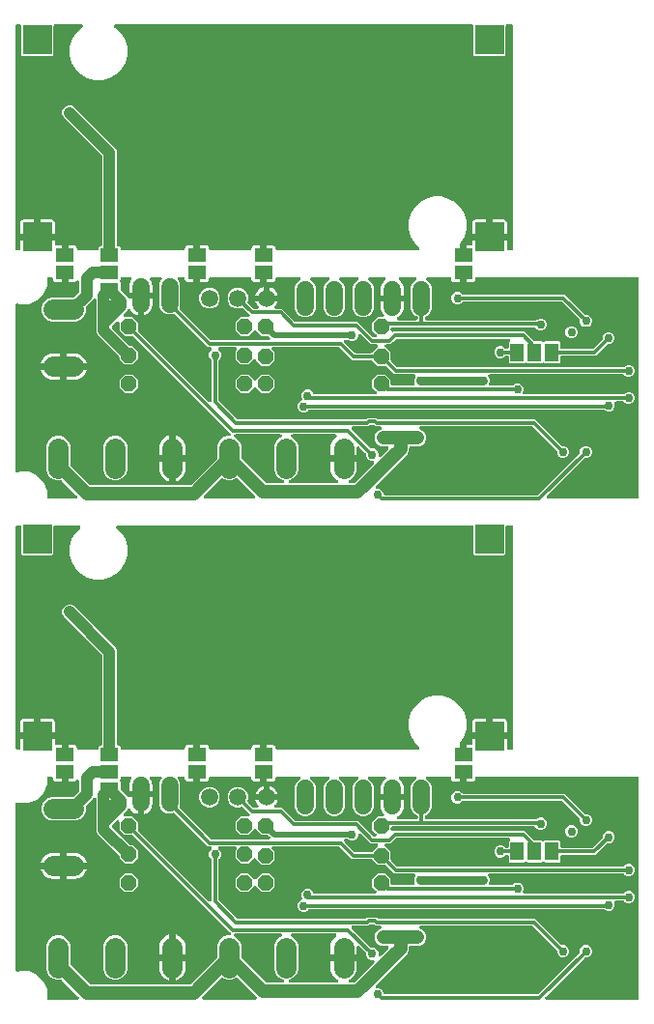
<source format=gbr>
G04 EAGLE Gerber RS-274X export*
G75*
%MOMM*%
%FSLAX34Y34*%
%LPD*%
%INBottom Copper*%
%IPPOS*%
%AMOC8*
5,1,8,0,0,1.08239X$1,22.5*%
G01*
%ADD10C,1.524000*%
%ADD11P,1.429621X8X22.500000*%
%ADD12P,1.429621X8X202.500000*%
%ADD13C,1.508000*%
%ADD14R,1.168400X1.600200*%
%ADD15C,1.790700*%
%ADD16R,1.600200X1.168400*%
%ADD17R,2.500000X2.500000*%
%ADD18C,0.300000*%
%ADD19C,0.756400*%
%ADD20C,1.200000*%
%ADD21C,1.000000*%
%ADD22C,0.800000*%
%ADD23C,0.500000*%

G36*
X12875Y666665D02*
X12875Y666665D01*
X12911Y666662D01*
X13047Y666685D01*
X13183Y666701D01*
X13217Y666713D01*
X13252Y666718D01*
X13379Y666771D01*
X13509Y666818D01*
X13538Y666837D01*
X13571Y666851D01*
X13683Y666932D01*
X13798Y667007D01*
X13823Y667033D01*
X13851Y667053D01*
X13942Y667157D01*
X14037Y667257D01*
X14055Y667288D01*
X14078Y667314D01*
X14142Y667437D01*
X14212Y667555D01*
X14222Y667589D01*
X14239Y667621D01*
X14273Y667754D01*
X14314Y667886D01*
X14316Y667921D01*
X14325Y667955D01*
X14339Y668160D01*
X14339Y675641D01*
X27880Y675641D01*
X27915Y675645D01*
X27950Y675642D01*
X28087Y675665D01*
X28223Y675681D01*
X28257Y675693D01*
X28292Y675698D01*
X28419Y675751D01*
X28548Y675798D01*
X28578Y675818D01*
X28611Y675831D01*
X28723Y675912D01*
X28838Y675987D01*
X28863Y676013D01*
X28891Y676033D01*
X28982Y676138D01*
X29077Y676237D01*
X29095Y676268D01*
X29118Y676294D01*
X29182Y676417D01*
X29252Y676535D01*
X29262Y676569D01*
X29279Y676601D01*
X29313Y676734D01*
X29354Y676866D01*
X29356Y676901D01*
X29365Y676935D01*
X29379Y677140D01*
X29379Y678641D01*
X29381Y678641D01*
X29381Y677140D01*
X29384Y677111D01*
X29383Y677085D01*
X29383Y677080D01*
X29383Y677069D01*
X29405Y676933D01*
X29421Y676797D01*
X29433Y676763D01*
X29439Y676728D01*
X29491Y676601D01*
X29538Y676471D01*
X29558Y676442D01*
X29571Y676409D01*
X29652Y676297D01*
X29727Y676182D01*
X29753Y676157D01*
X29773Y676129D01*
X29878Y676038D01*
X29977Y675943D01*
X30008Y675925D01*
X30035Y675902D01*
X30157Y675838D01*
X30275Y675768D01*
X30309Y675758D01*
X30341Y675741D01*
X30474Y675707D01*
X30606Y675666D01*
X30641Y675664D01*
X30675Y675655D01*
X30880Y675641D01*
X44421Y675641D01*
X44421Y672502D01*
X44425Y672467D01*
X44422Y672431D01*
X44445Y672295D01*
X44461Y672159D01*
X44473Y672125D01*
X44478Y672090D01*
X44531Y671963D01*
X44578Y671833D01*
X44597Y671804D01*
X44611Y671771D01*
X44692Y671659D01*
X44767Y671544D01*
X44793Y671519D01*
X44813Y671491D01*
X44917Y671400D01*
X45017Y671305D01*
X45048Y671287D01*
X45074Y671264D01*
X45197Y671200D01*
X45315Y671130D01*
X45349Y671120D01*
X45381Y671103D01*
X45514Y671069D01*
X45646Y671028D01*
X45681Y671026D01*
X45715Y671017D01*
X45920Y671003D01*
X50413Y671003D01*
X50413Y668160D01*
X50417Y668125D01*
X50415Y668089D01*
X50437Y667953D01*
X50453Y667817D01*
X50465Y667783D01*
X50471Y667748D01*
X50523Y667621D01*
X50570Y667491D01*
X50590Y667462D01*
X50603Y667429D01*
X50684Y667317D01*
X50759Y667202D01*
X50785Y667177D01*
X50806Y667149D01*
X50910Y667058D01*
X51009Y666963D01*
X51040Y666945D01*
X51067Y666922D01*
X51189Y666858D01*
X51308Y666788D01*
X51341Y666778D01*
X51373Y666761D01*
X51506Y666727D01*
X51638Y666686D01*
X51673Y666684D01*
X51708Y666675D01*
X51912Y666661D01*
X54754Y666661D01*
X54789Y666665D01*
X54825Y666662D01*
X54961Y666685D01*
X55098Y666701D01*
X55131Y666713D01*
X55166Y666718D01*
X55293Y666771D01*
X55423Y666818D01*
X55453Y666837D01*
X55485Y666851D01*
X55597Y666932D01*
X55713Y667007D01*
X55737Y667033D01*
X55766Y667053D01*
X55856Y667157D01*
X55951Y667257D01*
X55969Y667288D01*
X55992Y667314D01*
X56057Y667437D01*
X56126Y667555D01*
X56137Y667589D01*
X56153Y667621D01*
X56188Y667754D01*
X56228Y667886D01*
X56231Y667921D01*
X56240Y667955D01*
X56254Y668160D01*
X56254Y671003D01*
X61669Y671003D01*
X62315Y670830D01*
X62894Y670495D01*
X63367Y670022D01*
X63702Y669443D01*
X63875Y668797D01*
X63875Y668160D01*
X63879Y668125D01*
X63877Y668089D01*
X63899Y667953D01*
X63915Y667817D01*
X63927Y667783D01*
X63933Y667748D01*
X63986Y667621D01*
X64032Y667491D01*
X64052Y667462D01*
X64065Y667429D01*
X64146Y667317D01*
X64221Y667202D01*
X64247Y667177D01*
X64268Y667149D01*
X64372Y667058D01*
X64471Y666963D01*
X64502Y666945D01*
X64529Y666922D01*
X64651Y666858D01*
X64770Y666788D01*
X64803Y666778D01*
X64835Y666761D01*
X64968Y666727D01*
X65100Y666686D01*
X65135Y666684D01*
X65170Y666675D01*
X65374Y666661D01*
X81475Y666661D01*
X81510Y666665D01*
X81546Y666662D01*
X81682Y666685D01*
X81818Y666701D01*
X81852Y666713D01*
X81887Y666718D01*
X82014Y666771D01*
X82144Y666818D01*
X82173Y666837D01*
X82206Y666851D01*
X82318Y666932D01*
X82433Y667007D01*
X82458Y667033D01*
X82486Y667053D01*
X82577Y667157D01*
X82672Y667257D01*
X82690Y667288D01*
X82713Y667314D01*
X82777Y667437D01*
X82847Y667555D01*
X82857Y667589D01*
X82874Y667621D01*
X82908Y667754D01*
X82949Y667886D01*
X82951Y667921D01*
X82960Y667955D01*
X82974Y668160D01*
X82974Y669214D01*
X83867Y670107D01*
X84476Y670107D01*
X84511Y670111D01*
X84547Y670108D01*
X84683Y670131D01*
X84819Y670147D01*
X84853Y670159D01*
X84888Y670164D01*
X85015Y670217D01*
X85145Y670264D01*
X85174Y670283D01*
X85207Y670297D01*
X85319Y670378D01*
X85434Y670453D01*
X85459Y670479D01*
X85487Y670499D01*
X85578Y670603D01*
X85673Y670703D01*
X85691Y670734D01*
X85714Y670760D01*
X85778Y670883D01*
X85848Y671001D01*
X85858Y671035D01*
X85875Y671067D01*
X85909Y671200D01*
X85950Y671332D01*
X85952Y671367D01*
X85961Y671401D01*
X85975Y671606D01*
X85975Y749176D01*
X85959Y749315D01*
X85949Y749454D01*
X85939Y749486D01*
X85935Y749520D01*
X85888Y749651D01*
X85847Y749784D01*
X85829Y749813D01*
X85818Y749845D01*
X85742Y749962D01*
X85671Y750082D01*
X85641Y750116D01*
X85629Y750135D01*
X85605Y750158D01*
X85536Y750236D01*
X51969Y783804D01*
X50975Y786202D01*
X50975Y788798D01*
X51969Y791196D01*
X53804Y793031D01*
X56202Y794025D01*
X58798Y794025D01*
X61196Y793031D01*
X98031Y756196D01*
X99025Y753798D01*
X99025Y671606D01*
X99029Y671571D01*
X99026Y671535D01*
X99049Y671399D01*
X99065Y671263D01*
X99077Y671229D01*
X99082Y671194D01*
X99135Y671067D01*
X99182Y670937D01*
X99201Y670908D01*
X99215Y670875D01*
X99296Y670763D01*
X99371Y670648D01*
X99397Y670623D01*
X99417Y670595D01*
X99521Y670504D01*
X99621Y670409D01*
X99652Y670391D01*
X99678Y670368D01*
X99801Y670304D01*
X99919Y670234D01*
X99953Y670224D01*
X99985Y670207D01*
X100118Y670173D01*
X100250Y670132D01*
X100285Y670130D01*
X100319Y670121D01*
X100524Y670107D01*
X101133Y670107D01*
X102026Y669214D01*
X102026Y668160D01*
X102030Y668125D01*
X102027Y668089D01*
X102050Y667953D01*
X102066Y667817D01*
X102078Y667783D01*
X102083Y667748D01*
X102136Y667621D01*
X102183Y667491D01*
X102202Y667462D01*
X102216Y667429D01*
X102297Y667317D01*
X102372Y667202D01*
X102398Y667177D01*
X102418Y667149D01*
X102522Y667058D01*
X102622Y666963D01*
X102653Y666945D01*
X102679Y666922D01*
X102802Y666858D01*
X102920Y666788D01*
X102954Y666778D01*
X102986Y666761D01*
X103119Y666727D01*
X103251Y666686D01*
X103286Y666684D01*
X103320Y666675D01*
X103525Y666661D01*
X157126Y666661D01*
X157161Y666665D01*
X157196Y666662D01*
X157332Y666685D01*
X157469Y666701D01*
X157502Y666713D01*
X157537Y666718D01*
X157665Y666771D01*
X157794Y666818D01*
X157824Y666837D01*
X157857Y666851D01*
X157968Y666932D01*
X158084Y667007D01*
X158108Y667033D01*
X158137Y667053D01*
X158228Y667157D01*
X158323Y667257D01*
X158340Y667288D01*
X158364Y667314D01*
X158428Y667437D01*
X158498Y667555D01*
X158508Y667589D01*
X158525Y667621D01*
X158559Y667754D01*
X158600Y667886D01*
X158602Y667921D01*
X158611Y667955D01*
X158625Y668160D01*
X158625Y668797D01*
X158798Y669443D01*
X159133Y670022D01*
X159606Y670495D01*
X160185Y670830D01*
X160831Y671003D01*
X166246Y671003D01*
X166246Y668160D01*
X166250Y668125D01*
X166248Y668089D01*
X166270Y667953D01*
X166286Y667817D01*
X166298Y667783D01*
X166304Y667748D01*
X166357Y667621D01*
X166404Y667491D01*
X166423Y667462D01*
X166437Y667429D01*
X166517Y667317D01*
X166593Y667202D01*
X166618Y667177D01*
X166639Y667149D01*
X166743Y667058D01*
X166843Y666963D01*
X166873Y666945D01*
X166900Y666922D01*
X167022Y666858D01*
X167141Y666788D01*
X167175Y666778D01*
X167206Y666761D01*
X167340Y666727D01*
X167471Y666686D01*
X167507Y666684D01*
X167541Y666675D01*
X167746Y666661D01*
X170588Y666661D01*
X170623Y666665D01*
X170658Y666662D01*
X170794Y666685D01*
X170931Y666701D01*
X170964Y666713D01*
X170999Y666718D01*
X171127Y666771D01*
X171256Y666818D01*
X171286Y666837D01*
X171319Y666851D01*
X171430Y666932D01*
X171546Y667007D01*
X171570Y667033D01*
X171599Y667053D01*
X171690Y667157D01*
X171785Y667257D01*
X171802Y667288D01*
X171826Y667314D01*
X171890Y667437D01*
X171960Y667555D01*
X171970Y667589D01*
X171987Y667621D01*
X172021Y667754D01*
X172062Y667886D01*
X172064Y667921D01*
X172073Y667955D01*
X172087Y668160D01*
X172087Y671003D01*
X177502Y671003D01*
X178148Y670830D01*
X178728Y670495D01*
X179201Y670022D01*
X179535Y669443D01*
X179708Y668797D01*
X179708Y668160D01*
X179712Y668125D01*
X179710Y668089D01*
X179732Y667953D01*
X179748Y667817D01*
X179760Y667783D01*
X179766Y667748D01*
X179819Y667621D01*
X179866Y667491D01*
X179885Y667462D01*
X179899Y667429D01*
X179979Y667317D01*
X180055Y667202D01*
X180080Y667177D01*
X180101Y667149D01*
X180205Y667058D01*
X180305Y666963D01*
X180335Y666945D01*
X180362Y666922D01*
X180484Y666858D01*
X180603Y666788D01*
X180637Y666778D01*
X180668Y666761D01*
X180802Y666727D01*
X180933Y666686D01*
X180969Y666684D01*
X181003Y666675D01*
X181208Y666661D01*
X215459Y666661D01*
X215494Y666665D01*
X215530Y666662D01*
X215666Y666685D01*
X215802Y666701D01*
X215836Y666713D01*
X215871Y666718D01*
X215998Y666771D01*
X216128Y666818D01*
X216157Y666837D01*
X216190Y666851D01*
X216302Y666932D01*
X216417Y667007D01*
X216442Y667033D01*
X216470Y667053D01*
X216561Y667157D01*
X216656Y667257D01*
X216674Y667288D01*
X216697Y667314D01*
X216761Y667437D01*
X216831Y667555D01*
X216841Y667589D01*
X216858Y667621D01*
X216892Y667754D01*
X216933Y667886D01*
X216935Y667921D01*
X216944Y667955D01*
X216958Y668160D01*
X216958Y668797D01*
X217131Y669443D01*
X217466Y670022D01*
X217939Y670495D01*
X218518Y670830D01*
X219164Y671003D01*
X224580Y671003D01*
X224580Y668160D01*
X224584Y668125D01*
X224581Y668089D01*
X224604Y667953D01*
X224620Y667817D01*
X224632Y667783D01*
X224637Y667748D01*
X224690Y667621D01*
X224737Y667491D01*
X224756Y667462D01*
X224770Y667429D01*
X224851Y667317D01*
X224926Y667202D01*
X224952Y667177D01*
X224972Y667149D01*
X225076Y667058D01*
X225176Y666963D01*
X225207Y666945D01*
X225233Y666922D01*
X225356Y666858D01*
X225474Y666788D01*
X225508Y666778D01*
X225539Y666761D01*
X225673Y666727D01*
X225805Y666686D01*
X225840Y666684D01*
X225874Y666675D01*
X226079Y666661D01*
X228921Y666661D01*
X228956Y666665D01*
X228992Y666662D01*
X229128Y666685D01*
X229264Y666701D01*
X229298Y666713D01*
X229333Y666718D01*
X229460Y666771D01*
X229590Y666818D01*
X229619Y666837D01*
X229652Y666851D01*
X229764Y666932D01*
X229879Y667007D01*
X229904Y667033D01*
X229932Y667053D01*
X230023Y667157D01*
X230118Y667257D01*
X230136Y667288D01*
X230159Y667314D01*
X230223Y667437D01*
X230293Y667555D01*
X230303Y667589D01*
X230320Y667621D01*
X230354Y667754D01*
X230395Y667886D01*
X230397Y667921D01*
X230406Y667955D01*
X230420Y668160D01*
X230420Y671003D01*
X235836Y671003D01*
X236482Y670830D01*
X237061Y670495D01*
X237534Y670022D01*
X237869Y669443D01*
X238042Y668797D01*
X238042Y668160D01*
X238046Y668125D01*
X238043Y668089D01*
X238066Y667953D01*
X238082Y667817D01*
X238094Y667783D01*
X238099Y667748D01*
X238152Y667621D01*
X238199Y667491D01*
X238218Y667462D01*
X238232Y667429D01*
X238313Y667317D01*
X238388Y667202D01*
X238414Y667177D01*
X238434Y667149D01*
X238538Y667058D01*
X238638Y666963D01*
X238669Y666945D01*
X238695Y666922D01*
X238818Y666858D01*
X238936Y666788D01*
X238970Y666778D01*
X239002Y666761D01*
X239135Y666727D01*
X239267Y666686D01*
X239302Y666684D01*
X239336Y666675D01*
X239541Y666661D01*
X362837Y666661D01*
X362941Y666673D01*
X363045Y666675D01*
X363112Y666693D01*
X363181Y666701D01*
X363279Y666736D01*
X363380Y666762D01*
X363441Y666795D01*
X363506Y666818D01*
X363593Y666875D01*
X363685Y666924D01*
X363737Y666969D01*
X363795Y667007D01*
X363867Y667082D01*
X363946Y667151D01*
X363986Y667207D01*
X364034Y667257D01*
X364087Y667347D01*
X364148Y667432D01*
X364174Y667496D01*
X364209Y667555D01*
X364240Y667655D01*
X364280Y667751D01*
X364291Y667820D01*
X364311Y667886D01*
X364318Y667990D01*
X364335Y668093D01*
X364330Y668162D01*
X364335Y668231D01*
X364318Y668333D01*
X364310Y668438D01*
X364290Y668504D01*
X364279Y668572D01*
X364239Y668668D01*
X364208Y668768D01*
X364173Y668827D01*
X364146Y668891D01*
X364085Y668976D01*
X364032Y669065D01*
X363964Y669144D01*
X363944Y669171D01*
X363927Y669186D01*
X363897Y669220D01*
X359766Y673351D01*
X356454Y679088D01*
X354739Y685487D01*
X354739Y692113D01*
X356454Y698512D01*
X359766Y704249D01*
X364451Y708934D01*
X370188Y712246D01*
X376587Y713961D01*
X383213Y713961D01*
X389612Y712246D01*
X395349Y708934D01*
X400034Y704249D01*
X403346Y698512D01*
X405061Y692113D01*
X405061Y685487D01*
X403346Y679088D01*
X400034Y673351D01*
X400019Y673336D01*
X399932Y673227D01*
X399841Y673122D01*
X399825Y673092D01*
X399804Y673065D01*
X399745Y672939D01*
X399680Y672815D01*
X399672Y672783D01*
X399657Y672752D01*
X399629Y672616D01*
X399594Y672481D01*
X399591Y672436D01*
X399586Y672414D01*
X399587Y672380D01*
X399580Y672276D01*
X399580Y668160D01*
X399584Y668125D01*
X399581Y668089D01*
X399604Y667953D01*
X399620Y667817D01*
X399632Y667783D01*
X399637Y667748D01*
X399690Y667621D01*
X399737Y667491D01*
X399756Y667462D01*
X399770Y667429D01*
X399851Y667317D01*
X399926Y667202D01*
X399951Y667177D01*
X399972Y667149D01*
X400076Y667058D01*
X400176Y666963D01*
X400207Y666945D01*
X400233Y666922D01*
X400356Y666858D01*
X400474Y666788D01*
X400508Y666778D01*
X400539Y666761D01*
X400673Y666727D01*
X400805Y666686D01*
X400840Y666684D01*
X400874Y666675D01*
X401079Y666661D01*
X403921Y666661D01*
X403956Y666665D01*
X403992Y666662D01*
X404128Y666685D01*
X404264Y666701D01*
X404298Y666713D01*
X404333Y666718D01*
X404460Y666771D01*
X404590Y666818D01*
X404619Y666837D01*
X404652Y666851D01*
X404764Y666932D01*
X404879Y667007D01*
X404904Y667033D01*
X404932Y667053D01*
X405023Y667157D01*
X405118Y667257D01*
X405136Y667288D01*
X405159Y667314D01*
X405223Y667437D01*
X405293Y667555D01*
X405303Y667589D01*
X405320Y667621D01*
X405354Y667754D01*
X405395Y667886D01*
X405397Y667921D01*
X405406Y667955D01*
X405420Y668160D01*
X405420Y671003D01*
X409080Y671003D01*
X409115Y671007D01*
X409151Y671004D01*
X409287Y671027D01*
X409423Y671043D01*
X409457Y671055D01*
X409492Y671060D01*
X409619Y671113D01*
X409749Y671160D01*
X409778Y671179D01*
X409811Y671193D01*
X409923Y671274D01*
X410038Y671349D01*
X410063Y671375D01*
X410091Y671395D01*
X410182Y671499D01*
X410277Y671599D01*
X410295Y671630D01*
X410318Y671656D01*
X410382Y671778D01*
X410452Y671897D01*
X410462Y671931D01*
X410479Y671963D01*
X410513Y672096D01*
X410554Y672228D01*
X410556Y672263D01*
X410565Y672297D01*
X410579Y672502D01*
X410579Y675641D01*
X424120Y675641D01*
X424155Y675645D01*
X424190Y675642D01*
X424327Y675665D01*
X424463Y675681D01*
X424497Y675693D01*
X424532Y675698D01*
X424659Y675751D01*
X424788Y675798D01*
X424818Y675818D01*
X424851Y675831D01*
X424963Y675912D01*
X425078Y675987D01*
X425103Y676013D01*
X425131Y676033D01*
X425222Y676138D01*
X425317Y676237D01*
X425335Y676268D01*
X425358Y676294D01*
X425422Y676417D01*
X425492Y676535D01*
X425502Y676569D01*
X425519Y676601D01*
X425553Y676734D01*
X425594Y676866D01*
X425596Y676901D01*
X425605Y676935D01*
X425619Y677140D01*
X425619Y678641D01*
X425621Y678641D01*
X425621Y677140D01*
X425624Y677111D01*
X425623Y677085D01*
X425623Y677080D01*
X425623Y677069D01*
X425645Y676933D01*
X425661Y676797D01*
X425673Y676763D01*
X425679Y676728D01*
X425731Y676601D01*
X425778Y676471D01*
X425798Y676442D01*
X425811Y676409D01*
X425892Y676297D01*
X425967Y676182D01*
X425993Y676157D01*
X426013Y676129D01*
X426118Y676038D01*
X426217Y675943D01*
X426248Y675925D01*
X426275Y675902D01*
X426397Y675838D01*
X426515Y675768D01*
X426549Y675758D01*
X426581Y675741D01*
X426714Y675707D01*
X426846Y675666D01*
X426881Y675664D01*
X426915Y675655D01*
X427120Y675641D01*
X440661Y675641D01*
X440661Y668160D01*
X440665Y668125D01*
X440662Y668089D01*
X440685Y667953D01*
X440701Y667817D01*
X440713Y667783D01*
X440718Y667748D01*
X440771Y667621D01*
X440818Y667491D01*
X440837Y667462D01*
X440851Y667429D01*
X440932Y667317D01*
X441007Y667202D01*
X441033Y667177D01*
X441053Y667149D01*
X441157Y667058D01*
X441257Y666963D01*
X441288Y666945D01*
X441314Y666922D01*
X441437Y666858D01*
X441555Y666788D01*
X441589Y666778D01*
X441620Y666761D01*
X441754Y666727D01*
X441886Y666686D01*
X441921Y666684D01*
X441955Y666675D01*
X442160Y666661D01*
X445000Y666661D01*
X445035Y666665D01*
X445071Y666662D01*
X445207Y666685D01*
X445343Y666701D01*
X445377Y666713D01*
X445412Y666718D01*
X445539Y666771D01*
X445669Y666818D01*
X445698Y666837D01*
X445731Y666851D01*
X445843Y666932D01*
X445958Y667007D01*
X445983Y667033D01*
X446011Y667053D01*
X446102Y667157D01*
X446197Y667257D01*
X446215Y667288D01*
X446238Y667314D01*
X446302Y667437D01*
X446372Y667555D01*
X446382Y667589D01*
X446399Y667621D01*
X446433Y667754D01*
X446474Y667886D01*
X446476Y667921D01*
X446485Y667955D01*
X446499Y668160D01*
X446499Y863340D01*
X446495Y863375D01*
X446498Y863411D01*
X446475Y863547D01*
X446459Y863683D01*
X446447Y863717D01*
X446442Y863752D01*
X446389Y863879D01*
X446342Y864009D01*
X446323Y864038D01*
X446309Y864071D01*
X446228Y864183D01*
X446153Y864298D01*
X446127Y864323D01*
X446107Y864351D01*
X446003Y864442D01*
X445903Y864537D01*
X445872Y864555D01*
X445846Y864578D01*
X445723Y864642D01*
X445605Y864712D01*
X445571Y864722D01*
X445539Y864739D01*
X445406Y864773D01*
X445274Y864814D01*
X445239Y864816D01*
X445205Y864825D01*
X445000Y864839D01*
X441144Y864839D01*
X441109Y864835D01*
X441073Y864838D01*
X440937Y864815D01*
X440801Y864799D01*
X440767Y864787D01*
X440732Y864782D01*
X440605Y864729D01*
X440475Y864682D01*
X440446Y864663D01*
X440413Y864649D01*
X440301Y864568D01*
X440186Y864493D01*
X440161Y864467D01*
X440133Y864447D01*
X440042Y864343D01*
X439947Y864243D01*
X439929Y864212D01*
X439906Y864186D01*
X439842Y864063D01*
X439772Y863945D01*
X439762Y863911D01*
X439745Y863879D01*
X439711Y863746D01*
X439670Y863614D01*
X439668Y863579D01*
X439659Y863545D01*
X439645Y863340D01*
X439645Y838228D01*
X438752Y837335D01*
X412488Y837335D01*
X411595Y838228D01*
X411595Y863340D01*
X411591Y863375D01*
X411594Y863411D01*
X411571Y863547D01*
X411555Y863683D01*
X411543Y863717D01*
X411538Y863752D01*
X411485Y863879D01*
X411438Y864009D01*
X411419Y864038D01*
X411405Y864071D01*
X411324Y864183D01*
X411249Y864298D01*
X411223Y864323D01*
X411203Y864351D01*
X411099Y864442D01*
X410999Y864537D01*
X410968Y864555D01*
X410942Y864578D01*
X410819Y864642D01*
X410701Y864712D01*
X410667Y864722D01*
X410635Y864739D01*
X410502Y864773D01*
X410370Y864814D01*
X410335Y864816D01*
X410301Y864825D01*
X410096Y864839D01*
X97692Y864839D01*
X97566Y864825D01*
X97439Y864818D01*
X97395Y864805D01*
X97349Y864799D01*
X97229Y864756D01*
X97107Y864720D01*
X97067Y864698D01*
X97024Y864682D01*
X96917Y864612D01*
X96807Y864550D01*
X96773Y864518D01*
X96734Y864493D01*
X96646Y864401D01*
X96553Y864315D01*
X96527Y864276D01*
X96495Y864243D01*
X96431Y864133D01*
X96360Y864028D01*
X96344Y863984D01*
X96320Y863945D01*
X96283Y863823D01*
X96238Y863704D01*
X96232Y863659D01*
X96218Y863614D01*
X96210Y863487D01*
X96193Y863361D01*
X96198Y863316D01*
X96195Y863269D01*
X96215Y863144D01*
X96228Y863017D01*
X96243Y862974D01*
X96251Y862928D01*
X96299Y862811D01*
X96341Y862691D01*
X96366Y862652D01*
X96383Y862609D01*
X96458Y862506D01*
X96526Y862398D01*
X96559Y862366D01*
X96586Y862329D01*
X96682Y862245D01*
X96772Y862156D01*
X96825Y862121D01*
X96847Y862102D01*
X96875Y862087D01*
X96943Y862042D01*
X98169Y861334D01*
X102854Y856649D01*
X106166Y850912D01*
X107881Y844513D01*
X107881Y837887D01*
X106166Y831488D01*
X102854Y825751D01*
X98169Y821066D01*
X92432Y817754D01*
X86033Y816039D01*
X79407Y816039D01*
X73008Y817754D01*
X67271Y821066D01*
X62586Y825751D01*
X59274Y831488D01*
X57559Y837887D01*
X57559Y844513D01*
X59274Y850912D01*
X62586Y856649D01*
X67271Y861334D01*
X68497Y862042D01*
X68599Y862117D01*
X68706Y862187D01*
X68738Y862220D01*
X68775Y862248D01*
X68857Y862345D01*
X68945Y862437D01*
X68968Y862477D01*
X68998Y862512D01*
X69055Y862626D01*
X69120Y862735D01*
X69133Y862779D01*
X69154Y862821D01*
X69184Y862944D01*
X69222Y863066D01*
X69225Y863112D01*
X69236Y863157D01*
X69237Y863283D01*
X69245Y863411D01*
X69238Y863456D01*
X69238Y863502D01*
X69210Y863626D01*
X69189Y863752D01*
X69172Y863794D01*
X69161Y863839D01*
X69105Y863954D01*
X69057Y864071D01*
X69030Y864108D01*
X69009Y864150D01*
X68929Y864248D01*
X68854Y864351D01*
X68820Y864382D01*
X68790Y864417D01*
X68689Y864495D01*
X68593Y864578D01*
X68552Y864600D01*
X68516Y864628D01*
X68400Y864680D01*
X68287Y864739D01*
X68242Y864750D01*
X68200Y864769D01*
X68076Y864793D01*
X67952Y864825D01*
X67889Y864830D01*
X67861Y864835D01*
X67829Y864834D01*
X67748Y864839D01*
X44904Y864839D01*
X44869Y864835D01*
X44833Y864838D01*
X44697Y864815D01*
X44561Y864799D01*
X44527Y864787D01*
X44492Y864782D01*
X44365Y864729D01*
X44235Y864682D01*
X44206Y864663D01*
X44173Y864649D01*
X44061Y864568D01*
X43946Y864493D01*
X43921Y864467D01*
X43893Y864447D01*
X43802Y864343D01*
X43707Y864243D01*
X43689Y864212D01*
X43666Y864186D01*
X43602Y864063D01*
X43532Y863945D01*
X43522Y863911D01*
X43505Y863879D01*
X43471Y863746D01*
X43430Y863614D01*
X43428Y863579D01*
X43419Y863545D01*
X43405Y863340D01*
X43405Y838228D01*
X42512Y837335D01*
X16248Y837335D01*
X15355Y838228D01*
X15355Y863340D01*
X15351Y863375D01*
X15354Y863411D01*
X15331Y863547D01*
X15315Y863683D01*
X15303Y863717D01*
X15298Y863752D01*
X15245Y863879D01*
X15198Y864009D01*
X15179Y864038D01*
X15165Y864071D01*
X15084Y864183D01*
X15009Y864298D01*
X14983Y864323D01*
X14963Y864351D01*
X14859Y864442D01*
X14759Y864537D01*
X14728Y864555D01*
X14702Y864578D01*
X14579Y864642D01*
X14461Y864712D01*
X14427Y864722D01*
X14395Y864739D01*
X14262Y864773D01*
X14130Y864814D01*
X14095Y864816D01*
X14061Y864825D01*
X13856Y864839D01*
X11660Y864839D01*
X11625Y864835D01*
X11589Y864838D01*
X11453Y864815D01*
X11317Y864799D01*
X11283Y864787D01*
X11248Y864782D01*
X11121Y864729D01*
X10991Y864682D01*
X10962Y864663D01*
X10929Y864649D01*
X10817Y864568D01*
X10702Y864493D01*
X10677Y864467D01*
X10649Y864447D01*
X10558Y864343D01*
X10463Y864243D01*
X10445Y864212D01*
X10422Y864186D01*
X10358Y864063D01*
X10288Y863945D01*
X10278Y863911D01*
X10261Y863879D01*
X10227Y863746D01*
X10186Y863614D01*
X10184Y863579D01*
X10175Y863545D01*
X10161Y863340D01*
X10161Y668160D01*
X10165Y668125D01*
X10162Y668089D01*
X10185Y667953D01*
X10201Y667817D01*
X10213Y667783D01*
X10218Y667748D01*
X10271Y667621D01*
X10318Y667491D01*
X10337Y667462D01*
X10351Y667429D01*
X10432Y667317D01*
X10507Y667202D01*
X10533Y667177D01*
X10553Y667149D01*
X10657Y667058D01*
X10757Y666963D01*
X10788Y666945D01*
X10814Y666922D01*
X10937Y666858D01*
X11055Y666788D01*
X11089Y666778D01*
X11121Y666761D01*
X11254Y666727D01*
X11386Y666686D01*
X11421Y666684D01*
X11455Y666675D01*
X11660Y666661D01*
X12840Y666661D01*
X12875Y666665D01*
G37*
G36*
X12875Y229165D02*
X12875Y229165D01*
X12911Y229162D01*
X13047Y229185D01*
X13183Y229201D01*
X13217Y229213D01*
X13252Y229218D01*
X13379Y229271D01*
X13509Y229318D01*
X13538Y229337D01*
X13571Y229351D01*
X13683Y229432D01*
X13798Y229507D01*
X13823Y229533D01*
X13851Y229553D01*
X13942Y229657D01*
X14037Y229757D01*
X14055Y229788D01*
X14078Y229814D01*
X14142Y229937D01*
X14212Y230055D01*
X14222Y230089D01*
X14239Y230121D01*
X14273Y230254D01*
X14314Y230386D01*
X14316Y230421D01*
X14325Y230455D01*
X14339Y230660D01*
X14339Y238141D01*
X27880Y238141D01*
X27915Y238145D01*
X27950Y238142D01*
X28087Y238165D01*
X28223Y238181D01*
X28257Y238193D01*
X28292Y238198D01*
X28419Y238251D01*
X28548Y238298D01*
X28578Y238318D01*
X28611Y238331D01*
X28723Y238412D01*
X28838Y238487D01*
X28863Y238513D01*
X28891Y238533D01*
X28982Y238638D01*
X29077Y238737D01*
X29095Y238768D01*
X29118Y238794D01*
X29182Y238917D01*
X29252Y239035D01*
X29262Y239069D01*
X29279Y239101D01*
X29313Y239234D01*
X29354Y239366D01*
X29356Y239401D01*
X29365Y239435D01*
X29379Y239640D01*
X29379Y241141D01*
X29381Y241141D01*
X29381Y239640D01*
X29384Y239611D01*
X29383Y239585D01*
X29383Y239580D01*
X29383Y239569D01*
X29405Y239433D01*
X29421Y239297D01*
X29433Y239263D01*
X29439Y239228D01*
X29491Y239101D01*
X29538Y238971D01*
X29558Y238942D01*
X29571Y238909D01*
X29652Y238797D01*
X29727Y238682D01*
X29753Y238657D01*
X29773Y238629D01*
X29878Y238538D01*
X29977Y238443D01*
X30008Y238425D01*
X30035Y238402D01*
X30157Y238338D01*
X30275Y238268D01*
X30309Y238258D01*
X30341Y238241D01*
X30474Y238207D01*
X30606Y238166D01*
X30641Y238164D01*
X30675Y238155D01*
X30880Y238141D01*
X44421Y238141D01*
X44421Y235002D01*
X44425Y234967D01*
X44422Y234931D01*
X44445Y234795D01*
X44461Y234659D01*
X44473Y234625D01*
X44478Y234590D01*
X44531Y234463D01*
X44578Y234333D01*
X44597Y234304D01*
X44611Y234271D01*
X44692Y234159D01*
X44767Y234044D01*
X44793Y234019D01*
X44813Y233991D01*
X44917Y233900D01*
X45017Y233805D01*
X45048Y233787D01*
X45074Y233764D01*
X45197Y233700D01*
X45315Y233630D01*
X45349Y233620D01*
X45381Y233603D01*
X45514Y233569D01*
X45646Y233528D01*
X45681Y233526D01*
X45715Y233517D01*
X45920Y233503D01*
X50413Y233503D01*
X50413Y230660D01*
X50417Y230625D01*
X50415Y230589D01*
X50437Y230453D01*
X50453Y230317D01*
X50465Y230283D01*
X50471Y230248D01*
X50523Y230121D01*
X50570Y229991D01*
X50590Y229962D01*
X50603Y229929D01*
X50684Y229817D01*
X50759Y229702D01*
X50785Y229677D01*
X50806Y229649D01*
X50910Y229558D01*
X51009Y229463D01*
X51040Y229445D01*
X51067Y229422D01*
X51189Y229358D01*
X51308Y229288D01*
X51341Y229278D01*
X51373Y229261D01*
X51506Y229227D01*
X51638Y229186D01*
X51673Y229184D01*
X51708Y229175D01*
X51912Y229161D01*
X54754Y229161D01*
X54789Y229165D01*
X54825Y229162D01*
X54961Y229185D01*
X55098Y229201D01*
X55131Y229213D01*
X55166Y229218D01*
X55293Y229271D01*
X55423Y229318D01*
X55453Y229337D01*
X55485Y229351D01*
X55597Y229432D01*
X55713Y229507D01*
X55737Y229533D01*
X55766Y229553D01*
X55856Y229657D01*
X55951Y229757D01*
X55969Y229788D01*
X55992Y229814D01*
X56057Y229937D01*
X56126Y230055D01*
X56137Y230089D01*
X56153Y230121D01*
X56188Y230254D01*
X56228Y230386D01*
X56231Y230421D01*
X56240Y230455D01*
X56254Y230660D01*
X56254Y233503D01*
X61669Y233503D01*
X62315Y233330D01*
X62894Y232995D01*
X63367Y232522D01*
X63702Y231943D01*
X63875Y231297D01*
X63875Y230660D01*
X63879Y230625D01*
X63877Y230589D01*
X63899Y230453D01*
X63915Y230317D01*
X63927Y230283D01*
X63933Y230248D01*
X63986Y230121D01*
X64032Y229991D01*
X64052Y229962D01*
X64065Y229929D01*
X64146Y229817D01*
X64221Y229702D01*
X64247Y229677D01*
X64268Y229649D01*
X64372Y229558D01*
X64471Y229463D01*
X64502Y229445D01*
X64529Y229422D01*
X64651Y229358D01*
X64770Y229288D01*
X64803Y229278D01*
X64835Y229261D01*
X64968Y229227D01*
X65100Y229186D01*
X65135Y229184D01*
X65170Y229175D01*
X65374Y229161D01*
X81475Y229161D01*
X81510Y229165D01*
X81546Y229162D01*
X81682Y229185D01*
X81818Y229201D01*
X81852Y229213D01*
X81887Y229218D01*
X82014Y229271D01*
X82144Y229318D01*
X82173Y229337D01*
X82206Y229351D01*
X82318Y229432D01*
X82433Y229507D01*
X82458Y229533D01*
X82486Y229553D01*
X82577Y229657D01*
X82672Y229757D01*
X82690Y229788D01*
X82713Y229814D01*
X82777Y229937D01*
X82847Y230055D01*
X82857Y230089D01*
X82874Y230121D01*
X82908Y230254D01*
X82949Y230386D01*
X82951Y230421D01*
X82960Y230455D01*
X82974Y230660D01*
X82974Y231714D01*
X83867Y232607D01*
X84476Y232607D01*
X84511Y232611D01*
X84547Y232608D01*
X84683Y232631D01*
X84819Y232647D01*
X84853Y232659D01*
X84888Y232664D01*
X85015Y232717D01*
X85145Y232764D01*
X85174Y232783D01*
X85207Y232797D01*
X85319Y232878D01*
X85434Y232953D01*
X85459Y232979D01*
X85487Y232999D01*
X85578Y233103D01*
X85673Y233203D01*
X85691Y233234D01*
X85714Y233260D01*
X85778Y233383D01*
X85848Y233501D01*
X85858Y233535D01*
X85875Y233567D01*
X85909Y233700D01*
X85950Y233832D01*
X85952Y233867D01*
X85961Y233901D01*
X85975Y234106D01*
X85975Y311676D01*
X85959Y311815D01*
X85949Y311954D01*
X85939Y311986D01*
X85935Y312020D01*
X85888Y312151D01*
X85847Y312284D01*
X85829Y312313D01*
X85818Y312345D01*
X85742Y312462D01*
X85671Y312582D01*
X85641Y312616D01*
X85629Y312635D01*
X85605Y312658D01*
X85536Y312736D01*
X51969Y346304D01*
X50975Y348702D01*
X50975Y351298D01*
X51969Y353696D01*
X53804Y355531D01*
X56202Y356525D01*
X58798Y356525D01*
X61196Y355531D01*
X98031Y318696D01*
X99025Y316298D01*
X99025Y234106D01*
X99029Y234071D01*
X99026Y234035D01*
X99049Y233899D01*
X99065Y233763D01*
X99077Y233729D01*
X99082Y233694D01*
X99135Y233567D01*
X99182Y233437D01*
X99201Y233408D01*
X99215Y233375D01*
X99296Y233263D01*
X99371Y233148D01*
X99397Y233123D01*
X99417Y233095D01*
X99521Y233004D01*
X99621Y232909D01*
X99652Y232891D01*
X99678Y232868D01*
X99801Y232804D01*
X99919Y232734D01*
X99953Y232724D01*
X99985Y232707D01*
X100118Y232673D01*
X100250Y232632D01*
X100285Y232630D01*
X100319Y232621D01*
X100524Y232607D01*
X101133Y232607D01*
X102026Y231714D01*
X102026Y230660D01*
X102030Y230625D01*
X102027Y230589D01*
X102050Y230453D01*
X102066Y230317D01*
X102078Y230283D01*
X102083Y230248D01*
X102136Y230121D01*
X102183Y229991D01*
X102202Y229962D01*
X102216Y229929D01*
X102297Y229817D01*
X102372Y229702D01*
X102398Y229677D01*
X102418Y229649D01*
X102522Y229558D01*
X102622Y229463D01*
X102653Y229445D01*
X102679Y229422D01*
X102802Y229358D01*
X102920Y229288D01*
X102954Y229278D01*
X102986Y229261D01*
X103119Y229227D01*
X103251Y229186D01*
X103286Y229184D01*
X103320Y229175D01*
X103525Y229161D01*
X157126Y229161D01*
X157161Y229165D01*
X157196Y229162D01*
X157332Y229185D01*
X157469Y229201D01*
X157502Y229213D01*
X157537Y229218D01*
X157665Y229271D01*
X157794Y229318D01*
X157824Y229337D01*
X157857Y229351D01*
X157968Y229432D01*
X158084Y229507D01*
X158108Y229533D01*
X158137Y229553D01*
X158228Y229657D01*
X158323Y229757D01*
X158340Y229788D01*
X158364Y229814D01*
X158428Y229937D01*
X158498Y230055D01*
X158508Y230089D01*
X158525Y230121D01*
X158559Y230254D01*
X158600Y230386D01*
X158602Y230421D01*
X158611Y230455D01*
X158625Y230660D01*
X158625Y231297D01*
X158798Y231943D01*
X159133Y232522D01*
X159606Y232995D01*
X160185Y233330D01*
X160831Y233503D01*
X166246Y233503D01*
X166246Y230660D01*
X166250Y230625D01*
X166248Y230589D01*
X166270Y230453D01*
X166286Y230317D01*
X166298Y230283D01*
X166304Y230248D01*
X166357Y230121D01*
X166404Y229991D01*
X166423Y229962D01*
X166437Y229929D01*
X166517Y229817D01*
X166593Y229702D01*
X166618Y229677D01*
X166639Y229649D01*
X166743Y229558D01*
X166843Y229463D01*
X166873Y229445D01*
X166900Y229422D01*
X167022Y229358D01*
X167141Y229288D01*
X167175Y229278D01*
X167206Y229261D01*
X167340Y229227D01*
X167471Y229186D01*
X167507Y229184D01*
X167541Y229175D01*
X167746Y229161D01*
X170588Y229161D01*
X170623Y229165D01*
X170658Y229162D01*
X170794Y229185D01*
X170931Y229201D01*
X170964Y229213D01*
X170999Y229218D01*
X171127Y229271D01*
X171256Y229318D01*
X171286Y229337D01*
X171319Y229351D01*
X171430Y229432D01*
X171546Y229507D01*
X171570Y229533D01*
X171599Y229553D01*
X171690Y229657D01*
X171785Y229757D01*
X171802Y229788D01*
X171826Y229814D01*
X171890Y229937D01*
X171960Y230055D01*
X171970Y230089D01*
X171987Y230121D01*
X172021Y230254D01*
X172062Y230386D01*
X172064Y230421D01*
X172073Y230455D01*
X172087Y230660D01*
X172087Y233503D01*
X177502Y233503D01*
X178148Y233330D01*
X178728Y232995D01*
X179201Y232522D01*
X179535Y231943D01*
X179708Y231297D01*
X179708Y230660D01*
X179712Y230625D01*
X179710Y230589D01*
X179732Y230453D01*
X179748Y230317D01*
X179760Y230283D01*
X179766Y230248D01*
X179819Y230121D01*
X179866Y229991D01*
X179885Y229962D01*
X179899Y229929D01*
X179979Y229817D01*
X180055Y229702D01*
X180080Y229677D01*
X180101Y229649D01*
X180205Y229558D01*
X180305Y229463D01*
X180335Y229445D01*
X180362Y229422D01*
X180484Y229358D01*
X180603Y229288D01*
X180637Y229278D01*
X180668Y229261D01*
X180802Y229227D01*
X180933Y229186D01*
X180969Y229184D01*
X181003Y229175D01*
X181208Y229161D01*
X215459Y229161D01*
X215494Y229165D01*
X215530Y229162D01*
X215666Y229185D01*
X215802Y229201D01*
X215836Y229213D01*
X215871Y229218D01*
X215998Y229271D01*
X216128Y229318D01*
X216157Y229337D01*
X216190Y229351D01*
X216302Y229432D01*
X216417Y229507D01*
X216442Y229533D01*
X216470Y229553D01*
X216561Y229657D01*
X216656Y229757D01*
X216674Y229788D01*
X216697Y229814D01*
X216761Y229937D01*
X216831Y230055D01*
X216841Y230089D01*
X216858Y230121D01*
X216892Y230254D01*
X216933Y230386D01*
X216935Y230421D01*
X216944Y230455D01*
X216958Y230660D01*
X216958Y231297D01*
X217131Y231943D01*
X217466Y232522D01*
X217939Y232995D01*
X218518Y233330D01*
X219164Y233503D01*
X224580Y233503D01*
X224580Y230660D01*
X224584Y230625D01*
X224581Y230589D01*
X224604Y230453D01*
X224620Y230317D01*
X224632Y230283D01*
X224637Y230248D01*
X224690Y230121D01*
X224737Y229991D01*
X224756Y229962D01*
X224770Y229929D01*
X224851Y229817D01*
X224926Y229702D01*
X224952Y229677D01*
X224972Y229649D01*
X225076Y229558D01*
X225176Y229463D01*
X225207Y229445D01*
X225233Y229422D01*
X225356Y229358D01*
X225474Y229288D01*
X225508Y229278D01*
X225539Y229261D01*
X225673Y229227D01*
X225805Y229186D01*
X225840Y229184D01*
X225874Y229175D01*
X226079Y229161D01*
X228921Y229161D01*
X228956Y229165D01*
X228992Y229162D01*
X229128Y229185D01*
X229264Y229201D01*
X229298Y229213D01*
X229333Y229218D01*
X229460Y229271D01*
X229590Y229318D01*
X229619Y229337D01*
X229652Y229351D01*
X229764Y229432D01*
X229879Y229507D01*
X229904Y229533D01*
X229932Y229553D01*
X230023Y229657D01*
X230118Y229757D01*
X230136Y229788D01*
X230159Y229814D01*
X230223Y229937D01*
X230293Y230055D01*
X230303Y230089D01*
X230320Y230121D01*
X230354Y230254D01*
X230395Y230386D01*
X230397Y230421D01*
X230406Y230455D01*
X230420Y230660D01*
X230420Y233503D01*
X235836Y233503D01*
X236482Y233330D01*
X237061Y232995D01*
X237534Y232522D01*
X237869Y231943D01*
X238042Y231297D01*
X238042Y230660D01*
X238046Y230625D01*
X238043Y230589D01*
X238066Y230453D01*
X238082Y230317D01*
X238094Y230283D01*
X238099Y230248D01*
X238152Y230121D01*
X238199Y229991D01*
X238218Y229962D01*
X238232Y229929D01*
X238313Y229817D01*
X238388Y229702D01*
X238414Y229677D01*
X238434Y229649D01*
X238538Y229558D01*
X238638Y229463D01*
X238669Y229445D01*
X238695Y229422D01*
X238818Y229358D01*
X238936Y229288D01*
X238970Y229278D01*
X239002Y229261D01*
X239135Y229227D01*
X239267Y229186D01*
X239302Y229184D01*
X239336Y229175D01*
X239541Y229161D01*
X362837Y229161D01*
X362941Y229173D01*
X363045Y229175D01*
X363112Y229193D01*
X363181Y229201D01*
X363279Y229236D01*
X363380Y229262D01*
X363441Y229295D01*
X363506Y229318D01*
X363593Y229375D01*
X363685Y229424D01*
X363737Y229469D01*
X363795Y229507D01*
X363867Y229582D01*
X363946Y229651D01*
X363986Y229707D01*
X364034Y229757D01*
X364087Y229847D01*
X364148Y229932D01*
X364174Y229996D01*
X364209Y230055D01*
X364240Y230155D01*
X364280Y230251D01*
X364291Y230320D01*
X364311Y230386D01*
X364318Y230490D01*
X364335Y230593D01*
X364330Y230662D01*
X364335Y230731D01*
X364318Y230833D01*
X364310Y230938D01*
X364290Y231004D01*
X364279Y231072D01*
X364239Y231168D01*
X364208Y231268D01*
X364173Y231327D01*
X364146Y231391D01*
X364085Y231476D01*
X364032Y231565D01*
X363964Y231644D01*
X363944Y231671D01*
X363927Y231686D01*
X363897Y231720D01*
X359766Y235851D01*
X356454Y241588D01*
X354739Y247987D01*
X354739Y254613D01*
X356454Y261012D01*
X359766Y266749D01*
X364451Y271434D01*
X370188Y274746D01*
X376587Y276461D01*
X383213Y276461D01*
X389612Y274746D01*
X395349Y271434D01*
X400034Y266749D01*
X403346Y261012D01*
X405061Y254613D01*
X405061Y247987D01*
X403346Y241588D01*
X400034Y235851D01*
X400019Y235836D01*
X399932Y235727D01*
X399841Y235622D01*
X399825Y235592D01*
X399804Y235565D01*
X399745Y235439D01*
X399680Y235315D01*
X399672Y235283D01*
X399657Y235252D01*
X399629Y235116D01*
X399594Y234981D01*
X399591Y234936D01*
X399586Y234914D01*
X399587Y234880D01*
X399580Y234776D01*
X399580Y230660D01*
X399584Y230625D01*
X399581Y230589D01*
X399604Y230453D01*
X399620Y230317D01*
X399632Y230283D01*
X399637Y230248D01*
X399690Y230121D01*
X399737Y229991D01*
X399756Y229962D01*
X399770Y229929D01*
X399851Y229817D01*
X399926Y229702D01*
X399951Y229677D01*
X399972Y229649D01*
X400076Y229558D01*
X400176Y229463D01*
X400207Y229445D01*
X400233Y229422D01*
X400356Y229358D01*
X400474Y229288D01*
X400508Y229278D01*
X400539Y229261D01*
X400673Y229227D01*
X400805Y229186D01*
X400840Y229184D01*
X400874Y229175D01*
X401079Y229161D01*
X403921Y229161D01*
X403956Y229165D01*
X403992Y229162D01*
X404128Y229185D01*
X404264Y229201D01*
X404298Y229213D01*
X404333Y229218D01*
X404460Y229271D01*
X404590Y229318D01*
X404619Y229337D01*
X404652Y229351D01*
X404764Y229432D01*
X404879Y229507D01*
X404904Y229533D01*
X404932Y229553D01*
X405023Y229657D01*
X405118Y229757D01*
X405136Y229788D01*
X405159Y229814D01*
X405223Y229937D01*
X405293Y230055D01*
X405303Y230089D01*
X405320Y230121D01*
X405354Y230254D01*
X405395Y230386D01*
X405397Y230421D01*
X405406Y230455D01*
X405420Y230660D01*
X405420Y233503D01*
X409080Y233503D01*
X409115Y233507D01*
X409151Y233504D01*
X409287Y233527D01*
X409423Y233543D01*
X409457Y233555D01*
X409492Y233560D01*
X409619Y233613D01*
X409749Y233660D01*
X409778Y233679D01*
X409811Y233693D01*
X409923Y233774D01*
X410038Y233849D01*
X410063Y233875D01*
X410091Y233895D01*
X410182Y233999D01*
X410277Y234099D01*
X410295Y234130D01*
X410318Y234156D01*
X410382Y234278D01*
X410452Y234397D01*
X410462Y234431D01*
X410479Y234463D01*
X410513Y234596D01*
X410554Y234728D01*
X410556Y234763D01*
X410565Y234797D01*
X410579Y235002D01*
X410579Y238141D01*
X424120Y238141D01*
X424155Y238145D01*
X424190Y238142D01*
X424327Y238165D01*
X424463Y238181D01*
X424497Y238193D01*
X424532Y238198D01*
X424659Y238251D01*
X424788Y238298D01*
X424818Y238318D01*
X424851Y238331D01*
X424963Y238412D01*
X425078Y238487D01*
X425103Y238513D01*
X425131Y238533D01*
X425222Y238638D01*
X425317Y238737D01*
X425335Y238768D01*
X425358Y238794D01*
X425422Y238917D01*
X425492Y239035D01*
X425502Y239069D01*
X425519Y239101D01*
X425553Y239234D01*
X425594Y239366D01*
X425596Y239401D01*
X425605Y239435D01*
X425619Y239640D01*
X425619Y241141D01*
X425621Y241141D01*
X425621Y239640D01*
X425624Y239611D01*
X425623Y239585D01*
X425623Y239580D01*
X425623Y239569D01*
X425645Y239433D01*
X425661Y239297D01*
X425673Y239263D01*
X425679Y239228D01*
X425731Y239101D01*
X425778Y238971D01*
X425798Y238942D01*
X425811Y238909D01*
X425892Y238797D01*
X425967Y238682D01*
X425993Y238657D01*
X426013Y238629D01*
X426118Y238538D01*
X426217Y238443D01*
X426248Y238425D01*
X426275Y238402D01*
X426397Y238338D01*
X426515Y238268D01*
X426549Y238258D01*
X426581Y238241D01*
X426714Y238207D01*
X426846Y238166D01*
X426881Y238164D01*
X426915Y238155D01*
X427120Y238141D01*
X440661Y238141D01*
X440661Y230660D01*
X440665Y230625D01*
X440662Y230589D01*
X440685Y230453D01*
X440701Y230317D01*
X440713Y230283D01*
X440718Y230248D01*
X440771Y230121D01*
X440818Y229991D01*
X440837Y229962D01*
X440851Y229929D01*
X440931Y229817D01*
X441007Y229702D01*
X441033Y229677D01*
X441053Y229649D01*
X441158Y229558D01*
X441257Y229463D01*
X441288Y229445D01*
X441314Y229422D01*
X441437Y229358D01*
X441555Y229288D01*
X441589Y229278D01*
X441621Y229261D01*
X441754Y229227D01*
X441886Y229186D01*
X441921Y229184D01*
X441955Y229175D01*
X442160Y229161D01*
X445000Y229161D01*
X445035Y229165D01*
X445071Y229162D01*
X445207Y229185D01*
X445343Y229201D01*
X445377Y229213D01*
X445412Y229218D01*
X445539Y229271D01*
X445669Y229318D01*
X445698Y229337D01*
X445731Y229351D01*
X445843Y229432D01*
X445958Y229507D01*
X445983Y229533D01*
X446011Y229553D01*
X446102Y229657D01*
X446197Y229757D01*
X446215Y229788D01*
X446238Y229814D01*
X446302Y229937D01*
X446372Y230055D01*
X446382Y230089D01*
X446399Y230121D01*
X446433Y230254D01*
X446474Y230386D01*
X446476Y230421D01*
X446485Y230455D01*
X446499Y230660D01*
X446499Y424340D01*
X446495Y424375D01*
X446498Y424411D01*
X446475Y424547D01*
X446459Y424683D01*
X446447Y424717D01*
X446442Y424752D01*
X446389Y424879D01*
X446342Y425009D01*
X446323Y425038D01*
X446309Y425071D01*
X446228Y425183D01*
X446153Y425298D01*
X446127Y425323D01*
X446107Y425351D01*
X446003Y425442D01*
X445903Y425537D01*
X445872Y425555D01*
X445846Y425578D01*
X445723Y425642D01*
X445605Y425712D01*
X445571Y425722D01*
X445539Y425739D01*
X445406Y425773D01*
X445274Y425814D01*
X445239Y425816D01*
X445205Y425825D01*
X445000Y425839D01*
X441144Y425839D01*
X441109Y425835D01*
X441073Y425838D01*
X440937Y425815D01*
X440801Y425799D01*
X440767Y425787D01*
X440732Y425782D01*
X440605Y425729D01*
X440475Y425682D01*
X440446Y425663D01*
X440413Y425649D01*
X440301Y425568D01*
X440186Y425493D01*
X440161Y425467D01*
X440133Y425447D01*
X440042Y425343D01*
X439947Y425243D01*
X439929Y425212D01*
X439906Y425186D01*
X439842Y425063D01*
X439772Y424945D01*
X439762Y424911D01*
X439745Y424879D01*
X439711Y424746D01*
X439670Y424614D01*
X439668Y424579D01*
X439659Y424545D01*
X439645Y424340D01*
X439645Y400728D01*
X438752Y399835D01*
X412488Y399835D01*
X411595Y400728D01*
X411595Y424340D01*
X411591Y424375D01*
X411594Y424411D01*
X411571Y424547D01*
X411555Y424683D01*
X411543Y424717D01*
X411538Y424752D01*
X411485Y424879D01*
X411438Y425009D01*
X411419Y425038D01*
X411405Y425071D01*
X411324Y425183D01*
X411249Y425298D01*
X411223Y425323D01*
X411203Y425351D01*
X411099Y425442D01*
X410999Y425537D01*
X410968Y425555D01*
X410942Y425578D01*
X410819Y425642D01*
X410701Y425712D01*
X410667Y425722D01*
X410635Y425739D01*
X410502Y425773D01*
X410370Y425814D01*
X410335Y425816D01*
X410301Y425825D01*
X410096Y425839D01*
X99783Y425839D01*
X99679Y425827D01*
X99575Y425825D01*
X99508Y425807D01*
X99439Y425799D01*
X99341Y425764D01*
X99240Y425738D01*
X99179Y425705D01*
X99114Y425682D01*
X99027Y425625D01*
X98935Y425576D01*
X98883Y425531D01*
X98825Y425493D01*
X98753Y425418D01*
X98674Y425349D01*
X98634Y425293D01*
X98586Y425243D01*
X98533Y425153D01*
X98472Y425068D01*
X98446Y425004D01*
X98411Y424945D01*
X98380Y424845D01*
X98340Y424749D01*
X98329Y424680D01*
X98309Y424614D01*
X98302Y424510D01*
X98285Y424407D01*
X98290Y424338D01*
X98285Y424269D01*
X98302Y424167D01*
X98310Y424062D01*
X98330Y423996D01*
X98341Y423928D01*
X98381Y423832D01*
X98412Y423732D01*
X98447Y423673D01*
X98474Y423609D01*
X98535Y423524D01*
X98588Y423435D01*
X98656Y423356D01*
X98676Y423329D01*
X98693Y423314D01*
X98723Y423280D01*
X102854Y419149D01*
X106166Y413412D01*
X107881Y407013D01*
X107881Y400387D01*
X106166Y393988D01*
X102854Y388251D01*
X98169Y383566D01*
X92432Y380254D01*
X86033Y378539D01*
X79407Y378539D01*
X73008Y380254D01*
X67271Y383566D01*
X62586Y388251D01*
X59274Y393988D01*
X57559Y400387D01*
X57559Y407013D01*
X59274Y413412D01*
X62586Y419149D01*
X66717Y423280D01*
X66782Y423362D01*
X66854Y423437D01*
X66889Y423497D01*
X66932Y423551D01*
X66976Y423645D01*
X67029Y423735D01*
X67049Y423801D01*
X67079Y423864D01*
X67100Y423966D01*
X67131Y424066D01*
X67136Y424135D01*
X67150Y424202D01*
X67148Y424306D01*
X67155Y424411D01*
X67144Y424479D01*
X67142Y424548D01*
X67116Y424649D01*
X67099Y424752D01*
X67072Y424816D01*
X67055Y424882D01*
X67006Y424975D01*
X66966Y425071D01*
X66926Y425127D01*
X66893Y425188D01*
X66825Y425267D01*
X66764Y425351D01*
X66712Y425397D01*
X66666Y425449D01*
X66582Y425510D01*
X66503Y425578D01*
X66442Y425610D01*
X66385Y425651D01*
X66289Y425690D01*
X66197Y425739D01*
X66130Y425756D01*
X66066Y425782D01*
X65963Y425799D01*
X65862Y425825D01*
X65758Y425832D01*
X65724Y425838D01*
X65702Y425836D01*
X65657Y425839D01*
X44904Y425839D01*
X44869Y425835D01*
X44833Y425838D01*
X44697Y425815D01*
X44561Y425799D01*
X44527Y425787D01*
X44492Y425782D01*
X44365Y425729D01*
X44235Y425682D01*
X44206Y425663D01*
X44173Y425649D01*
X44061Y425568D01*
X43946Y425493D01*
X43921Y425467D01*
X43893Y425447D01*
X43802Y425343D01*
X43707Y425243D01*
X43689Y425212D01*
X43666Y425186D01*
X43602Y425063D01*
X43532Y424945D01*
X43522Y424911D01*
X43505Y424879D01*
X43471Y424746D01*
X43430Y424614D01*
X43428Y424579D01*
X43419Y424545D01*
X43405Y424340D01*
X43405Y400728D01*
X42512Y399835D01*
X16248Y399835D01*
X15355Y400728D01*
X15355Y424340D01*
X15351Y424375D01*
X15354Y424411D01*
X15331Y424547D01*
X15315Y424683D01*
X15303Y424717D01*
X15298Y424752D01*
X15245Y424879D01*
X15198Y425009D01*
X15179Y425038D01*
X15165Y425071D01*
X15084Y425183D01*
X15009Y425298D01*
X14983Y425323D01*
X14963Y425351D01*
X14859Y425442D01*
X14759Y425537D01*
X14728Y425555D01*
X14702Y425578D01*
X14579Y425642D01*
X14461Y425712D01*
X14427Y425722D01*
X14395Y425739D01*
X14262Y425773D01*
X14130Y425814D01*
X14095Y425816D01*
X14061Y425825D01*
X13856Y425839D01*
X11660Y425839D01*
X11625Y425835D01*
X11589Y425838D01*
X11453Y425815D01*
X11317Y425799D01*
X11283Y425787D01*
X11248Y425782D01*
X11121Y425729D01*
X10991Y425682D01*
X10962Y425663D01*
X10929Y425649D01*
X10817Y425568D01*
X10702Y425493D01*
X10677Y425467D01*
X10649Y425447D01*
X10558Y425343D01*
X10463Y425243D01*
X10445Y425212D01*
X10422Y425186D01*
X10358Y425063D01*
X10288Y424945D01*
X10278Y424911D01*
X10261Y424879D01*
X10227Y424746D01*
X10186Y424614D01*
X10184Y424579D01*
X10175Y424545D01*
X10161Y424340D01*
X10161Y230660D01*
X10165Y230625D01*
X10162Y230589D01*
X10185Y230453D01*
X10201Y230317D01*
X10213Y230283D01*
X10218Y230248D01*
X10271Y230121D01*
X10318Y229991D01*
X10337Y229962D01*
X10351Y229929D01*
X10432Y229817D01*
X10507Y229702D01*
X10533Y229677D01*
X10553Y229649D01*
X10657Y229558D01*
X10757Y229463D01*
X10788Y229445D01*
X10814Y229422D01*
X10937Y229358D01*
X11055Y229288D01*
X11089Y229278D01*
X11121Y229261D01*
X11254Y229227D01*
X11386Y229186D01*
X11421Y229184D01*
X11455Y229175D01*
X11660Y229161D01*
X12840Y229161D01*
X12875Y229165D01*
G37*
G36*
X555035Y10165D02*
X555035Y10165D01*
X555071Y10162D01*
X555207Y10185D01*
X555343Y10201D01*
X555377Y10213D01*
X555412Y10218D01*
X555539Y10271D01*
X555669Y10318D01*
X555698Y10337D01*
X555731Y10351D01*
X555843Y10432D01*
X555958Y10507D01*
X555983Y10533D01*
X556011Y10553D01*
X556102Y10657D01*
X556197Y10757D01*
X556215Y10788D01*
X556238Y10814D01*
X556302Y10937D01*
X556372Y11055D01*
X556382Y11089D01*
X556399Y11121D01*
X556433Y11254D01*
X556474Y11386D01*
X556476Y11421D01*
X556485Y11455D01*
X556499Y11660D01*
X556499Y204340D01*
X556495Y204375D01*
X556498Y204411D01*
X556475Y204547D01*
X556459Y204683D01*
X556447Y204717D01*
X556442Y204752D01*
X556389Y204879D01*
X556342Y205009D01*
X556323Y205038D01*
X556309Y205071D01*
X556228Y205183D01*
X556153Y205298D01*
X556127Y205323D01*
X556107Y205351D01*
X556003Y205442D01*
X555903Y205537D01*
X555872Y205555D01*
X555846Y205578D01*
X555723Y205642D01*
X555605Y205712D01*
X555571Y205722D01*
X555539Y205739D01*
X555406Y205773D01*
X555274Y205814D01*
X555239Y205816D01*
X555205Y205825D01*
X555000Y205839D01*
X414541Y205839D01*
X414506Y205835D01*
X414470Y205838D01*
X414334Y205815D01*
X414198Y205799D01*
X414164Y205787D01*
X414129Y205782D01*
X414002Y205729D01*
X413872Y205682D01*
X413843Y205663D01*
X413810Y205649D01*
X413698Y205568D01*
X413583Y205493D01*
X413558Y205467D01*
X413530Y205447D01*
X413439Y205343D01*
X413344Y205243D01*
X413326Y205212D01*
X413303Y205186D01*
X413239Y205063D01*
X413169Y204945D01*
X413159Y204911D01*
X413142Y204879D01*
X413108Y204746D01*
X413067Y204614D01*
X413065Y204579D01*
X413056Y204545D01*
X413042Y204340D01*
X413042Y203703D01*
X412869Y203057D01*
X412534Y202478D01*
X412061Y202005D01*
X411482Y201670D01*
X410836Y201497D01*
X405420Y201497D01*
X405420Y204340D01*
X405416Y204375D01*
X405419Y204411D01*
X405396Y204547D01*
X405380Y204683D01*
X405368Y204717D01*
X405363Y204752D01*
X405310Y204879D01*
X405263Y205009D01*
X405243Y205038D01*
X405230Y205071D01*
X405149Y205183D01*
X405074Y205298D01*
X405048Y205323D01*
X405028Y205351D01*
X404923Y205442D01*
X404824Y205537D01*
X404793Y205555D01*
X404767Y205578D01*
X404644Y205642D01*
X404526Y205712D01*
X404492Y205722D01*
X404460Y205739D01*
X404327Y205773D01*
X404195Y205814D01*
X404160Y205816D01*
X404126Y205825D01*
X403921Y205839D01*
X401079Y205839D01*
X401044Y205835D01*
X401008Y205838D01*
X400872Y205815D01*
X400735Y205799D01*
X400702Y205787D01*
X400667Y205782D01*
X400540Y205729D01*
X400410Y205682D01*
X400381Y205663D01*
X400348Y205649D01*
X400236Y205568D01*
X400121Y205493D01*
X400096Y205467D01*
X400067Y205447D01*
X399977Y205343D01*
X399882Y205243D01*
X399864Y205212D01*
X399841Y205186D01*
X399777Y205063D01*
X399707Y204945D01*
X399697Y204911D01*
X399680Y204879D01*
X399646Y204746D01*
X399605Y204614D01*
X399603Y204579D01*
X399594Y204545D01*
X399580Y204340D01*
X399580Y201497D01*
X394164Y201497D01*
X393518Y201670D01*
X392939Y202005D01*
X392466Y202478D01*
X392131Y203057D01*
X391958Y203703D01*
X391958Y204340D01*
X391954Y204375D01*
X391957Y204411D01*
X391934Y204547D01*
X391918Y204683D01*
X391906Y204717D01*
X391901Y204752D01*
X391848Y204879D01*
X391801Y205009D01*
X391781Y205038D01*
X391768Y205071D01*
X391687Y205183D01*
X391612Y205298D01*
X391586Y205323D01*
X391566Y205351D01*
X391461Y205442D01*
X391362Y205537D01*
X391331Y205555D01*
X391305Y205578D01*
X391182Y205642D01*
X391064Y205712D01*
X391030Y205722D01*
X390998Y205739D01*
X390865Y205773D01*
X390733Y205814D01*
X390698Y205816D01*
X390664Y205825D01*
X390459Y205839D01*
X371355Y205839D01*
X371303Y205833D01*
X371251Y205836D01*
X371132Y205813D01*
X371011Y205799D01*
X370962Y205782D01*
X370911Y205772D01*
X370800Y205723D01*
X370686Y205682D01*
X370642Y205653D01*
X370595Y205632D01*
X370498Y205559D01*
X370397Y205493D01*
X370361Y205455D01*
X370319Y205424D01*
X370242Y205331D01*
X370158Y205243D01*
X370132Y205198D01*
X370098Y205157D01*
X370044Y205049D01*
X369983Y204945D01*
X369968Y204895D01*
X369944Y204848D01*
X369917Y204730D01*
X369881Y204614D01*
X369877Y204562D01*
X369865Y204511D01*
X369866Y204390D01*
X369857Y204269D01*
X369866Y204218D01*
X369866Y204165D01*
X369894Y204047D01*
X369913Y203928D01*
X369933Y203880D01*
X369945Y203829D01*
X370000Y203721D01*
X370046Y203609D01*
X370077Y203566D01*
X370100Y203520D01*
X370177Y203427D01*
X370248Y203329D01*
X370288Y203294D01*
X370321Y203254D01*
X370418Y203181D01*
X370509Y203102D01*
X370556Y203078D01*
X370598Y203046D01*
X370781Y202955D01*
X370980Y202873D01*
X373553Y200300D01*
X374945Y196939D01*
X374945Y178061D01*
X373553Y174700D01*
X370980Y172127D01*
X369750Y171618D01*
X369674Y171575D01*
X369593Y171542D01*
X369523Y171492D01*
X369448Y171450D01*
X369384Y171391D01*
X369313Y171340D01*
X369256Y171275D01*
X369193Y171217D01*
X369143Y171145D01*
X369086Y171079D01*
X369046Y171002D01*
X368997Y170932D01*
X368966Y170850D01*
X368925Y170772D01*
X368904Y170689D01*
X368873Y170609D01*
X368861Y170523D01*
X368839Y170438D01*
X368829Y170294D01*
X368825Y170267D01*
X368826Y170255D01*
X368825Y170233D01*
X368825Y169524D01*
X368829Y169489D01*
X368826Y169453D01*
X368849Y169317D01*
X368865Y169181D01*
X368877Y169147D01*
X368882Y169112D01*
X368935Y168985D01*
X368982Y168855D01*
X369001Y168826D01*
X369015Y168793D01*
X369096Y168681D01*
X369171Y168566D01*
X369197Y168541D01*
X369217Y168513D01*
X369321Y168422D01*
X369421Y168327D01*
X369452Y168309D01*
X369478Y168286D01*
X369601Y168222D01*
X369719Y168152D01*
X369753Y168142D01*
X369785Y168125D01*
X369918Y168091D01*
X370050Y168050D01*
X370085Y168048D01*
X370119Y168039D01*
X370324Y168025D01*
X466093Y168025D01*
X466231Y168041D01*
X466370Y168051D01*
X466403Y168061D01*
X466436Y168065D01*
X466567Y168112D01*
X466701Y168153D01*
X466730Y168171D01*
X466761Y168182D01*
X466878Y168258D01*
X466998Y168329D01*
X467032Y168359D01*
X467051Y168371D01*
X467074Y168395D01*
X467153Y168464D01*
X467494Y168805D01*
X469444Y169613D01*
X471556Y169613D01*
X473506Y168805D01*
X474999Y167312D01*
X475807Y165362D01*
X475807Y163250D01*
X474999Y161300D01*
X473506Y159807D01*
X471556Y158999D01*
X469444Y158999D01*
X467494Y159807D01*
X465859Y161442D01*
X465826Y161487D01*
X465762Y161544D01*
X465704Y161607D01*
X465632Y161656D01*
X465565Y161714D01*
X465489Y161754D01*
X465419Y161802D01*
X465337Y161834D01*
X465259Y161875D01*
X465176Y161896D01*
X465097Y161927D01*
X465010Y161939D01*
X464924Y161961D01*
X464782Y161971D01*
X464754Y161975D01*
X464742Y161974D01*
X464720Y161975D01*
X340428Y161975D01*
X340393Y161971D01*
X340357Y161974D01*
X340221Y161951D01*
X340085Y161935D01*
X340051Y161923D01*
X340016Y161918D01*
X339889Y161865D01*
X339759Y161818D01*
X339730Y161799D01*
X339697Y161785D01*
X339585Y161704D01*
X339470Y161629D01*
X339445Y161603D01*
X339417Y161583D01*
X339326Y161479D01*
X339231Y161379D01*
X339213Y161348D01*
X339190Y161322D01*
X339126Y161199D01*
X339056Y161081D01*
X339046Y161047D01*
X339029Y161015D01*
X338995Y160882D01*
X338954Y160750D01*
X338952Y160715D01*
X338943Y160681D01*
X338929Y160476D01*
X338929Y159326D01*
X338941Y159222D01*
X338943Y159118D01*
X338961Y159051D01*
X338969Y158982D01*
X339004Y158884D01*
X339030Y158783D01*
X339063Y158722D01*
X339086Y158657D01*
X339143Y158570D01*
X339192Y158478D01*
X339237Y158425D01*
X339275Y158368D01*
X339350Y158296D01*
X339419Y158217D01*
X339475Y158177D01*
X339525Y158129D01*
X339615Y158076D01*
X339700Y158015D01*
X339764Y157989D01*
X339823Y157954D01*
X339923Y157923D01*
X340019Y157883D01*
X340088Y157872D01*
X340154Y157852D01*
X340258Y157845D01*
X340361Y157828D01*
X340430Y157833D01*
X340499Y157828D01*
X340602Y157845D01*
X340706Y157853D01*
X340772Y157873D01*
X340840Y157884D01*
X340936Y157924D01*
X341036Y157955D01*
X341095Y157990D01*
X341159Y158017D01*
X341170Y158025D01*
X456253Y158025D01*
X458464Y155814D01*
X464313Y149965D01*
X464422Y149878D01*
X464527Y149787D01*
X464557Y149771D01*
X464584Y149750D01*
X464710Y149691D01*
X464833Y149626D01*
X464866Y149618D01*
X464897Y149603D01*
X465033Y149575D01*
X465168Y149540D01*
X465213Y149537D01*
X465235Y149532D01*
X465269Y149533D01*
X465373Y149526D01*
X471474Y149526D01*
X471560Y149439D01*
X471588Y149417D01*
X471611Y149391D01*
X471723Y149310D01*
X471831Y149225D01*
X471863Y149210D01*
X471892Y149189D01*
X472019Y149137D01*
X472144Y149078D01*
X472179Y149071D01*
X472211Y149057D01*
X472348Y149035D01*
X472482Y149007D01*
X472518Y149007D01*
X472553Y149002D01*
X472690Y149012D01*
X472828Y149015D01*
X472862Y149024D01*
X472898Y149026D01*
X473029Y149067D01*
X473162Y149102D01*
X473194Y149118D01*
X473228Y149129D01*
X473347Y149199D01*
X473468Y149263D01*
X473495Y149287D01*
X473526Y149305D01*
X473680Y149439D01*
X473766Y149526D01*
X486714Y149526D01*
X487607Y148633D01*
X487607Y144524D01*
X487611Y144489D01*
X487608Y144453D01*
X487631Y144317D01*
X487647Y144181D01*
X487659Y144147D01*
X487664Y144112D01*
X487717Y143985D01*
X487764Y143855D01*
X487783Y143826D01*
X487797Y143793D01*
X487878Y143681D01*
X487953Y143566D01*
X487979Y143541D01*
X487999Y143513D01*
X488103Y143422D01*
X488203Y143327D01*
X488234Y143309D01*
X488260Y143286D01*
X488383Y143222D01*
X488501Y143152D01*
X488535Y143142D01*
X488567Y143125D01*
X488700Y143091D01*
X488832Y143050D01*
X488867Y143048D01*
X488901Y143039D01*
X489106Y143025D01*
X515626Y143025D01*
X515764Y143041D01*
X515904Y143051D01*
X515936Y143061D01*
X515970Y143065D01*
X516100Y143112D01*
X516234Y143153D01*
X516263Y143171D01*
X516295Y143182D01*
X516412Y143258D01*
X516532Y143329D01*
X516566Y143359D01*
X516584Y143371D01*
X516608Y143395D01*
X516686Y143464D01*
X524254Y151032D01*
X524341Y151141D01*
X524432Y151246D01*
X524448Y151276D01*
X524469Y151303D01*
X524528Y151429D01*
X524593Y151552D01*
X524601Y151585D01*
X524616Y151616D01*
X524644Y151752D01*
X524679Y151887D01*
X524682Y151932D01*
X524687Y151954D01*
X524686Y151988D01*
X524693Y152092D01*
X524693Y153556D01*
X525501Y155506D01*
X526994Y156999D01*
X528944Y157807D01*
X531056Y157807D01*
X533006Y156999D01*
X534499Y155506D01*
X535307Y153556D01*
X535307Y151444D01*
X534499Y149494D01*
X533006Y148001D01*
X531056Y147193D01*
X529592Y147193D01*
X529454Y147177D01*
X529314Y147167D01*
X529282Y147157D01*
X529248Y147153D01*
X529118Y147106D01*
X528984Y147065D01*
X528955Y147047D01*
X528923Y147036D01*
X528806Y146960D01*
X528686Y146889D01*
X528652Y146859D01*
X528634Y146847D01*
X528610Y146823D01*
X528532Y146754D01*
X520964Y139186D01*
X518753Y136975D01*
X489106Y136975D01*
X489071Y136971D01*
X489035Y136974D01*
X488899Y136951D01*
X488763Y136935D01*
X488729Y136923D01*
X488694Y136918D01*
X488567Y136865D01*
X488437Y136818D01*
X488408Y136799D01*
X488375Y136785D01*
X488263Y136704D01*
X488148Y136629D01*
X488123Y136603D01*
X488095Y136583D01*
X488004Y136479D01*
X487909Y136379D01*
X487891Y136348D01*
X487868Y136322D01*
X487804Y136199D01*
X487734Y136081D01*
X487724Y136047D01*
X487707Y136015D01*
X487673Y135882D01*
X487632Y135750D01*
X487630Y135715D01*
X487621Y135681D01*
X487607Y135476D01*
X487607Y131367D01*
X486714Y130474D01*
X473766Y130474D01*
X473680Y130561D01*
X473652Y130583D01*
X473629Y130609D01*
X473517Y130690D01*
X473409Y130775D01*
X473377Y130790D01*
X473348Y130811D01*
X473220Y130864D01*
X473096Y130922D01*
X473062Y130929D01*
X473029Y130943D01*
X472892Y130965D01*
X472758Y130993D01*
X472722Y130993D01*
X472687Y130998D01*
X472550Y130988D01*
X472412Y130985D01*
X472378Y130976D01*
X472342Y130974D01*
X472211Y130933D01*
X472078Y130898D01*
X472046Y130882D01*
X472012Y130871D01*
X471894Y130801D01*
X471772Y130737D01*
X471745Y130713D01*
X471715Y130695D01*
X471560Y130561D01*
X471474Y130474D01*
X458526Y130474D01*
X458440Y130561D01*
X458412Y130583D01*
X458389Y130609D01*
X458277Y130690D01*
X458169Y130775D01*
X458137Y130790D01*
X458108Y130811D01*
X457980Y130864D01*
X457856Y130922D01*
X457822Y130929D01*
X457789Y130943D01*
X457652Y130965D01*
X457518Y130993D01*
X457482Y130993D01*
X457447Y130998D01*
X457310Y130988D01*
X457172Y130985D01*
X457138Y130976D01*
X457102Y130974D01*
X456971Y130933D01*
X456838Y130898D01*
X456806Y130882D01*
X456772Y130871D01*
X456654Y130801D01*
X456532Y130737D01*
X456505Y130713D01*
X456475Y130695D01*
X456320Y130561D01*
X456234Y130474D01*
X443286Y130474D01*
X442393Y131367D01*
X442393Y135476D01*
X442389Y135511D01*
X442392Y135547D01*
X442369Y135683D01*
X442353Y135819D01*
X442341Y135853D01*
X442336Y135888D01*
X442283Y136015D01*
X442236Y136145D01*
X442217Y136174D01*
X442203Y136207D01*
X442122Y136319D01*
X442047Y136434D01*
X442021Y136459D01*
X442001Y136487D01*
X441897Y136578D01*
X441797Y136673D01*
X441766Y136691D01*
X441740Y136714D01*
X441617Y136778D01*
X441499Y136848D01*
X441465Y136858D01*
X441433Y136875D01*
X441300Y136909D01*
X441168Y136950D01*
X441133Y136952D01*
X441099Y136961D01*
X440894Y136975D01*
X440101Y136975D01*
X439963Y136959D01*
X439824Y136949D01*
X439791Y136939D01*
X439758Y136935D01*
X439627Y136888D01*
X439493Y136847D01*
X439464Y136829D01*
X439433Y136818D01*
X439316Y136742D01*
X439196Y136671D01*
X439162Y136641D01*
X439143Y136629D01*
X439120Y136605D01*
X439041Y136536D01*
X438006Y135501D01*
X436056Y134693D01*
X433944Y134693D01*
X431994Y135501D01*
X430501Y136994D01*
X429693Y138944D01*
X429693Y141056D01*
X430501Y143006D01*
X431994Y144499D01*
X433944Y145307D01*
X436056Y145307D01*
X438006Y144499D01*
X439041Y143464D01*
X439150Y143377D01*
X439256Y143286D01*
X439286Y143270D01*
X439312Y143249D01*
X439438Y143190D01*
X439562Y143125D01*
X439594Y143117D01*
X439625Y143102D01*
X439761Y143074D01*
X439896Y143039D01*
X439942Y143036D01*
X439963Y143031D01*
X439997Y143032D01*
X440101Y143025D01*
X440894Y143025D01*
X440929Y143029D01*
X440965Y143026D01*
X441101Y143049D01*
X441237Y143065D01*
X441271Y143077D01*
X441306Y143082D01*
X441433Y143135D01*
X441563Y143182D01*
X441592Y143201D01*
X441625Y143215D01*
X441737Y143296D01*
X441852Y143371D01*
X441877Y143397D01*
X441905Y143417D01*
X441996Y143521D01*
X442091Y143621D01*
X442109Y143652D01*
X442132Y143678D01*
X442196Y143801D01*
X442266Y143919D01*
X442276Y143953D01*
X442293Y143985D01*
X442327Y144118D01*
X442368Y144250D01*
X442370Y144285D01*
X442379Y144319D01*
X442393Y144524D01*
X442393Y148633D01*
X443177Y149416D01*
X443241Y149498D01*
X443313Y149573D01*
X443348Y149633D01*
X443391Y149687D01*
X443436Y149781D01*
X443488Y149871D01*
X443509Y149937D01*
X443538Y150000D01*
X443560Y150102D01*
X443590Y150202D01*
X443595Y150271D01*
X443609Y150338D01*
X443607Y150442D01*
X443614Y150547D01*
X443603Y150615D01*
X443601Y150684D01*
X443575Y150785D01*
X443558Y150888D01*
X443532Y150952D01*
X443514Y151018D01*
X443465Y151111D01*
X443425Y151207D01*
X443385Y151263D01*
X443353Y151324D01*
X443284Y151403D01*
X443223Y151487D01*
X443171Y151533D01*
X443126Y151585D01*
X443041Y151646D01*
X442962Y151714D01*
X442901Y151746D01*
X442845Y151787D01*
X442749Y151826D01*
X442656Y151875D01*
X442589Y151892D01*
X442525Y151918D01*
X442422Y151935D01*
X442321Y151961D01*
X442217Y151968D01*
X442184Y151974D01*
X442161Y151972D01*
X442116Y151975D01*
X344374Y151975D01*
X344236Y151959D01*
X344096Y151949D01*
X344064Y151939D01*
X344030Y151935D01*
X343900Y151888D01*
X343766Y151847D01*
X343737Y151829D01*
X343705Y151818D01*
X343588Y151742D01*
X343468Y151671D01*
X343434Y151641D01*
X343416Y151629D01*
X343392Y151605D01*
X343314Y151536D01*
X338753Y146975D01*
X335190Y146975D01*
X335087Y146963D01*
X334982Y146961D01*
X334915Y146943D01*
X334847Y146935D01*
X334748Y146900D01*
X334648Y146874D01*
X334586Y146841D01*
X334521Y146818D01*
X334434Y146761D01*
X334342Y146712D01*
X334290Y146667D01*
X334232Y146629D01*
X334160Y146554D01*
X334081Y146485D01*
X334041Y146429D01*
X333993Y146379D01*
X333940Y146289D01*
X333879Y146204D01*
X333853Y146140D01*
X333818Y146081D01*
X333787Y145981D01*
X333747Y145885D01*
X333736Y145816D01*
X333716Y145750D01*
X333709Y145646D01*
X333692Y145543D01*
X333697Y145474D01*
X333692Y145405D01*
X333709Y145303D01*
X333717Y145198D01*
X333737Y145132D01*
X333748Y145064D01*
X333788Y144968D01*
X333819Y144868D01*
X333855Y144809D01*
X333881Y144745D01*
X333942Y144660D01*
X333995Y144571D01*
X334064Y144492D01*
X334083Y144465D01*
X334100Y144450D01*
X334130Y144416D01*
X338929Y139617D01*
X338929Y133020D01*
X338945Y132882D01*
X338955Y132742D01*
X338965Y132710D01*
X338969Y132676D01*
X339016Y132546D01*
X339057Y132412D01*
X339075Y132383D01*
X339086Y132351D01*
X339162Y132234D01*
X339233Y132114D01*
X339263Y132080D01*
X339275Y132062D01*
X339299Y132038D01*
X339368Y131960D01*
X344114Y127214D01*
X344223Y127127D01*
X344328Y127036D01*
X344358Y127020D01*
X344385Y126999D01*
X344511Y126940D01*
X344634Y126875D01*
X344667Y126867D01*
X344698Y126852D01*
X344834Y126824D01*
X344969Y126789D01*
X345014Y126786D01*
X345036Y126781D01*
X345070Y126782D01*
X345174Y126775D01*
X542399Y126775D01*
X542537Y126791D01*
X542676Y126801D01*
X542709Y126811D01*
X542742Y126815D01*
X542873Y126862D01*
X543007Y126903D01*
X543036Y126921D01*
X543067Y126932D01*
X543184Y127008D01*
X543304Y127079D01*
X543338Y127109D01*
X543357Y127121D01*
X543380Y127145D01*
X543459Y127214D01*
X544494Y128249D01*
X546444Y129057D01*
X548556Y129057D01*
X550506Y128249D01*
X551999Y126756D01*
X552807Y124806D01*
X552807Y122694D01*
X551999Y120744D01*
X550506Y119251D01*
X548556Y118443D01*
X546444Y118443D01*
X544494Y119251D01*
X543459Y120286D01*
X543350Y120373D01*
X543244Y120464D01*
X543214Y120480D01*
X543188Y120501D01*
X543062Y120560D01*
X542938Y120625D01*
X542906Y120633D01*
X542875Y120648D01*
X542739Y120676D01*
X542604Y120711D01*
X542558Y120714D01*
X542537Y120719D01*
X542503Y120718D01*
X542399Y120725D01*
X425707Y120725D01*
X425604Y120713D01*
X425499Y120711D01*
X425433Y120693D01*
X425364Y120685D01*
X425266Y120650D01*
X425165Y120624D01*
X425104Y120591D01*
X425039Y120568D01*
X424951Y120511D01*
X424859Y120462D01*
X424807Y120417D01*
X424749Y120379D01*
X424677Y120304D01*
X424598Y120235D01*
X424558Y120179D01*
X424510Y120129D01*
X424458Y120039D01*
X424397Y119954D01*
X424370Y119890D01*
X424335Y119831D01*
X424305Y119731D01*
X424265Y119635D01*
X424254Y119566D01*
X424233Y119500D01*
X424226Y119396D01*
X424210Y119293D01*
X424214Y119224D01*
X424210Y119155D01*
X424227Y119052D01*
X424234Y118948D01*
X424255Y118882D01*
X424266Y118814D01*
X424306Y118718D01*
X424337Y118618D01*
X424372Y118559D01*
X424398Y118495D01*
X424459Y118410D01*
X424512Y118320D01*
X424581Y118242D01*
X424601Y118215D01*
X424618Y118200D01*
X424647Y118166D01*
X424684Y118129D01*
X425525Y116099D01*
X425525Y113901D01*
X424985Y112598D01*
X424942Y112448D01*
X424896Y112298D01*
X424895Y112281D01*
X424890Y112265D01*
X424883Y112110D01*
X424872Y111953D01*
X424875Y111937D01*
X424874Y111920D01*
X424903Y111766D01*
X424928Y111612D01*
X424935Y111597D01*
X424938Y111580D01*
X425001Y111437D01*
X425061Y111293D01*
X425071Y111279D01*
X425078Y111264D01*
X425172Y111139D01*
X425263Y111013D01*
X425276Y111001D01*
X425286Y110988D01*
X425406Y110889D01*
X425524Y110786D01*
X425540Y110778D01*
X425552Y110767D01*
X425691Y110698D01*
X425831Y110625D01*
X425847Y110621D01*
X425862Y110613D01*
X426014Y110578D01*
X426165Y110539D01*
X426187Y110537D01*
X426199Y110535D01*
X426226Y110535D01*
X426370Y110525D01*
X444899Y110525D01*
X445037Y110541D01*
X445176Y110551D01*
X445209Y110561D01*
X445242Y110565D01*
X445373Y110612D01*
X445507Y110653D01*
X445536Y110671D01*
X445567Y110682D01*
X445684Y110758D01*
X445804Y110829D01*
X445838Y110859D01*
X445857Y110871D01*
X445880Y110895D01*
X445959Y110964D01*
X446994Y111999D01*
X448944Y112807D01*
X451056Y112807D01*
X453006Y111999D01*
X454499Y110506D01*
X455307Y108556D01*
X455307Y106444D01*
X454749Y105098D01*
X454706Y104947D01*
X454660Y104798D01*
X454659Y104781D01*
X454654Y104765D01*
X454647Y104610D01*
X454636Y104453D01*
X454639Y104437D01*
X454638Y104420D01*
X454667Y104266D01*
X454692Y104112D01*
X454699Y104097D01*
X454702Y104080D01*
X454765Y103937D01*
X454825Y103793D01*
X454835Y103779D01*
X454842Y103764D01*
X454936Y103639D01*
X455027Y103513D01*
X455040Y103501D01*
X455050Y103488D01*
X455170Y103389D01*
X455288Y103286D01*
X455304Y103278D01*
X455316Y103267D01*
X455455Y103198D01*
X455595Y103125D01*
X455611Y103121D01*
X455626Y103113D01*
X455778Y103078D01*
X455929Y103039D01*
X455951Y103037D01*
X455963Y103035D01*
X455990Y103035D01*
X456134Y103025D01*
X542399Y103025D01*
X542537Y103041D01*
X542676Y103051D01*
X542709Y103061D01*
X542742Y103065D01*
X542873Y103112D01*
X543007Y103153D01*
X543036Y103171D01*
X543067Y103182D01*
X543184Y103258D01*
X543304Y103329D01*
X543338Y103359D01*
X543357Y103371D01*
X543380Y103395D01*
X543459Y103464D01*
X544494Y104499D01*
X546444Y105307D01*
X548556Y105307D01*
X550506Y104499D01*
X551999Y103006D01*
X552807Y101056D01*
X552807Y98944D01*
X551999Y96994D01*
X550506Y95501D01*
X548556Y94693D01*
X546444Y94693D01*
X544494Y95501D01*
X543459Y96536D01*
X543350Y96623D01*
X543244Y96714D01*
X543214Y96730D01*
X543188Y96751D01*
X543062Y96810D01*
X542938Y96875D01*
X542906Y96883D01*
X542875Y96898D01*
X542739Y96926D01*
X542604Y96961D01*
X542558Y96964D01*
X542537Y96969D01*
X542503Y96968D01*
X542399Y96975D01*
X536421Y96975D01*
X536266Y96957D01*
X536111Y96943D01*
X536095Y96937D01*
X536078Y96935D01*
X535931Y96882D01*
X535783Y96833D01*
X535769Y96824D01*
X535753Y96818D01*
X535622Y96732D01*
X535489Y96650D01*
X535477Y96638D01*
X535463Y96629D01*
X535355Y96516D01*
X535245Y96406D01*
X535236Y96391D01*
X535225Y96379D01*
X535146Y96244D01*
X535064Y96111D01*
X535058Y96095D01*
X535050Y96081D01*
X535004Y95932D01*
X534954Y95783D01*
X534953Y95767D01*
X534948Y95750D01*
X534937Y95594D01*
X534923Y95439D01*
X534925Y95422D01*
X534924Y95405D01*
X534949Y95251D01*
X534971Y95097D01*
X534978Y95076D01*
X534980Y95064D01*
X534991Y95039D01*
X535036Y94902D01*
X535307Y94250D01*
X535307Y92138D01*
X534499Y90188D01*
X533006Y88695D01*
X531056Y87887D01*
X528944Y87887D01*
X526994Y88695D01*
X526653Y89036D01*
X526544Y89123D01*
X526438Y89214D01*
X526408Y89230D01*
X526382Y89251D01*
X526256Y89310D01*
X526132Y89375D01*
X526100Y89383D01*
X526069Y89398D01*
X525933Y89426D01*
X525798Y89461D01*
X525752Y89464D01*
X525731Y89469D01*
X525697Y89468D01*
X525593Y89475D01*
X267601Y89475D01*
X267463Y89459D01*
X267324Y89449D01*
X267291Y89439D01*
X267258Y89435D01*
X267127Y89388D01*
X266993Y89347D01*
X266964Y89329D01*
X266933Y89318D01*
X266816Y89242D01*
X266696Y89171D01*
X266662Y89141D01*
X266643Y89129D01*
X266620Y89105D01*
X266541Y89036D01*
X265506Y88001D01*
X263556Y87193D01*
X261444Y87193D01*
X259494Y88001D01*
X258001Y89494D01*
X257193Y91444D01*
X257193Y93556D01*
X258001Y95506D01*
X259494Y96999D01*
X260478Y97407D01*
X260509Y97424D01*
X260543Y97435D01*
X260660Y97508D01*
X260780Y97575D01*
X260807Y97599D01*
X260837Y97617D01*
X260934Y97715D01*
X261036Y97808D01*
X261056Y97837D01*
X261081Y97862D01*
X261153Y97979D01*
X261231Y98093D01*
X261244Y98126D01*
X261263Y98156D01*
X261306Y98287D01*
X261356Y98416D01*
X261361Y98451D01*
X261372Y98484D01*
X261384Y98621D01*
X261403Y98758D01*
X261400Y98793D01*
X261403Y98829D01*
X261384Y98965D01*
X261371Y99102D01*
X261360Y99136D01*
X261355Y99171D01*
X261290Y99365D01*
X260699Y100791D01*
X260699Y102902D01*
X261507Y104852D01*
X263000Y106345D01*
X264950Y107153D01*
X267062Y107153D01*
X269012Y106345D01*
X270505Y104852D01*
X270879Y103950D01*
X270921Y103874D01*
X270955Y103793D01*
X271005Y103723D01*
X271047Y103648D01*
X271106Y103583D01*
X271157Y103513D01*
X271222Y103456D01*
X271280Y103393D01*
X271352Y103343D01*
X271418Y103286D01*
X271494Y103246D01*
X271565Y103197D01*
X271647Y103166D01*
X271724Y103125D01*
X271807Y103104D01*
X271888Y103073D01*
X271974Y103061D01*
X272059Y103039D01*
X272202Y103029D01*
X272230Y103025D01*
X272242Y103026D01*
X272264Y103025D01*
X325160Y103025D01*
X325263Y103037D01*
X325368Y103039D01*
X325435Y103057D01*
X325503Y103065D01*
X325601Y103100D01*
X325703Y103126D01*
X325764Y103159D01*
X325829Y103182D01*
X325916Y103239D01*
X326008Y103288D01*
X326060Y103333D01*
X326118Y103371D01*
X326190Y103446D01*
X326269Y103515D01*
X326309Y103571D01*
X326357Y103621D01*
X326410Y103711D01*
X326471Y103796D01*
X326497Y103860D01*
X326532Y103919D01*
X326563Y104019D01*
X326603Y104115D01*
X326614Y104184D01*
X326634Y104250D01*
X326641Y104354D01*
X326658Y104457D01*
X326653Y104526D01*
X326658Y104595D01*
X326641Y104697D01*
X326633Y104802D01*
X326613Y104868D01*
X326602Y104936D01*
X326562Y105032D01*
X326531Y105132D01*
X326495Y105191D01*
X326469Y105255D01*
X326408Y105340D01*
X326355Y105429D01*
X326286Y105508D01*
X326267Y105535D01*
X326250Y105550D01*
X326220Y105584D01*
X322671Y109133D01*
X322671Y115867D01*
X327433Y120629D01*
X334167Y120629D01*
X338929Y115867D01*
X338929Y112024D01*
X338933Y111989D01*
X338930Y111953D01*
X338953Y111817D01*
X338969Y111681D01*
X338981Y111647D01*
X338986Y111612D01*
X339039Y111485D01*
X339086Y111355D01*
X339105Y111326D01*
X339119Y111293D01*
X339200Y111181D01*
X339275Y111066D01*
X339301Y111041D01*
X339321Y111013D01*
X339425Y110922D01*
X339525Y110827D01*
X339556Y110809D01*
X339582Y110786D01*
X339705Y110722D01*
X339823Y110652D01*
X339857Y110642D01*
X339889Y110625D01*
X340022Y110591D01*
X340154Y110550D01*
X340189Y110548D01*
X340223Y110539D01*
X340428Y110525D01*
X358630Y110525D01*
X358785Y110543D01*
X358941Y110557D01*
X358957Y110563D01*
X358973Y110565D01*
X359121Y110618D01*
X359268Y110667D01*
X359283Y110676D01*
X359299Y110682D01*
X359430Y110768D01*
X359562Y110850D01*
X359574Y110862D01*
X359588Y110871D01*
X359696Y110984D01*
X359806Y111094D01*
X359815Y111109D01*
X359827Y111121D01*
X359906Y111256D01*
X359988Y111389D01*
X359993Y111405D01*
X360002Y111419D01*
X360048Y111568D01*
X360097Y111717D01*
X360099Y111733D01*
X360104Y111750D01*
X360115Y111906D01*
X360129Y112061D01*
X360126Y112078D01*
X360128Y112095D01*
X360102Y112249D01*
X360080Y112403D01*
X360074Y112424D01*
X360072Y112436D01*
X360061Y112461D01*
X360015Y112598D01*
X359475Y113901D01*
X359475Y116099D01*
X360316Y118129D01*
X360353Y118166D01*
X360418Y118248D01*
X360490Y118323D01*
X360524Y118383D01*
X360567Y118437D01*
X360612Y118531D01*
X360665Y118621D01*
X360685Y118687D01*
X360714Y118750D01*
X360736Y118852D01*
X360767Y118952D01*
X360771Y119021D01*
X360786Y119088D01*
X360783Y119192D01*
X360790Y119297D01*
X360779Y119365D01*
X360777Y119434D01*
X360751Y119535D01*
X360734Y119638D01*
X360708Y119702D01*
X360690Y119768D01*
X360642Y119861D01*
X360602Y119957D01*
X360561Y120013D01*
X360529Y120074D01*
X360460Y120153D01*
X360399Y120237D01*
X360347Y120283D01*
X360302Y120335D01*
X360217Y120396D01*
X360138Y120464D01*
X360077Y120496D01*
X360021Y120536D01*
X359925Y120576D01*
X359832Y120625D01*
X359765Y120642D01*
X359701Y120668D01*
X359598Y120685D01*
X359497Y120711D01*
X359393Y120718D01*
X359360Y120724D01*
X359338Y120722D01*
X359293Y120725D01*
X342047Y120725D01*
X335090Y127682D01*
X334981Y127769D01*
X334876Y127860D01*
X334846Y127876D01*
X334819Y127897D01*
X334693Y127956D01*
X334570Y128021D01*
X334537Y128029D01*
X334506Y128044D01*
X334370Y128072D01*
X334235Y128107D01*
X334190Y128110D01*
X334168Y128115D01*
X334134Y128114D01*
X334030Y128121D01*
X327433Y128121D01*
X322768Y132786D01*
X322659Y132873D01*
X322554Y132964D01*
X322524Y132980D01*
X322497Y133001D01*
X322371Y133060D01*
X322247Y133125D01*
X322215Y133133D01*
X322184Y133148D01*
X322048Y133176D01*
X321913Y133211D01*
X321868Y133214D01*
X321846Y133219D01*
X321812Y133218D01*
X321708Y133225D01*
X304997Y133225D01*
X294186Y144036D01*
X294077Y144123D01*
X293972Y144214D01*
X293942Y144230D01*
X293915Y144251D01*
X293789Y144310D01*
X293666Y144375D01*
X293633Y144383D01*
X293602Y144398D01*
X293466Y144426D01*
X293331Y144461D01*
X293286Y144464D01*
X293264Y144469D01*
X293230Y144468D01*
X293126Y144475D01*
X236090Y144475D01*
X235987Y144463D01*
X235882Y144461D01*
X235815Y144443D01*
X235747Y144435D01*
X235649Y144400D01*
X235547Y144374D01*
X235486Y144341D01*
X235421Y144318D01*
X235334Y144261D01*
X235242Y144212D01*
X235190Y144167D01*
X235132Y144129D01*
X235060Y144054D01*
X234981Y143985D01*
X234941Y143929D01*
X234893Y143879D01*
X234840Y143789D01*
X234779Y143704D01*
X234753Y143640D01*
X234718Y143581D01*
X234687Y143481D01*
X234647Y143385D01*
X234636Y143316D01*
X234616Y143250D01*
X234609Y143146D01*
X234592Y143043D01*
X234597Y142974D01*
X234592Y142905D01*
X234609Y142803D01*
X234617Y142698D01*
X234637Y142632D01*
X234648Y142564D01*
X234688Y142468D01*
X234719Y142368D01*
X234755Y142309D01*
X234781Y142245D01*
X234842Y142160D01*
X234895Y142071D01*
X234964Y141992D01*
X234983Y141965D01*
X235000Y141950D01*
X235030Y141916D01*
X237329Y139617D01*
X237329Y132883D01*
X232567Y128121D01*
X225833Y128121D01*
X221045Y132909D01*
X221039Y132931D01*
X221031Y132999D01*
X220996Y133098D01*
X220970Y133198D01*
X220937Y133260D01*
X220914Y133325D01*
X220857Y133412D01*
X220808Y133504D01*
X220763Y133556D01*
X220725Y133614D01*
X220650Y133686D01*
X220581Y133765D01*
X220525Y133805D01*
X220475Y133853D01*
X220385Y133906D01*
X220300Y133967D01*
X220236Y133993D01*
X220177Y134028D01*
X220077Y134059D01*
X219981Y134099D01*
X219912Y134110D01*
X219846Y134130D01*
X219742Y134137D01*
X219639Y134154D01*
X219570Y134149D01*
X219501Y134154D01*
X219399Y134137D01*
X219294Y134129D01*
X219228Y134109D01*
X219160Y134098D01*
X219064Y134058D01*
X218964Y134027D01*
X218905Y133991D01*
X218841Y133965D01*
X218756Y133904D01*
X218667Y133851D01*
X218588Y133782D01*
X218561Y133763D01*
X218546Y133746D01*
X218512Y133716D01*
X214167Y129371D01*
X207433Y129371D01*
X202671Y134133D01*
X202671Y140867D01*
X203720Y141916D01*
X203785Y141998D01*
X203857Y142073D01*
X203892Y142133D01*
X203935Y142187D01*
X203979Y142281D01*
X204032Y142371D01*
X204052Y142437D01*
X204082Y142500D01*
X204103Y142602D01*
X204134Y142702D01*
X204139Y142771D01*
X204153Y142838D01*
X204150Y142942D01*
X204158Y143047D01*
X204146Y143115D01*
X204145Y143184D01*
X204118Y143285D01*
X204102Y143388D01*
X204075Y143452D01*
X204058Y143518D01*
X204009Y143611D01*
X203969Y143707D01*
X203929Y143763D01*
X203896Y143824D01*
X203828Y143903D01*
X203767Y143987D01*
X203714Y144033D01*
X203669Y144085D01*
X203584Y144146D01*
X203506Y144214D01*
X203444Y144246D01*
X203388Y144287D01*
X203292Y144326D01*
X203199Y144375D01*
X203132Y144392D01*
X203069Y144418D01*
X202966Y144435D01*
X202865Y144461D01*
X202761Y144468D01*
X202727Y144474D01*
X202705Y144472D01*
X202660Y144475D01*
X189149Y144475D01*
X189045Y144463D01*
X188941Y144461D01*
X188874Y144443D01*
X188806Y144435D01*
X188708Y144400D01*
X188607Y144374D01*
X188545Y144341D01*
X188480Y144318D01*
X188393Y144261D01*
X188301Y144212D01*
X188249Y144167D01*
X188191Y144129D01*
X188119Y144054D01*
X188040Y143985D01*
X188000Y143929D01*
X187952Y143879D01*
X187899Y143789D01*
X187839Y143704D01*
X187812Y143640D01*
X187777Y143581D01*
X187746Y143481D01*
X187707Y143385D01*
X187696Y143316D01*
X187675Y143250D01*
X187668Y143146D01*
X187651Y143043D01*
X187656Y142974D01*
X187651Y142905D01*
X187668Y142803D01*
X187676Y142698D01*
X187696Y142632D01*
X187707Y142564D01*
X187747Y142468D01*
X187779Y142368D01*
X187814Y142309D01*
X187840Y142245D01*
X187901Y142161D01*
X187954Y142071D01*
X188023Y141992D01*
X188042Y141965D01*
X188059Y141950D01*
X188089Y141916D01*
X189499Y140506D01*
X190307Y138556D01*
X190307Y136444D01*
X189499Y134494D01*
X188464Y133459D01*
X188377Y133350D01*
X188286Y133244D01*
X188270Y133214D01*
X188249Y133188D01*
X188190Y133062D01*
X188125Y132938D01*
X188117Y132906D01*
X188102Y132875D01*
X188074Y132739D01*
X188039Y132604D01*
X188036Y132558D01*
X188031Y132537D01*
X188032Y132503D01*
X188025Y132399D01*
X188025Y98199D01*
X188041Y98061D01*
X188051Y97922D01*
X188061Y97889D01*
X188065Y97856D01*
X188112Y97725D01*
X188153Y97591D01*
X188171Y97562D01*
X188182Y97530D01*
X188258Y97414D01*
X188329Y97294D01*
X188359Y97260D01*
X188371Y97241D01*
X188395Y97218D01*
X188464Y97139D01*
X204083Y81520D01*
X204192Y81433D01*
X204298Y81342D01*
X204328Y81326D01*
X204354Y81305D01*
X204480Y81246D01*
X204604Y81181D01*
X204636Y81173D01*
X204667Y81158D01*
X204803Y81130D01*
X204938Y81095D01*
X204984Y81092D01*
X205005Y81087D01*
X205039Y81088D01*
X205143Y81081D01*
X316557Y81081D01*
X316695Y81097D01*
X316834Y81107D01*
X316867Y81117D01*
X316900Y81121D01*
X317031Y81168D01*
X317165Y81209D01*
X317194Y81227D01*
X317226Y81238D01*
X317342Y81314D01*
X317462Y81385D01*
X317496Y81415D01*
X317515Y81427D01*
X317538Y81451D01*
X317617Y81520D01*
X318428Y82331D01*
X326572Y82331D01*
X327383Y81520D01*
X327492Y81433D01*
X327598Y81342D01*
X327628Y81326D01*
X327654Y81305D01*
X327780Y81246D01*
X327904Y81181D01*
X327936Y81173D01*
X327967Y81158D01*
X328103Y81130D01*
X328238Y81095D01*
X328284Y81092D01*
X328305Y81087D01*
X328339Y81088D01*
X328443Y81081D01*
X465697Y81081D01*
X488532Y58246D01*
X488641Y58159D01*
X488746Y58068D01*
X488776Y58052D01*
X488803Y58031D01*
X488929Y57972D01*
X489052Y57907D01*
X489085Y57899D01*
X489116Y57884D01*
X489252Y57856D01*
X489387Y57821D01*
X489432Y57818D01*
X489454Y57813D01*
X489488Y57814D01*
X489592Y57807D01*
X491056Y57807D01*
X493006Y56999D01*
X494499Y55506D01*
X495307Y53556D01*
X495307Y51444D01*
X494499Y49494D01*
X493006Y48001D01*
X491056Y47193D01*
X488944Y47193D01*
X486994Y48001D01*
X485501Y49494D01*
X484693Y51444D01*
X484693Y52908D01*
X484677Y53046D01*
X484667Y53186D01*
X484657Y53218D01*
X484653Y53252D01*
X484606Y53382D01*
X484565Y53516D01*
X484547Y53545D01*
X484536Y53577D01*
X484460Y53694D01*
X484389Y53814D01*
X484359Y53848D01*
X484347Y53866D01*
X484323Y53890D01*
X484254Y53968D01*
X463630Y74592D01*
X463521Y74679D01*
X463416Y74770D01*
X463386Y74786D01*
X463359Y74807D01*
X463233Y74866D01*
X463110Y74931D01*
X463077Y74939D01*
X463046Y74954D01*
X462910Y74982D01*
X462775Y75017D01*
X462730Y75020D01*
X462708Y75025D01*
X462674Y75024D01*
X462570Y75031D01*
X365483Y75031D01*
X365431Y75025D01*
X365378Y75028D01*
X365259Y75005D01*
X365139Y74991D01*
X365090Y74974D01*
X365039Y74964D01*
X364928Y74915D01*
X364814Y74874D01*
X364770Y74845D01*
X364722Y74824D01*
X364626Y74751D01*
X364524Y74685D01*
X364488Y74647D01*
X364447Y74616D01*
X364369Y74522D01*
X364286Y74435D01*
X364259Y74390D01*
X364226Y74350D01*
X364172Y74241D01*
X364111Y74137D01*
X364095Y74087D01*
X364072Y74040D01*
X364044Y73922D01*
X364009Y73806D01*
X364005Y73754D01*
X363993Y73703D01*
X363993Y73582D01*
X363985Y73461D01*
X363994Y73410D01*
X363994Y73358D01*
X364021Y73240D01*
X364041Y73120D01*
X364061Y73072D01*
X364073Y73021D01*
X364127Y72913D01*
X364174Y72801D01*
X364204Y72759D01*
X364228Y72712D01*
X364305Y72619D01*
X364376Y72521D01*
X364416Y72486D01*
X364449Y72446D01*
X364546Y72373D01*
X364637Y72294D01*
X364683Y72270D01*
X364725Y72238D01*
X364909Y72147D01*
X366762Y71379D01*
X368879Y69262D01*
X370025Y66497D01*
X370025Y63503D01*
X368879Y60738D01*
X366762Y58621D01*
X363997Y57475D01*
X356524Y57475D01*
X356489Y57471D01*
X356453Y57474D01*
X356317Y57451D01*
X356181Y57435D01*
X356147Y57423D01*
X356112Y57418D01*
X355985Y57365D01*
X355855Y57318D01*
X355826Y57299D01*
X355793Y57285D01*
X355681Y57204D01*
X355566Y57129D01*
X355541Y57103D01*
X355513Y57083D01*
X355422Y56979D01*
X355327Y56879D01*
X355309Y56848D01*
X355286Y56822D01*
X355222Y56699D01*
X355152Y56581D01*
X355142Y56547D01*
X355125Y56515D01*
X355091Y56382D01*
X355050Y56250D01*
X355048Y56215D01*
X355039Y56181D01*
X355025Y55976D01*
X355025Y53503D01*
X353879Y50738D01*
X351552Y48410D01*
X326008Y22866D01*
X325943Y22784D01*
X325871Y22709D01*
X325836Y22649D01*
X325793Y22595D01*
X325749Y22501D01*
X325696Y22411D01*
X325676Y22345D01*
X325646Y22282D01*
X325625Y22180D01*
X325594Y22080D01*
X325589Y22011D01*
X325575Y21944D01*
X325577Y21840D01*
X325570Y21735D01*
X325581Y21667D01*
X325583Y21598D01*
X325609Y21497D01*
X325626Y21394D01*
X325653Y21330D01*
X325670Y21264D01*
X325719Y21171D01*
X325759Y21075D01*
X325799Y21019D01*
X325832Y20958D01*
X325900Y20879D01*
X325961Y20795D01*
X326013Y20749D01*
X326059Y20697D01*
X326143Y20636D01*
X326222Y20568D01*
X326283Y20536D01*
X326340Y20495D01*
X326436Y20456D01*
X326528Y20407D01*
X326595Y20390D01*
X326659Y20363D01*
X326762Y20347D01*
X326863Y20321D01*
X326967Y20314D01*
X327000Y20308D01*
X327023Y20310D01*
X327068Y20307D01*
X328556Y20307D01*
X330506Y19499D01*
X331999Y18006D01*
X332825Y16011D01*
X332831Y15977D01*
X332847Y15841D01*
X332859Y15807D01*
X332864Y15772D01*
X332917Y15645D01*
X332964Y15515D01*
X332983Y15486D01*
X332997Y15453D01*
X333078Y15341D01*
X333153Y15226D01*
X333179Y15201D01*
X333199Y15173D01*
X333303Y15082D01*
X333403Y14987D01*
X333434Y14969D01*
X333460Y14946D01*
X333583Y14882D01*
X333701Y14812D01*
X333735Y14802D01*
X333767Y14785D01*
X333900Y14751D01*
X334032Y14710D01*
X334067Y14708D01*
X334101Y14699D01*
X334306Y14685D01*
X467286Y14685D01*
X467424Y14701D01*
X467564Y14711D01*
X467596Y14721D01*
X467630Y14725D01*
X467760Y14772D01*
X467894Y14813D01*
X467923Y14831D01*
X467955Y14842D01*
X468072Y14918D01*
X468192Y14989D01*
X468226Y15019D01*
X468244Y15031D01*
X468268Y15055D01*
X468346Y15124D01*
X504254Y51032D01*
X504341Y51141D01*
X504432Y51246D01*
X504448Y51276D01*
X504469Y51303D01*
X504528Y51429D01*
X504593Y51552D01*
X504601Y51585D01*
X504616Y51616D01*
X504644Y51752D01*
X504679Y51887D01*
X504682Y51932D01*
X504687Y51954D01*
X504686Y51988D01*
X504693Y52092D01*
X504693Y53556D01*
X505501Y55506D01*
X506994Y56999D01*
X508944Y57807D01*
X511056Y57807D01*
X513006Y56999D01*
X514499Y55506D01*
X515307Y53556D01*
X515307Y51444D01*
X514499Y49494D01*
X513006Y48001D01*
X511056Y47193D01*
X509592Y47193D01*
X509454Y47177D01*
X509314Y47167D01*
X509282Y47157D01*
X509248Y47153D01*
X509118Y47106D01*
X508984Y47065D01*
X508955Y47047D01*
X508923Y47036D01*
X508806Y46960D01*
X508686Y46889D01*
X508652Y46859D01*
X508634Y46847D01*
X508610Y46823D01*
X508532Y46754D01*
X474498Y12720D01*
X474433Y12638D01*
X474361Y12563D01*
X474326Y12503D01*
X474283Y12449D01*
X474239Y12355D01*
X474186Y12265D01*
X474166Y12199D01*
X474136Y12136D01*
X474115Y12034D01*
X474084Y11934D01*
X474079Y11865D01*
X474065Y11798D01*
X474067Y11694D01*
X474060Y11589D01*
X474071Y11521D01*
X474073Y11452D01*
X474099Y11351D01*
X474116Y11248D01*
X474143Y11184D01*
X474160Y11118D01*
X474209Y11025D01*
X474249Y10929D01*
X474289Y10873D01*
X474322Y10812D01*
X474390Y10733D01*
X474451Y10649D01*
X474503Y10603D01*
X474549Y10551D01*
X474633Y10490D01*
X474712Y10422D01*
X474773Y10390D01*
X474830Y10349D01*
X474926Y10310D01*
X475018Y10261D01*
X475085Y10244D01*
X475149Y10217D01*
X475252Y10201D01*
X475353Y10175D01*
X475457Y10168D01*
X475490Y10162D01*
X475513Y10164D01*
X475558Y10161D01*
X555000Y10161D01*
X555035Y10165D01*
G37*
G36*
X555035Y449165D02*
X555035Y449165D01*
X555071Y449162D01*
X555207Y449185D01*
X555343Y449201D01*
X555377Y449213D01*
X555412Y449218D01*
X555539Y449271D01*
X555669Y449318D01*
X555698Y449337D01*
X555731Y449351D01*
X555843Y449432D01*
X555958Y449507D01*
X555983Y449533D01*
X556011Y449553D01*
X556102Y449657D01*
X556197Y449757D01*
X556215Y449788D01*
X556238Y449814D01*
X556302Y449937D01*
X556372Y450055D01*
X556382Y450089D01*
X556399Y450121D01*
X556433Y450254D01*
X556474Y450386D01*
X556476Y450421D01*
X556485Y450455D01*
X556499Y450660D01*
X556499Y641840D01*
X556495Y641875D01*
X556498Y641911D01*
X556475Y642047D01*
X556459Y642183D01*
X556447Y642217D01*
X556442Y642252D01*
X556389Y642379D01*
X556342Y642509D01*
X556323Y642538D01*
X556309Y642571D01*
X556228Y642683D01*
X556153Y642798D01*
X556127Y642823D01*
X556107Y642851D01*
X556003Y642942D01*
X555903Y643037D01*
X555872Y643055D01*
X555846Y643078D01*
X555723Y643142D01*
X555605Y643212D01*
X555571Y643222D01*
X555539Y643239D01*
X555406Y643273D01*
X555274Y643314D01*
X555239Y643316D01*
X555205Y643325D01*
X555000Y643339D01*
X414541Y643339D01*
X414506Y643335D01*
X414470Y643338D01*
X414334Y643315D01*
X414198Y643299D01*
X414164Y643287D01*
X414129Y643282D01*
X414002Y643229D01*
X413872Y643182D01*
X413843Y643163D01*
X413810Y643149D01*
X413698Y643068D01*
X413583Y642993D01*
X413558Y642967D01*
X413530Y642947D01*
X413439Y642843D01*
X413344Y642743D01*
X413326Y642712D01*
X413303Y642686D01*
X413239Y642563D01*
X413169Y642445D01*
X413159Y642411D01*
X413142Y642379D01*
X413108Y642246D01*
X413067Y642114D01*
X413065Y642079D01*
X413056Y642045D01*
X413042Y641840D01*
X413042Y641203D01*
X412869Y640557D01*
X412534Y639978D01*
X412061Y639505D01*
X411482Y639170D01*
X410836Y638997D01*
X405420Y638997D01*
X405420Y641840D01*
X405416Y641875D01*
X405419Y641911D01*
X405396Y642047D01*
X405380Y642183D01*
X405368Y642217D01*
X405363Y642252D01*
X405310Y642379D01*
X405263Y642509D01*
X405243Y642538D01*
X405230Y642571D01*
X405149Y642683D01*
X405074Y642798D01*
X405048Y642823D01*
X405028Y642851D01*
X404923Y642942D01*
X404824Y643037D01*
X404793Y643055D01*
X404767Y643078D01*
X404644Y643142D01*
X404526Y643212D01*
X404492Y643222D01*
X404460Y643239D01*
X404327Y643273D01*
X404195Y643314D01*
X404160Y643316D01*
X404126Y643325D01*
X403921Y643339D01*
X401079Y643339D01*
X401044Y643335D01*
X401008Y643338D01*
X400872Y643315D01*
X400735Y643299D01*
X400702Y643287D01*
X400667Y643282D01*
X400540Y643229D01*
X400410Y643182D01*
X400381Y643163D01*
X400348Y643149D01*
X400236Y643068D01*
X400121Y642993D01*
X400096Y642967D01*
X400067Y642947D01*
X399977Y642843D01*
X399882Y642743D01*
X399864Y642712D01*
X399841Y642686D01*
X399777Y642563D01*
X399707Y642445D01*
X399697Y642411D01*
X399680Y642379D01*
X399646Y642246D01*
X399605Y642114D01*
X399603Y642079D01*
X399594Y642045D01*
X399580Y641840D01*
X399580Y638997D01*
X394164Y638997D01*
X393518Y639170D01*
X392939Y639505D01*
X392466Y639978D01*
X392131Y640557D01*
X391958Y641203D01*
X391958Y641840D01*
X391954Y641875D01*
X391957Y641911D01*
X391934Y642047D01*
X391918Y642183D01*
X391906Y642217D01*
X391901Y642252D01*
X391848Y642379D01*
X391801Y642509D01*
X391781Y642538D01*
X391768Y642571D01*
X391687Y642683D01*
X391612Y642798D01*
X391586Y642823D01*
X391566Y642851D01*
X391461Y642942D01*
X391362Y643037D01*
X391331Y643055D01*
X391305Y643078D01*
X391182Y643142D01*
X391064Y643212D01*
X391030Y643222D01*
X390998Y643239D01*
X390865Y643273D01*
X390733Y643314D01*
X390698Y643316D01*
X390664Y643325D01*
X390459Y643339D01*
X371355Y643339D01*
X371303Y643333D01*
X371251Y643336D01*
X371132Y643313D01*
X371012Y643299D01*
X370962Y643282D01*
X370911Y643272D01*
X370800Y643223D01*
X370686Y643182D01*
X370642Y643153D01*
X370595Y643132D01*
X370498Y643059D01*
X370397Y642993D01*
X370361Y642955D01*
X370319Y642924D01*
X370242Y642831D01*
X370158Y642743D01*
X370132Y642698D01*
X370098Y642657D01*
X370044Y642549D01*
X369983Y642445D01*
X369968Y642395D01*
X369944Y642348D01*
X369917Y642230D01*
X369881Y642114D01*
X369877Y642062D01*
X369866Y642011D01*
X369866Y641890D01*
X369857Y641769D01*
X369866Y641718D01*
X369866Y641665D01*
X369894Y641548D01*
X369913Y641428D01*
X369933Y641380D01*
X369945Y641329D01*
X370000Y641221D01*
X370046Y641109D01*
X370077Y641067D01*
X370100Y641020D01*
X370177Y640927D01*
X370248Y640829D01*
X370288Y640794D01*
X370321Y640754D01*
X370418Y640681D01*
X370509Y640602D01*
X370556Y640578D01*
X370598Y640546D01*
X370781Y640455D01*
X370980Y640372D01*
X373553Y637800D01*
X374945Y634439D01*
X374945Y615561D01*
X373553Y612200D01*
X370980Y609627D01*
X369750Y609118D01*
X369674Y609075D01*
X369593Y609042D01*
X369523Y608992D01*
X369448Y608950D01*
X369383Y608891D01*
X369313Y608840D01*
X369256Y608775D01*
X369193Y608717D01*
X369143Y608645D01*
X369086Y608578D01*
X369046Y608502D01*
X368997Y608432D01*
X368966Y608350D01*
X368925Y608272D01*
X368904Y608189D01*
X368873Y608109D01*
X368861Y608022D01*
X368839Y607938D01*
X368829Y607794D01*
X368825Y607767D01*
X368826Y607755D01*
X368825Y607733D01*
X368825Y607024D01*
X368829Y606989D01*
X368826Y606953D01*
X368849Y606817D01*
X368865Y606681D01*
X368877Y606647D01*
X368882Y606612D01*
X368935Y606485D01*
X368982Y606355D01*
X369001Y606326D01*
X369015Y606293D01*
X369096Y606181D01*
X369171Y606066D01*
X369197Y606041D01*
X369217Y606013D01*
X369321Y605922D01*
X369421Y605827D01*
X369452Y605809D01*
X369478Y605786D01*
X369601Y605722D01*
X369719Y605652D01*
X369753Y605642D01*
X369785Y605625D01*
X369918Y605591D01*
X370050Y605550D01*
X370085Y605548D01*
X370119Y605539D01*
X370324Y605525D01*
X466093Y605525D01*
X466231Y605541D01*
X466370Y605551D01*
X466403Y605561D01*
X466436Y605565D01*
X466567Y605612D01*
X466701Y605653D01*
X466730Y605671D01*
X466761Y605682D01*
X466878Y605758D01*
X466998Y605829D01*
X467032Y605859D01*
X467051Y605871D01*
X467074Y605895D01*
X467153Y605964D01*
X467494Y606305D01*
X469444Y607113D01*
X471556Y607113D01*
X473506Y606305D01*
X474999Y604812D01*
X475807Y602862D01*
X475807Y600750D01*
X474999Y598800D01*
X473506Y597307D01*
X471556Y596499D01*
X469444Y596499D01*
X467494Y597307D01*
X465859Y598942D01*
X465826Y598987D01*
X465762Y599044D01*
X465704Y599107D01*
X465632Y599156D01*
X465565Y599214D01*
X465489Y599254D01*
X465419Y599302D01*
X465337Y599334D01*
X465259Y599375D01*
X465176Y599396D01*
X465097Y599427D01*
X465010Y599439D01*
X464924Y599461D01*
X464782Y599471D01*
X464754Y599475D01*
X464742Y599474D01*
X464720Y599475D01*
X340428Y599475D01*
X340393Y599471D01*
X340357Y599474D01*
X340221Y599451D01*
X340085Y599435D01*
X340051Y599423D01*
X340016Y599418D01*
X339889Y599365D01*
X339759Y599318D01*
X339730Y599299D01*
X339697Y599285D01*
X339585Y599204D01*
X339470Y599129D01*
X339445Y599103D01*
X339417Y599083D01*
X339326Y598979D01*
X339231Y598879D01*
X339213Y598848D01*
X339190Y598822D01*
X339126Y598699D01*
X339056Y598581D01*
X339046Y598547D01*
X339029Y598515D01*
X338995Y598382D01*
X338954Y598250D01*
X338952Y598215D01*
X338943Y598181D01*
X338929Y597976D01*
X338929Y596826D01*
X338941Y596722D01*
X338943Y596618D01*
X338961Y596551D01*
X338969Y596482D01*
X339004Y596384D01*
X339030Y596283D01*
X339063Y596222D01*
X339086Y596157D01*
X339143Y596070D01*
X339192Y595978D01*
X339237Y595925D01*
X339275Y595868D01*
X339350Y595796D01*
X339419Y595717D01*
X339475Y595677D01*
X339525Y595629D01*
X339615Y595576D01*
X339700Y595515D01*
X339764Y595489D01*
X339823Y595454D01*
X339923Y595423D01*
X340019Y595383D01*
X340088Y595372D01*
X340154Y595352D01*
X340258Y595345D01*
X340361Y595328D01*
X340430Y595333D01*
X340499Y595328D01*
X340602Y595345D01*
X340706Y595353D01*
X340772Y595373D01*
X340840Y595384D01*
X340936Y595424D01*
X341036Y595455D01*
X341095Y595490D01*
X341159Y595517D01*
X341170Y595525D01*
X456253Y595525D01*
X464313Y587465D01*
X464422Y587378D01*
X464527Y587287D01*
X464557Y587271D01*
X464584Y587250D01*
X464710Y587191D01*
X464833Y587126D01*
X464866Y587118D01*
X464897Y587103D01*
X465033Y587075D01*
X465168Y587040D01*
X465213Y587037D01*
X465235Y587032D01*
X465269Y587033D01*
X465373Y587026D01*
X471474Y587026D01*
X471560Y586939D01*
X471588Y586917D01*
X471611Y586891D01*
X471723Y586810D01*
X471831Y586725D01*
X471863Y586710D01*
X471892Y586689D01*
X472019Y586637D01*
X472144Y586578D01*
X472179Y586571D01*
X472211Y586557D01*
X472348Y586535D01*
X472482Y586507D01*
X472518Y586507D01*
X472553Y586502D01*
X472690Y586512D01*
X472828Y586515D01*
X472862Y586524D01*
X472898Y586526D01*
X473029Y586567D01*
X473162Y586602D01*
X473194Y586618D01*
X473228Y586629D01*
X473347Y586699D01*
X473468Y586763D01*
X473495Y586787D01*
X473526Y586805D01*
X473680Y586939D01*
X473766Y587026D01*
X486714Y587026D01*
X487607Y586133D01*
X487607Y582024D01*
X487611Y581989D01*
X487608Y581953D01*
X487631Y581817D01*
X487647Y581681D01*
X487659Y581647D01*
X487664Y581612D01*
X487717Y581485D01*
X487764Y581355D01*
X487783Y581326D01*
X487797Y581293D01*
X487878Y581181D01*
X487953Y581066D01*
X487979Y581041D01*
X487999Y581013D01*
X488103Y580922D01*
X488203Y580827D01*
X488234Y580809D01*
X488260Y580786D01*
X488383Y580722D01*
X488501Y580652D01*
X488535Y580642D01*
X488567Y580625D01*
X488700Y580591D01*
X488832Y580550D01*
X488867Y580548D01*
X488901Y580539D01*
X489106Y580525D01*
X515626Y580525D01*
X515764Y580541D01*
X515904Y580551D01*
X515936Y580561D01*
X515970Y580565D01*
X516100Y580612D01*
X516234Y580653D01*
X516263Y580671D01*
X516295Y580682D01*
X516412Y580758D01*
X516532Y580829D01*
X516566Y580859D01*
X516584Y580871D01*
X516608Y580895D01*
X516686Y580964D01*
X524254Y588532D01*
X524341Y588641D01*
X524432Y588746D01*
X524448Y588776D01*
X524469Y588803D01*
X524528Y588929D01*
X524593Y589052D01*
X524601Y589085D01*
X524616Y589116D01*
X524644Y589252D01*
X524679Y589387D01*
X524682Y589432D01*
X524687Y589454D01*
X524686Y589488D01*
X524693Y589592D01*
X524693Y591056D01*
X525501Y593006D01*
X526994Y594499D01*
X528944Y595307D01*
X531056Y595307D01*
X533006Y594499D01*
X534499Y593006D01*
X535307Y591056D01*
X535307Y588944D01*
X534499Y586994D01*
X533006Y585501D01*
X531056Y584693D01*
X529592Y584693D01*
X529454Y584677D01*
X529314Y584667D01*
X529282Y584657D01*
X529248Y584653D01*
X529118Y584606D01*
X528984Y584565D01*
X528955Y584547D01*
X528923Y584536D01*
X528806Y584460D01*
X528686Y584389D01*
X528652Y584359D01*
X528634Y584347D01*
X528610Y584323D01*
X528532Y584254D01*
X518753Y574475D01*
X489106Y574475D01*
X489071Y574471D01*
X489035Y574474D01*
X488899Y574451D01*
X488763Y574435D01*
X488729Y574423D01*
X488694Y574418D01*
X488567Y574365D01*
X488437Y574318D01*
X488408Y574299D01*
X488375Y574285D01*
X488263Y574204D01*
X488148Y574129D01*
X488123Y574103D01*
X488095Y574083D01*
X488004Y573979D01*
X487909Y573879D01*
X487891Y573848D01*
X487868Y573822D01*
X487804Y573699D01*
X487734Y573581D01*
X487724Y573547D01*
X487707Y573515D01*
X487673Y573382D01*
X487632Y573250D01*
X487630Y573215D01*
X487621Y573181D01*
X487607Y572976D01*
X487607Y568867D01*
X486714Y567974D01*
X473766Y567974D01*
X473680Y568061D01*
X473652Y568083D01*
X473629Y568109D01*
X473517Y568190D01*
X473409Y568275D01*
X473377Y568290D01*
X473348Y568311D01*
X473220Y568364D01*
X473096Y568422D01*
X473062Y568429D01*
X473029Y568443D01*
X472892Y568465D01*
X472758Y568493D01*
X472722Y568493D01*
X472687Y568498D01*
X472550Y568488D01*
X472412Y568485D01*
X472378Y568476D01*
X472342Y568474D01*
X472211Y568433D01*
X472078Y568398D01*
X472046Y568382D01*
X472012Y568371D01*
X471894Y568301D01*
X471772Y568237D01*
X471745Y568213D01*
X471715Y568195D01*
X471560Y568061D01*
X471474Y567974D01*
X458526Y567974D01*
X458440Y568061D01*
X458412Y568083D01*
X458389Y568109D01*
X458277Y568190D01*
X458169Y568275D01*
X458137Y568290D01*
X458108Y568311D01*
X457981Y568363D01*
X457856Y568422D01*
X457821Y568429D01*
X457789Y568443D01*
X457652Y568465D01*
X457518Y568493D01*
X457482Y568493D01*
X457447Y568498D01*
X457310Y568488D01*
X457172Y568485D01*
X457138Y568476D01*
X457102Y568474D01*
X456971Y568433D01*
X456838Y568398D01*
X456806Y568382D01*
X456772Y568371D01*
X456653Y568301D01*
X456532Y568237D01*
X456505Y568213D01*
X456474Y568195D01*
X456320Y568061D01*
X456234Y567974D01*
X443286Y567974D01*
X442393Y568867D01*
X442393Y572976D01*
X442389Y573011D01*
X442392Y573047D01*
X442369Y573183D01*
X442353Y573319D01*
X442341Y573353D01*
X442336Y573388D01*
X442283Y573515D01*
X442236Y573645D01*
X442217Y573674D01*
X442203Y573707D01*
X442122Y573819D01*
X442047Y573934D01*
X442021Y573959D01*
X442001Y573987D01*
X441897Y574078D01*
X441797Y574173D01*
X441766Y574191D01*
X441740Y574214D01*
X441617Y574278D01*
X441499Y574348D01*
X441465Y574358D01*
X441433Y574375D01*
X441300Y574409D01*
X441168Y574450D01*
X441133Y574452D01*
X441099Y574461D01*
X440894Y574475D01*
X440101Y574475D01*
X439963Y574459D01*
X439824Y574449D01*
X439791Y574439D01*
X439758Y574435D01*
X439627Y574388D01*
X439493Y574347D01*
X439464Y574329D01*
X439433Y574318D01*
X439316Y574242D01*
X439196Y574171D01*
X439162Y574141D01*
X439143Y574129D01*
X439120Y574105D01*
X439041Y574036D01*
X438006Y573001D01*
X436056Y572193D01*
X433944Y572193D01*
X431994Y573001D01*
X430501Y574494D01*
X429693Y576444D01*
X429693Y578556D01*
X430501Y580506D01*
X431994Y581999D01*
X433944Y582807D01*
X436056Y582807D01*
X438006Y581999D01*
X439041Y580964D01*
X439150Y580877D01*
X439256Y580786D01*
X439286Y580770D01*
X439312Y580749D01*
X439438Y580690D01*
X439562Y580625D01*
X439594Y580617D01*
X439625Y580602D01*
X439761Y580574D01*
X439896Y580539D01*
X439942Y580536D01*
X439963Y580531D01*
X439997Y580532D01*
X440101Y580525D01*
X440894Y580525D01*
X440929Y580529D01*
X440965Y580526D01*
X441101Y580549D01*
X441237Y580565D01*
X441271Y580577D01*
X441306Y580582D01*
X441433Y580635D01*
X441563Y580682D01*
X441592Y580701D01*
X441625Y580715D01*
X441737Y580796D01*
X441852Y580871D01*
X441877Y580897D01*
X441905Y580917D01*
X441996Y581021D01*
X442091Y581121D01*
X442109Y581152D01*
X442132Y581178D01*
X442196Y581301D01*
X442266Y581419D01*
X442276Y581453D01*
X442293Y581485D01*
X442327Y581618D01*
X442368Y581750D01*
X442370Y581785D01*
X442379Y581819D01*
X442393Y582024D01*
X442393Y586133D01*
X443177Y586916D01*
X443241Y586998D01*
X443313Y587073D01*
X443348Y587133D01*
X443391Y587187D01*
X443436Y587281D01*
X443488Y587371D01*
X443509Y587437D01*
X443538Y587500D01*
X443560Y587602D01*
X443590Y587702D01*
X443595Y587771D01*
X443609Y587838D01*
X443607Y587942D01*
X443614Y588047D01*
X443603Y588115D01*
X443601Y588184D01*
X443575Y588285D01*
X443558Y588388D01*
X443532Y588452D01*
X443514Y588518D01*
X443465Y588611D01*
X443425Y588707D01*
X443385Y588763D01*
X443353Y588824D01*
X443284Y588903D01*
X443223Y588987D01*
X443171Y589033D01*
X443126Y589085D01*
X443041Y589146D01*
X442962Y589214D01*
X442901Y589246D01*
X442845Y589287D01*
X442749Y589326D01*
X442656Y589375D01*
X442589Y589392D01*
X442525Y589418D01*
X442422Y589435D01*
X442321Y589461D01*
X442217Y589468D01*
X442184Y589474D01*
X442161Y589472D01*
X442116Y589475D01*
X344374Y589475D01*
X344236Y589459D01*
X344096Y589449D01*
X344064Y589439D01*
X344030Y589435D01*
X343900Y589388D01*
X343766Y589347D01*
X343737Y589329D01*
X343705Y589318D01*
X343588Y589242D01*
X343468Y589171D01*
X343434Y589141D01*
X343416Y589129D01*
X343392Y589105D01*
X343314Y589036D01*
X340964Y586686D01*
X338753Y584475D01*
X335190Y584475D01*
X335087Y584463D01*
X334982Y584461D01*
X334915Y584443D01*
X334847Y584435D01*
X334748Y584400D01*
X334648Y584374D01*
X334586Y584341D01*
X334521Y584318D01*
X334434Y584261D01*
X334342Y584212D01*
X334290Y584167D01*
X334232Y584129D01*
X334160Y584054D01*
X334081Y583985D01*
X334041Y583929D01*
X333993Y583879D01*
X333940Y583789D01*
X333879Y583704D01*
X333853Y583640D01*
X333818Y583581D01*
X333787Y583481D01*
X333747Y583385D01*
X333736Y583316D01*
X333716Y583250D01*
X333709Y583146D01*
X333692Y583043D01*
X333697Y582974D01*
X333692Y582905D01*
X333709Y582803D01*
X333717Y582698D01*
X333737Y582632D01*
X333748Y582564D01*
X333788Y582468D01*
X333819Y582368D01*
X333855Y582309D01*
X333881Y582245D01*
X333942Y582160D01*
X333995Y582071D01*
X334064Y581992D01*
X334083Y581965D01*
X334100Y581950D01*
X334130Y581916D01*
X338929Y577117D01*
X338929Y570520D01*
X338945Y570382D01*
X338955Y570242D01*
X338965Y570210D01*
X338969Y570176D01*
X339016Y570046D01*
X339057Y569912D01*
X339075Y569883D01*
X339086Y569851D01*
X339162Y569734D01*
X339233Y569614D01*
X339263Y569580D01*
X339275Y569562D01*
X339299Y569538D01*
X339368Y569460D01*
X344114Y564714D01*
X344223Y564627D01*
X344328Y564536D01*
X344358Y564520D01*
X344385Y564499D01*
X344511Y564440D01*
X344634Y564375D01*
X344667Y564367D01*
X344698Y564352D01*
X344834Y564324D01*
X344969Y564289D01*
X345014Y564286D01*
X345036Y564281D01*
X345070Y564282D01*
X345174Y564275D01*
X542399Y564275D01*
X542537Y564291D01*
X542676Y564301D01*
X542709Y564311D01*
X542742Y564315D01*
X542873Y564362D01*
X543007Y564403D01*
X543036Y564421D01*
X543067Y564432D01*
X543184Y564508D01*
X543304Y564579D01*
X543338Y564609D01*
X543357Y564621D01*
X543380Y564645D01*
X543459Y564714D01*
X544494Y565749D01*
X546444Y566557D01*
X548556Y566557D01*
X550506Y565749D01*
X551999Y564256D01*
X552807Y562306D01*
X552807Y560194D01*
X551999Y558244D01*
X550506Y556751D01*
X548556Y555943D01*
X546444Y555943D01*
X544494Y556751D01*
X543459Y557786D01*
X543350Y557873D01*
X543244Y557964D01*
X543214Y557980D01*
X543188Y558001D01*
X543062Y558060D01*
X542938Y558125D01*
X542906Y558133D01*
X542875Y558148D01*
X542739Y558176D01*
X542604Y558211D01*
X542558Y558214D01*
X542537Y558219D01*
X542503Y558218D01*
X542399Y558225D01*
X425707Y558225D01*
X425604Y558213D01*
X425499Y558211D01*
X425433Y558193D01*
X425364Y558185D01*
X425266Y558150D01*
X425165Y558124D01*
X425104Y558091D01*
X425039Y558068D01*
X424951Y558011D01*
X424859Y557962D01*
X424807Y557917D01*
X424749Y557879D01*
X424677Y557804D01*
X424598Y557735D01*
X424558Y557679D01*
X424510Y557629D01*
X424458Y557539D01*
X424397Y557454D01*
X424370Y557390D01*
X424335Y557331D01*
X424305Y557231D01*
X424265Y557135D01*
X424254Y557066D01*
X424233Y557000D01*
X424226Y556896D01*
X424210Y556793D01*
X424214Y556724D01*
X424210Y556655D01*
X424227Y556552D01*
X424234Y556448D01*
X424255Y556382D01*
X424266Y556314D01*
X424306Y556218D01*
X424337Y556118D01*
X424372Y556059D01*
X424398Y555995D01*
X424459Y555910D01*
X424512Y555820D01*
X424581Y555742D01*
X424601Y555715D01*
X424618Y555700D01*
X424647Y555666D01*
X424684Y555629D01*
X425525Y553599D01*
X425525Y551401D01*
X424985Y550098D01*
X424942Y549948D01*
X424896Y549798D01*
X424895Y549781D01*
X424890Y549765D01*
X424883Y549610D01*
X424872Y549453D01*
X424875Y549437D01*
X424874Y549420D01*
X424903Y549266D01*
X424928Y549112D01*
X424935Y549097D01*
X424938Y549080D01*
X425001Y548937D01*
X425061Y548793D01*
X425071Y548779D01*
X425078Y548764D01*
X425172Y548639D01*
X425263Y548513D01*
X425276Y548501D01*
X425286Y548488D01*
X425406Y548389D01*
X425524Y548286D01*
X425540Y548278D01*
X425552Y548267D01*
X425691Y548198D01*
X425831Y548125D01*
X425847Y548121D01*
X425862Y548113D01*
X426014Y548078D01*
X426165Y548039D01*
X426187Y548037D01*
X426199Y548035D01*
X426226Y548035D01*
X426370Y548025D01*
X444899Y548025D01*
X445037Y548041D01*
X445176Y548051D01*
X445209Y548061D01*
X445242Y548065D01*
X445373Y548112D01*
X445507Y548153D01*
X445536Y548171D01*
X445567Y548182D01*
X445684Y548258D01*
X445804Y548329D01*
X445838Y548359D01*
X445857Y548371D01*
X445880Y548395D01*
X445959Y548464D01*
X446994Y549499D01*
X448944Y550307D01*
X451056Y550307D01*
X453006Y549499D01*
X454499Y548006D01*
X455307Y546056D01*
X455307Y543944D01*
X454749Y542598D01*
X454706Y542447D01*
X454660Y542298D01*
X454659Y542281D01*
X454654Y542265D01*
X454647Y542110D01*
X454636Y541953D01*
X454639Y541937D01*
X454638Y541920D01*
X454667Y541766D01*
X454692Y541612D01*
X454699Y541597D01*
X454702Y541580D01*
X454765Y541437D01*
X454825Y541293D01*
X454835Y541279D01*
X454842Y541264D01*
X454936Y541139D01*
X455027Y541013D01*
X455040Y541001D01*
X455050Y540988D01*
X455170Y540889D01*
X455288Y540786D01*
X455304Y540778D01*
X455316Y540767D01*
X455455Y540698D01*
X455595Y540625D01*
X455611Y540621D01*
X455626Y540613D01*
X455778Y540578D01*
X455929Y540539D01*
X455951Y540537D01*
X455963Y540535D01*
X455990Y540535D01*
X456134Y540525D01*
X542399Y540525D01*
X542537Y540541D01*
X542676Y540551D01*
X542709Y540561D01*
X542742Y540565D01*
X542873Y540612D01*
X543007Y540653D01*
X543036Y540671D01*
X543067Y540682D01*
X543184Y540758D01*
X543304Y540829D01*
X543338Y540859D01*
X543357Y540871D01*
X543380Y540895D01*
X543459Y540964D01*
X544494Y541999D01*
X546444Y542807D01*
X548556Y542807D01*
X550506Y541999D01*
X551999Y540506D01*
X552807Y538556D01*
X552807Y536444D01*
X551999Y534494D01*
X550506Y533001D01*
X548556Y532193D01*
X546444Y532193D01*
X544494Y533001D01*
X543459Y534036D01*
X543350Y534123D01*
X543244Y534214D01*
X543214Y534230D01*
X543188Y534251D01*
X543062Y534310D01*
X542938Y534375D01*
X542906Y534383D01*
X542875Y534398D01*
X542739Y534426D01*
X542604Y534461D01*
X542558Y534464D01*
X542537Y534469D01*
X542503Y534468D01*
X542399Y534475D01*
X536421Y534475D01*
X536266Y534457D01*
X536111Y534443D01*
X536095Y534437D01*
X536078Y534435D01*
X535931Y534382D01*
X535783Y534333D01*
X535769Y534324D01*
X535753Y534318D01*
X535622Y534232D01*
X535489Y534150D01*
X535477Y534138D01*
X535463Y534129D01*
X535355Y534016D01*
X535245Y533906D01*
X535236Y533891D01*
X535225Y533879D01*
X535146Y533744D01*
X535064Y533611D01*
X535058Y533595D01*
X535050Y533581D01*
X535004Y533432D01*
X534954Y533283D01*
X534953Y533267D01*
X534948Y533250D01*
X534937Y533094D01*
X534923Y532939D01*
X534925Y532922D01*
X534924Y532905D01*
X534949Y532751D01*
X534971Y532597D01*
X534978Y532576D01*
X534980Y532564D01*
X534991Y532539D01*
X535036Y532402D01*
X535307Y531750D01*
X535307Y529638D01*
X534499Y527688D01*
X533006Y526195D01*
X531056Y525387D01*
X528944Y525387D01*
X526994Y526195D01*
X526653Y526536D01*
X526544Y526623D01*
X526438Y526714D01*
X526408Y526730D01*
X526382Y526751D01*
X526256Y526810D01*
X526132Y526875D01*
X526100Y526883D01*
X526069Y526898D01*
X525933Y526926D01*
X525798Y526961D01*
X525752Y526964D01*
X525731Y526969D01*
X525697Y526968D01*
X525593Y526975D01*
X267601Y526975D01*
X267463Y526959D01*
X267324Y526949D01*
X267291Y526939D01*
X267258Y526935D01*
X267127Y526888D01*
X266993Y526847D01*
X266964Y526829D01*
X266933Y526818D01*
X266816Y526742D01*
X266696Y526671D01*
X266662Y526641D01*
X266643Y526629D01*
X266620Y526605D01*
X266541Y526536D01*
X265506Y525501D01*
X263556Y524693D01*
X261444Y524693D01*
X259494Y525501D01*
X258001Y526994D01*
X257193Y528944D01*
X257193Y531056D01*
X258001Y533006D01*
X259494Y534499D01*
X260478Y534907D01*
X260509Y534924D01*
X260543Y534935D01*
X260660Y535008D01*
X260780Y535075D01*
X260807Y535099D01*
X260837Y535117D01*
X260934Y535215D01*
X261036Y535308D01*
X261056Y535337D01*
X261081Y535362D01*
X261153Y535479D01*
X261231Y535593D01*
X261244Y535626D01*
X261263Y535656D01*
X261306Y535787D01*
X261356Y535916D01*
X261361Y535951D01*
X261372Y535984D01*
X261384Y536121D01*
X261403Y536258D01*
X261400Y536293D01*
X261403Y536329D01*
X261384Y536465D01*
X261371Y536602D01*
X261360Y536636D01*
X261355Y536671D01*
X261290Y536865D01*
X260699Y538291D01*
X260699Y540402D01*
X261507Y542352D01*
X263000Y543845D01*
X264950Y544653D01*
X267062Y544653D01*
X269012Y543845D01*
X270505Y542352D01*
X270879Y541450D01*
X270921Y541374D01*
X270955Y541293D01*
X271005Y541223D01*
X271047Y541148D01*
X271106Y541083D01*
X271157Y541013D01*
X271222Y540956D01*
X271280Y540893D01*
X271352Y540843D01*
X271418Y540786D01*
X271494Y540746D01*
X271565Y540697D01*
X271647Y540666D01*
X271724Y540625D01*
X271807Y540604D01*
X271888Y540573D01*
X271974Y540561D01*
X272059Y540539D01*
X272202Y540529D01*
X272230Y540525D01*
X272242Y540526D01*
X272264Y540525D01*
X325160Y540525D01*
X325263Y540537D01*
X325368Y540539D01*
X325435Y540557D01*
X325503Y540565D01*
X325601Y540600D01*
X325703Y540626D01*
X325764Y540659D01*
X325829Y540682D01*
X325916Y540739D01*
X326008Y540788D01*
X326060Y540833D01*
X326118Y540871D01*
X326190Y540946D01*
X326269Y541015D01*
X326309Y541071D01*
X326357Y541121D01*
X326410Y541211D01*
X326471Y541296D01*
X326497Y541360D01*
X326532Y541419D01*
X326563Y541519D01*
X326603Y541615D01*
X326614Y541684D01*
X326634Y541750D01*
X326641Y541854D01*
X326658Y541957D01*
X326653Y542026D01*
X326658Y542095D01*
X326641Y542197D01*
X326633Y542302D01*
X326613Y542368D01*
X326602Y542436D01*
X326562Y542532D01*
X326531Y542632D01*
X326495Y542691D01*
X326469Y542755D01*
X326408Y542840D01*
X326355Y542929D01*
X326286Y543008D01*
X326267Y543035D01*
X326250Y543050D01*
X326220Y543084D01*
X322671Y546633D01*
X322671Y553367D01*
X327433Y558129D01*
X334167Y558129D01*
X338929Y553367D01*
X338929Y549524D01*
X338933Y549489D01*
X338930Y549453D01*
X338953Y549317D01*
X338969Y549181D01*
X338981Y549147D01*
X338986Y549112D01*
X339039Y548985D01*
X339086Y548855D01*
X339105Y548826D01*
X339119Y548793D01*
X339200Y548681D01*
X339275Y548566D01*
X339301Y548541D01*
X339321Y548513D01*
X339425Y548422D01*
X339525Y548327D01*
X339556Y548309D01*
X339582Y548286D01*
X339705Y548222D01*
X339823Y548152D01*
X339857Y548142D01*
X339889Y548125D01*
X340022Y548091D01*
X340154Y548050D01*
X340189Y548048D01*
X340223Y548039D01*
X340428Y548025D01*
X358630Y548025D01*
X358785Y548043D01*
X358941Y548057D01*
X358957Y548063D01*
X358973Y548065D01*
X359121Y548118D01*
X359268Y548167D01*
X359283Y548176D01*
X359299Y548182D01*
X359430Y548268D01*
X359562Y548350D01*
X359574Y548362D01*
X359588Y548371D01*
X359696Y548484D01*
X359806Y548594D01*
X359815Y548609D01*
X359827Y548621D01*
X359906Y548756D01*
X359988Y548889D01*
X359993Y548905D01*
X360002Y548919D01*
X360048Y549068D01*
X360097Y549217D01*
X360099Y549233D01*
X360104Y549250D01*
X360115Y549406D01*
X360129Y549561D01*
X360126Y549578D01*
X360128Y549595D01*
X360102Y549749D01*
X360080Y549903D01*
X360074Y549924D01*
X360072Y549936D01*
X360061Y549961D01*
X360015Y550098D01*
X359475Y551401D01*
X359475Y553599D01*
X360316Y555629D01*
X360353Y555666D01*
X360418Y555748D01*
X360490Y555823D01*
X360524Y555883D01*
X360567Y555937D01*
X360612Y556031D01*
X360665Y556121D01*
X360685Y556187D01*
X360714Y556250D01*
X360736Y556352D01*
X360767Y556452D01*
X360771Y556521D01*
X360786Y556588D01*
X360783Y556692D01*
X360790Y556797D01*
X360779Y556865D01*
X360777Y556934D01*
X360751Y557035D01*
X360734Y557138D01*
X360708Y557202D01*
X360690Y557268D01*
X360642Y557361D01*
X360602Y557457D01*
X360561Y557513D01*
X360529Y557574D01*
X360460Y557653D01*
X360399Y557737D01*
X360347Y557783D01*
X360302Y557835D01*
X360217Y557896D01*
X360138Y557964D01*
X360077Y557996D01*
X360021Y558036D01*
X359925Y558076D01*
X359832Y558125D01*
X359765Y558142D01*
X359701Y558168D01*
X359598Y558185D01*
X359497Y558211D01*
X359393Y558218D01*
X359360Y558224D01*
X359338Y558222D01*
X359293Y558225D01*
X342047Y558225D01*
X335090Y565182D01*
X334981Y565269D01*
X334876Y565360D01*
X334846Y565376D01*
X334819Y565397D01*
X334693Y565456D01*
X334570Y565521D01*
X334537Y565529D01*
X334506Y565544D01*
X334370Y565572D01*
X334235Y565607D01*
X334190Y565610D01*
X334168Y565615D01*
X334134Y565614D01*
X334030Y565621D01*
X327433Y565621D01*
X322768Y570286D01*
X322659Y570373D01*
X322554Y570464D01*
X322524Y570480D01*
X322497Y570501D01*
X322371Y570560D01*
X322247Y570625D01*
X322215Y570633D01*
X322184Y570648D01*
X322048Y570676D01*
X321913Y570711D01*
X321868Y570714D01*
X321846Y570719D01*
X321812Y570718D01*
X321708Y570725D01*
X304997Y570725D01*
X294186Y581536D01*
X294077Y581623D01*
X293972Y581714D01*
X293942Y581730D01*
X293915Y581751D01*
X293789Y581810D01*
X293666Y581875D01*
X293633Y581883D01*
X293602Y581898D01*
X293466Y581926D01*
X293331Y581961D01*
X293286Y581964D01*
X293264Y581969D01*
X293230Y581968D01*
X293126Y581975D01*
X236090Y581975D01*
X235987Y581963D01*
X235882Y581961D01*
X235815Y581943D01*
X235747Y581935D01*
X235649Y581900D01*
X235547Y581874D01*
X235486Y581841D01*
X235421Y581818D01*
X235334Y581761D01*
X235242Y581712D01*
X235190Y581667D01*
X235132Y581629D01*
X235060Y581554D01*
X234981Y581485D01*
X234941Y581429D01*
X234893Y581379D01*
X234840Y581289D01*
X234779Y581204D01*
X234753Y581140D01*
X234718Y581081D01*
X234687Y580981D01*
X234647Y580885D01*
X234636Y580816D01*
X234616Y580750D01*
X234609Y580646D01*
X234592Y580543D01*
X234597Y580474D01*
X234592Y580405D01*
X234609Y580303D01*
X234617Y580198D01*
X234637Y580132D01*
X234648Y580064D01*
X234688Y579968D01*
X234719Y579868D01*
X234755Y579809D01*
X234781Y579745D01*
X234842Y579660D01*
X234895Y579571D01*
X234964Y579492D01*
X234983Y579465D01*
X235000Y579450D01*
X235030Y579416D01*
X237329Y577117D01*
X237329Y570383D01*
X232567Y565621D01*
X225833Y565621D01*
X221045Y570409D01*
X221039Y570431D01*
X221031Y570499D01*
X220996Y570598D01*
X220970Y570698D01*
X220937Y570760D01*
X220914Y570825D01*
X220857Y570912D01*
X220808Y571004D01*
X220763Y571056D01*
X220725Y571114D01*
X220650Y571186D01*
X220581Y571265D01*
X220525Y571305D01*
X220475Y571353D01*
X220385Y571406D01*
X220300Y571467D01*
X220236Y571493D01*
X220177Y571528D01*
X220077Y571559D01*
X219981Y571599D01*
X219912Y571610D01*
X219846Y571630D01*
X219742Y571637D01*
X219639Y571654D01*
X219570Y571649D01*
X219501Y571654D01*
X219399Y571637D01*
X219294Y571629D01*
X219228Y571609D01*
X219160Y571598D01*
X219064Y571558D01*
X218964Y571527D01*
X218905Y571491D01*
X218841Y571465D01*
X218756Y571404D01*
X218667Y571351D01*
X218588Y571282D01*
X218561Y571263D01*
X218546Y571246D01*
X218512Y571216D01*
X214167Y566871D01*
X207433Y566871D01*
X202671Y571633D01*
X202671Y578367D01*
X203720Y579416D01*
X203785Y579498D01*
X203857Y579573D01*
X203892Y579633D01*
X203935Y579687D01*
X203979Y579781D01*
X204032Y579871D01*
X204052Y579937D01*
X204082Y580000D01*
X204103Y580102D01*
X204134Y580202D01*
X204139Y580271D01*
X204153Y580338D01*
X204150Y580442D01*
X204158Y580547D01*
X204146Y580615D01*
X204145Y580684D01*
X204118Y580785D01*
X204102Y580888D01*
X204075Y580952D01*
X204058Y581018D01*
X204009Y581111D01*
X203969Y581207D01*
X203929Y581263D01*
X203896Y581324D01*
X203828Y581403D01*
X203767Y581487D01*
X203714Y581533D01*
X203669Y581585D01*
X203584Y581646D01*
X203506Y581714D01*
X203444Y581746D01*
X203388Y581787D01*
X203292Y581826D01*
X203199Y581875D01*
X203132Y581892D01*
X203069Y581918D01*
X202966Y581935D01*
X202865Y581961D01*
X202761Y581968D01*
X202727Y581974D01*
X202705Y581972D01*
X202660Y581975D01*
X189149Y581975D01*
X189045Y581963D01*
X188941Y581961D01*
X188874Y581943D01*
X188806Y581935D01*
X188708Y581900D01*
X188607Y581874D01*
X188545Y581841D01*
X188480Y581818D01*
X188393Y581761D01*
X188301Y581712D01*
X188249Y581667D01*
X188191Y581629D01*
X188119Y581554D01*
X188040Y581485D01*
X188000Y581429D01*
X187952Y581379D01*
X187899Y581289D01*
X187839Y581204D01*
X187812Y581140D01*
X187777Y581081D01*
X187746Y580981D01*
X187707Y580885D01*
X187696Y580816D01*
X187675Y580750D01*
X187668Y580646D01*
X187651Y580543D01*
X187656Y580474D01*
X187651Y580405D01*
X187668Y580303D01*
X187676Y580198D01*
X187696Y580132D01*
X187707Y580064D01*
X187747Y579968D01*
X187779Y579868D01*
X187814Y579809D01*
X187840Y579745D01*
X187901Y579661D01*
X187954Y579571D01*
X188023Y579492D01*
X188042Y579465D01*
X188059Y579450D01*
X188089Y579416D01*
X189499Y578006D01*
X190307Y576056D01*
X190307Y573944D01*
X189499Y571994D01*
X188464Y570959D01*
X188377Y570850D01*
X188286Y570744D01*
X188270Y570714D01*
X188249Y570688D01*
X188190Y570562D01*
X188125Y570438D01*
X188117Y570406D01*
X188102Y570375D01*
X188074Y570239D01*
X188039Y570104D01*
X188036Y570058D01*
X188031Y570037D01*
X188032Y570003D01*
X188025Y569899D01*
X188025Y535699D01*
X188041Y535561D01*
X188051Y535422D01*
X188061Y535389D01*
X188065Y535356D01*
X188112Y535225D01*
X188153Y535091D01*
X188171Y535062D01*
X188182Y535030D01*
X188258Y534914D01*
X188329Y534794D01*
X188359Y534760D01*
X188371Y534741D01*
X188395Y534718D01*
X188464Y534639D01*
X204083Y519020D01*
X204192Y518933D01*
X204298Y518842D01*
X204328Y518826D01*
X204354Y518805D01*
X204480Y518746D01*
X204604Y518681D01*
X204636Y518673D01*
X204667Y518658D01*
X204803Y518630D01*
X204938Y518595D01*
X204984Y518592D01*
X205005Y518587D01*
X205039Y518588D01*
X205143Y518581D01*
X316557Y518581D01*
X316695Y518597D01*
X316834Y518607D01*
X316867Y518617D01*
X316900Y518621D01*
X317031Y518668D01*
X317165Y518709D01*
X317194Y518727D01*
X317226Y518738D01*
X317342Y518814D01*
X317462Y518885D01*
X317496Y518915D01*
X317515Y518927D01*
X317538Y518951D01*
X317617Y519020D01*
X318428Y519831D01*
X326572Y519831D01*
X327383Y519020D01*
X327492Y518933D01*
X327598Y518842D01*
X327628Y518826D01*
X327654Y518805D01*
X327780Y518746D01*
X327904Y518681D01*
X327936Y518673D01*
X327967Y518658D01*
X328103Y518630D01*
X328238Y518595D01*
X328284Y518592D01*
X328305Y518587D01*
X328339Y518588D01*
X328443Y518581D01*
X465697Y518581D01*
X488532Y495746D01*
X488641Y495659D01*
X488746Y495568D01*
X488776Y495552D01*
X488803Y495531D01*
X488929Y495472D01*
X489052Y495407D01*
X489085Y495399D01*
X489116Y495384D01*
X489252Y495356D01*
X489387Y495321D01*
X489432Y495318D01*
X489454Y495313D01*
X489488Y495314D01*
X489592Y495307D01*
X491056Y495307D01*
X493006Y494499D01*
X494499Y493006D01*
X495307Y491056D01*
X495307Y488944D01*
X494499Y486994D01*
X493006Y485501D01*
X491056Y484693D01*
X488944Y484693D01*
X486994Y485501D01*
X485501Y486994D01*
X484693Y488944D01*
X484693Y490408D01*
X484677Y490546D01*
X484667Y490686D01*
X484657Y490718D01*
X484653Y490752D01*
X484606Y490882D01*
X484565Y491016D01*
X484547Y491045D01*
X484536Y491077D01*
X484460Y491194D01*
X484389Y491314D01*
X484359Y491348D01*
X484347Y491366D01*
X484323Y491390D01*
X484254Y491468D01*
X463630Y512092D01*
X463521Y512179D01*
X463416Y512270D01*
X463386Y512286D01*
X463359Y512307D01*
X463233Y512366D01*
X463110Y512431D01*
X463077Y512439D01*
X463046Y512454D01*
X462910Y512482D01*
X462775Y512517D01*
X462730Y512520D01*
X462708Y512525D01*
X462674Y512524D01*
X462570Y512531D01*
X365483Y512531D01*
X365431Y512525D01*
X365378Y512528D01*
X365259Y512505D01*
X365139Y512491D01*
X365090Y512474D01*
X365039Y512464D01*
X364928Y512415D01*
X364814Y512374D01*
X364770Y512345D01*
X364722Y512324D01*
X364626Y512251D01*
X364524Y512185D01*
X364488Y512147D01*
X364447Y512116D01*
X364369Y512023D01*
X364286Y511935D01*
X364259Y511890D01*
X364226Y511850D01*
X364172Y511741D01*
X364111Y511637D01*
X364095Y511587D01*
X364072Y511540D01*
X364044Y511422D01*
X364009Y511306D01*
X364005Y511254D01*
X363993Y511203D01*
X363993Y511082D01*
X363985Y510961D01*
X363994Y510910D01*
X363994Y510858D01*
X364021Y510740D01*
X364041Y510620D01*
X364061Y510572D01*
X364073Y510521D01*
X364127Y510413D01*
X364174Y510301D01*
X364204Y510259D01*
X364228Y510212D01*
X364305Y510119D01*
X364376Y510021D01*
X364415Y509986D01*
X364449Y509946D01*
X364546Y509873D01*
X364637Y509794D01*
X364683Y509770D01*
X364725Y509738D01*
X364909Y509647D01*
X366762Y508879D01*
X368879Y506762D01*
X370025Y503997D01*
X370025Y501003D01*
X368879Y498238D01*
X366762Y496121D01*
X363997Y494975D01*
X356524Y494975D01*
X356489Y494971D01*
X356453Y494974D01*
X356317Y494951D01*
X356181Y494935D01*
X356147Y494923D01*
X356112Y494918D01*
X355985Y494865D01*
X355855Y494818D01*
X355826Y494799D01*
X355793Y494785D01*
X355681Y494704D01*
X355566Y494629D01*
X355541Y494603D01*
X355513Y494583D01*
X355422Y494479D01*
X355327Y494379D01*
X355309Y494348D01*
X355286Y494322D01*
X355222Y494199D01*
X355152Y494081D01*
X355142Y494047D01*
X355125Y494015D01*
X355091Y493882D01*
X355050Y493750D01*
X355048Y493715D01*
X355039Y493681D01*
X355025Y493476D01*
X355025Y491003D01*
X353879Y488238D01*
X351552Y485910D01*
X326008Y460366D01*
X325943Y460284D01*
X325871Y460209D01*
X325836Y460149D01*
X325793Y460095D01*
X325749Y460001D01*
X325696Y459911D01*
X325676Y459845D01*
X325646Y459782D01*
X325625Y459680D01*
X325594Y459580D01*
X325589Y459511D01*
X325575Y459444D01*
X325577Y459340D01*
X325570Y459235D01*
X325581Y459167D01*
X325583Y459098D01*
X325609Y458997D01*
X325626Y458894D01*
X325653Y458830D01*
X325670Y458764D01*
X325719Y458671D01*
X325759Y458575D01*
X325799Y458519D01*
X325832Y458458D01*
X325900Y458379D01*
X325961Y458295D01*
X326013Y458249D01*
X326059Y458197D01*
X326143Y458136D01*
X326222Y458068D01*
X326283Y458036D01*
X326340Y457995D01*
X326436Y457956D01*
X326528Y457907D01*
X326595Y457890D01*
X326659Y457863D01*
X326762Y457847D01*
X326863Y457821D01*
X326967Y457814D01*
X327000Y457808D01*
X327023Y457810D01*
X327068Y457807D01*
X328556Y457807D01*
X330506Y456999D01*
X331999Y455506D01*
X332825Y453511D01*
X332831Y453477D01*
X332847Y453341D01*
X332859Y453307D01*
X332864Y453272D01*
X332917Y453145D01*
X332964Y453015D01*
X332983Y452986D01*
X332997Y452953D01*
X333078Y452841D01*
X333153Y452726D01*
X333179Y452701D01*
X333199Y452673D01*
X333303Y452582D01*
X333403Y452487D01*
X333434Y452469D01*
X333460Y452446D01*
X333583Y452382D01*
X333701Y452312D01*
X333735Y452302D01*
X333767Y452285D01*
X333900Y452251D01*
X334032Y452210D01*
X334067Y452208D01*
X334101Y452199D01*
X334306Y452185D01*
X467286Y452185D01*
X467424Y452201D01*
X467564Y452211D01*
X467596Y452221D01*
X467630Y452225D01*
X467760Y452272D01*
X467894Y452313D01*
X467923Y452331D01*
X467955Y452342D01*
X468072Y452418D01*
X468192Y452489D01*
X468226Y452519D01*
X468244Y452531D01*
X468268Y452555D01*
X468346Y452624D01*
X504254Y488532D01*
X504341Y488641D01*
X504432Y488746D01*
X504448Y488776D01*
X504469Y488803D01*
X504528Y488929D01*
X504593Y489052D01*
X504601Y489085D01*
X504616Y489116D01*
X504644Y489252D01*
X504679Y489387D01*
X504682Y489432D01*
X504687Y489454D01*
X504686Y489488D01*
X504693Y489592D01*
X504693Y491056D01*
X505501Y493006D01*
X506994Y494499D01*
X508944Y495307D01*
X511056Y495307D01*
X513006Y494499D01*
X514499Y493006D01*
X515307Y491056D01*
X515307Y488944D01*
X514499Y486994D01*
X513006Y485501D01*
X511056Y484693D01*
X509592Y484693D01*
X509454Y484677D01*
X509314Y484667D01*
X509282Y484657D01*
X509248Y484653D01*
X509118Y484606D01*
X508984Y484565D01*
X508955Y484547D01*
X508923Y484536D01*
X508806Y484460D01*
X508686Y484389D01*
X508652Y484359D01*
X508634Y484347D01*
X508610Y484323D01*
X508532Y484254D01*
X475998Y451720D01*
X475933Y451638D01*
X475861Y451563D01*
X475826Y451503D01*
X475783Y451449D01*
X475739Y451355D01*
X475686Y451265D01*
X475666Y451199D01*
X475636Y451136D01*
X475615Y451034D01*
X475584Y450934D01*
X475579Y450865D01*
X475565Y450798D01*
X475567Y450694D01*
X475560Y450589D01*
X475571Y450521D01*
X475573Y450452D01*
X475599Y450351D01*
X475616Y450248D01*
X475643Y450184D01*
X475660Y450118D01*
X475709Y450025D01*
X475749Y449929D01*
X475789Y449873D01*
X475822Y449812D01*
X475890Y449733D01*
X475951Y449649D01*
X476003Y449603D01*
X476049Y449551D01*
X476133Y449490D01*
X476212Y449422D01*
X476273Y449390D01*
X476330Y449349D01*
X476426Y449310D01*
X476518Y449261D01*
X476585Y449244D01*
X476649Y449217D01*
X476752Y449201D01*
X476853Y449175D01*
X476957Y449168D01*
X476990Y449162D01*
X477013Y449164D01*
X477058Y449161D01*
X555000Y449161D01*
X555035Y449165D01*
G37*
G36*
X64342Y10173D02*
X64342Y10173D01*
X64446Y10175D01*
X64513Y10193D01*
X64582Y10201D01*
X64680Y10236D01*
X64781Y10262D01*
X64842Y10295D01*
X64907Y10318D01*
X64994Y10375D01*
X65086Y10424D01*
X65138Y10469D01*
X65196Y10507D01*
X65268Y10582D01*
X65347Y10651D01*
X65387Y10707D01*
X65435Y10757D01*
X65488Y10847D01*
X65549Y10932D01*
X65575Y10996D01*
X65610Y11055D01*
X65641Y11155D01*
X65681Y11251D01*
X65692Y11320D01*
X65712Y11386D01*
X65719Y11490D01*
X65736Y11593D01*
X65731Y11662D01*
X65736Y11731D01*
X65719Y11833D01*
X65712Y11938D01*
X65691Y12004D01*
X65680Y12072D01*
X65640Y12168D01*
X65609Y12268D01*
X65574Y12327D01*
X65547Y12391D01*
X65486Y12476D01*
X65433Y12565D01*
X65365Y12644D01*
X65345Y12671D01*
X65328Y12686D01*
X65298Y12720D01*
X50789Y27229D01*
X50680Y27316D01*
X50575Y27407D01*
X50545Y27423D01*
X50518Y27444D01*
X50392Y27503D01*
X50269Y27568D01*
X50236Y27576D01*
X50205Y27591D01*
X50069Y27619D01*
X49934Y27654D01*
X49889Y27657D01*
X49867Y27662D01*
X49833Y27661D01*
X49729Y27668D01*
X45416Y27668D01*
X41565Y29263D01*
X38617Y32211D01*
X37022Y36062D01*
X37022Y58138D01*
X38617Y61989D01*
X41565Y64937D01*
X45416Y66532D01*
X49584Y66532D01*
X53435Y64937D01*
X56383Y61989D01*
X57978Y58138D01*
X57978Y41944D01*
X57994Y41806D01*
X58004Y41667D01*
X58014Y41634D01*
X58018Y41601D01*
X58065Y41470D01*
X58107Y41337D01*
X58124Y41308D01*
X58136Y41276D01*
X58212Y41159D01*
X58283Y41039D01*
X58312Y41005D01*
X58324Y40986D01*
X58349Y40963D01*
X58417Y40884D01*
X75178Y24124D01*
X75287Y24037D01*
X75392Y23946D01*
X75422Y23930D01*
X75449Y23909D01*
X75575Y23850D01*
X75698Y23785D01*
X75731Y23777D01*
X75762Y23762D01*
X75898Y23734D01*
X76033Y23699D01*
X76078Y23696D01*
X76100Y23691D01*
X76134Y23692D01*
X76238Y23685D01*
X162822Y23685D01*
X162960Y23701D01*
X163100Y23711D01*
X163132Y23721D01*
X163166Y23725D01*
X163296Y23772D01*
X163430Y23813D01*
X163459Y23831D01*
X163491Y23842D01*
X163608Y23918D01*
X163728Y23989D01*
X163762Y24019D01*
X163780Y24031D01*
X163804Y24055D01*
X163882Y24124D01*
X186583Y46824D01*
X186669Y46933D01*
X186761Y47039D01*
X186776Y47069D01*
X186797Y47095D01*
X186856Y47221D01*
X186921Y47345D01*
X186930Y47378D01*
X186944Y47408D01*
X186973Y47544D01*
X187008Y47680D01*
X187011Y47725D01*
X187015Y47747D01*
X187015Y47780D01*
X187022Y47884D01*
X187022Y58138D01*
X188617Y61989D01*
X191565Y64937D01*
X195416Y66532D01*
X197271Y66532D01*
X197375Y66544D01*
X197479Y66546D01*
X197546Y66564D01*
X197615Y66572D01*
X197713Y66607D01*
X197814Y66633D01*
X197875Y66666D01*
X197940Y66689D01*
X198027Y66746D01*
X198119Y66795D01*
X198172Y66840D01*
X198229Y66878D01*
X198301Y66953D01*
X198380Y67022D01*
X198420Y67078D01*
X198468Y67128D01*
X198521Y67218D01*
X198582Y67303D01*
X198608Y67367D01*
X198643Y67426D01*
X198674Y67526D01*
X198714Y67622D01*
X198725Y67691D01*
X198745Y67757D01*
X198752Y67861D01*
X198769Y67964D01*
X198764Y68033D01*
X198769Y68102D01*
X198752Y68204D01*
X198745Y68309D01*
X198724Y68375D01*
X198713Y68443D01*
X198673Y68539D01*
X198642Y68639D01*
X198607Y68698D01*
X198580Y68762D01*
X198519Y68846D01*
X198466Y68936D01*
X198397Y69015D01*
X198378Y69042D01*
X198361Y69057D01*
X198331Y69091D01*
X196986Y70436D01*
X113490Y153932D01*
X113381Y154019D01*
X113276Y154110D01*
X113246Y154126D01*
X113219Y154147D01*
X113093Y154206D01*
X112970Y154271D01*
X112937Y154279D01*
X112906Y154294D01*
X112770Y154322D01*
X112635Y154357D01*
X112590Y154360D01*
X112568Y154365D01*
X112534Y154364D01*
X112430Y154371D01*
X105833Y154371D01*
X101071Y159133D01*
X101071Y165724D01*
X101059Y165828D01*
X101057Y165932D01*
X101039Y165999D01*
X101031Y166068D01*
X100996Y166166D01*
X100970Y166267D01*
X100937Y166328D01*
X100914Y166393D01*
X100857Y166481D01*
X100808Y166573D01*
X100763Y166625D01*
X100725Y166683D01*
X100650Y166755D01*
X100581Y166833D01*
X100525Y166874D01*
X100475Y166921D01*
X100385Y166974D01*
X100300Y167035D01*
X100236Y167061D01*
X100177Y167096D01*
X100077Y167127D01*
X99981Y167167D01*
X99912Y167178D01*
X99846Y167198D01*
X99742Y167205D01*
X99639Y167222D01*
X99570Y167217D01*
X99501Y167222D01*
X99399Y167205D01*
X99294Y167198D01*
X99228Y167177D01*
X99160Y167166D01*
X99064Y167126D01*
X98964Y167095D01*
X98905Y167060D01*
X98841Y167033D01*
X98756Y166972D01*
X98667Y166919D01*
X98588Y166851D01*
X98561Y166831D01*
X98546Y166814D01*
X98512Y166785D01*
X94888Y163160D01*
X94866Y163132D01*
X94839Y163109D01*
X94758Y162997D01*
X94673Y162889D01*
X94658Y162857D01*
X94637Y162828D01*
X94584Y162701D01*
X94526Y162576D01*
X94519Y162541D01*
X94505Y162509D01*
X94483Y162372D01*
X94455Y162238D01*
X94456Y162202D01*
X94450Y162167D01*
X94460Y162030D01*
X94463Y161892D01*
X94472Y161858D01*
X94474Y161822D01*
X94515Y161691D01*
X94550Y161558D01*
X94566Y161526D01*
X94577Y161492D01*
X94647Y161373D01*
X94711Y161252D01*
X94735Y161225D01*
X94753Y161195D01*
X94888Y161040D01*
X109860Y146068D01*
X109969Y145981D01*
X110074Y145890D01*
X110104Y145874D01*
X110131Y145853D01*
X110257Y145794D01*
X110380Y145729D01*
X110413Y145721D01*
X110444Y145706D01*
X110580Y145678D01*
X110715Y145643D01*
X110760Y145640D01*
X110782Y145635D01*
X110816Y145636D01*
X110920Y145629D01*
X112567Y145629D01*
X117329Y140867D01*
X117329Y134133D01*
X112567Y129371D01*
X105833Y129371D01*
X101071Y134133D01*
X101071Y135780D01*
X101055Y135919D01*
X101045Y136058D01*
X101035Y136090D01*
X101031Y136124D01*
X100984Y136255D01*
X100943Y136388D01*
X100925Y136417D01*
X100914Y136449D01*
X100838Y136566D01*
X100767Y136686D01*
X100737Y136720D01*
X100725Y136739D01*
X100701Y136762D01*
X100632Y136840D01*
X81969Y155504D01*
X80975Y157902D01*
X80975Y185874D01*
X80969Y185926D01*
X80972Y185978D01*
X80949Y186097D01*
X80935Y186217D01*
X80918Y186267D01*
X80908Y186318D01*
X80859Y186429D01*
X80818Y186543D01*
X80789Y186586D01*
X80768Y186634D01*
X80695Y186731D01*
X80629Y186832D01*
X80591Y186868D01*
X80560Y186910D01*
X80466Y186987D01*
X80379Y187071D01*
X80334Y187097D01*
X80293Y187131D01*
X80185Y187185D01*
X80081Y187246D01*
X80031Y187261D01*
X79984Y187285D01*
X79866Y187312D01*
X79750Y187348D01*
X79698Y187351D01*
X79647Y187363D01*
X79526Y187363D01*
X79405Y187372D01*
X79354Y187363D01*
X79301Y187363D01*
X79183Y187335D01*
X79064Y187316D01*
X79016Y187296D01*
X78965Y187283D01*
X78857Y187229D01*
X78745Y187183D01*
X78703Y187152D01*
X78656Y187129D01*
X78563Y187051D01*
X78465Y186981D01*
X78430Y186941D01*
X78390Y186908D01*
X78317Y186811D01*
X78238Y186720D01*
X78214Y186673D01*
X78182Y186631D01*
X78091Y186448D01*
X78031Y186304D01*
X75985Y184258D01*
X72171Y180443D01*
X72084Y180334D01*
X71993Y180229D01*
X71977Y180199D01*
X71956Y180172D01*
X71897Y180046D01*
X71832Y179923D01*
X71824Y179890D01*
X71809Y179859D01*
X71781Y179723D01*
X71746Y179588D01*
X71743Y179543D01*
X71738Y179521D01*
X71739Y179487D01*
X71732Y179383D01*
X71732Y175416D01*
X70137Y171565D01*
X67189Y168617D01*
X63338Y167022D01*
X41262Y167022D01*
X37411Y168617D01*
X34463Y171565D01*
X32868Y175416D01*
X32868Y179584D01*
X34463Y183435D01*
X37411Y186383D01*
X41262Y187978D01*
X60630Y187978D01*
X60768Y187994D01*
X60907Y188004D01*
X60940Y188014D01*
X60973Y188018D01*
X61104Y188065D01*
X61237Y188107D01*
X61267Y188124D01*
X61298Y188136D01*
X61415Y188212D01*
X61535Y188283D01*
X61569Y188312D01*
X61588Y188324D01*
X61611Y188349D01*
X61690Y188417D01*
X65536Y192264D01*
X65623Y192373D01*
X65714Y192478D01*
X65730Y192508D01*
X65751Y192535D01*
X65810Y192661D01*
X65875Y192784D01*
X65883Y192817D01*
X65898Y192848D01*
X65926Y192984D01*
X65961Y193119D01*
X65964Y193164D01*
X65969Y193186D01*
X65968Y193220D01*
X65975Y193324D01*
X65975Y201466D01*
X65963Y201570D01*
X65961Y201674D01*
X65943Y201741D01*
X65935Y201810D01*
X65900Y201908D01*
X65874Y202009D01*
X65841Y202070D01*
X65818Y202135D01*
X65761Y202222D01*
X65712Y202315D01*
X65667Y202367D01*
X65629Y202425D01*
X65554Y202497D01*
X65485Y202575D01*
X65429Y202616D01*
X65379Y202663D01*
X65289Y202716D01*
X65204Y202777D01*
X65140Y202803D01*
X65081Y202838D01*
X64981Y202869D01*
X64885Y202909D01*
X64816Y202920D01*
X64750Y202940D01*
X64646Y202947D01*
X64543Y202964D01*
X64474Y202959D01*
X64405Y202964D01*
X64303Y202947D01*
X64198Y202940D01*
X64132Y202919D01*
X64064Y202908D01*
X63968Y202868D01*
X63868Y202837D01*
X63809Y202802D01*
X63745Y202775D01*
X63660Y202714D01*
X63571Y202661D01*
X63492Y202593D01*
X63465Y202573D01*
X63450Y202556D01*
X63416Y202526D01*
X62894Y202005D01*
X62315Y201670D01*
X61669Y201497D01*
X56254Y201497D01*
X56254Y204340D01*
X56249Y204375D01*
X56252Y204411D01*
X56230Y204547D01*
X56214Y204683D01*
X56202Y204717D01*
X56196Y204752D01*
X56143Y204879D01*
X56096Y205009D01*
X56077Y205038D01*
X56063Y205071D01*
X55983Y205183D01*
X55907Y205298D01*
X55882Y205323D01*
X55861Y205351D01*
X55757Y205442D01*
X55657Y205537D01*
X55627Y205555D01*
X55600Y205578D01*
X55478Y205642D01*
X55359Y205712D01*
X55325Y205722D01*
X55294Y205739D01*
X55160Y205773D01*
X55029Y205814D01*
X54993Y205816D01*
X54959Y205825D01*
X54754Y205839D01*
X51912Y205839D01*
X51877Y205835D01*
X51842Y205838D01*
X51706Y205815D01*
X51569Y205799D01*
X51536Y205787D01*
X51501Y205782D01*
X51373Y205729D01*
X51244Y205682D01*
X51214Y205663D01*
X51181Y205649D01*
X51070Y205568D01*
X50954Y205493D01*
X50930Y205467D01*
X50901Y205447D01*
X50810Y205343D01*
X50715Y205243D01*
X50697Y205212D01*
X50674Y205186D01*
X50610Y205063D01*
X50540Y204945D01*
X50530Y204911D01*
X50513Y204879D01*
X50479Y204746D01*
X50438Y204614D01*
X50436Y204579D01*
X50427Y204545D01*
X50413Y204340D01*
X50413Y201497D01*
X44998Y201497D01*
X44352Y201670D01*
X43772Y202005D01*
X43299Y202478D01*
X42965Y203057D01*
X42792Y203703D01*
X42792Y204340D01*
X42787Y204375D01*
X42790Y204411D01*
X42768Y204547D01*
X42752Y204683D01*
X42740Y204717D01*
X42734Y204752D01*
X42681Y204879D01*
X42634Y205009D01*
X42615Y205038D01*
X42601Y205071D01*
X42521Y205183D01*
X42445Y205298D01*
X42420Y205323D01*
X42399Y205351D01*
X42295Y205442D01*
X42195Y205537D01*
X42165Y205555D01*
X42138Y205578D01*
X42016Y205642D01*
X41897Y205712D01*
X41863Y205722D01*
X41832Y205739D01*
X41698Y205773D01*
X41567Y205814D01*
X41531Y205816D01*
X41497Y205825D01*
X41292Y205839D01*
X39160Y205839D01*
X39125Y205835D01*
X39089Y205838D01*
X38953Y205815D01*
X38817Y205799D01*
X38783Y205787D01*
X38748Y205782D01*
X38621Y205729D01*
X38491Y205682D01*
X38462Y205663D01*
X38429Y205649D01*
X38317Y205568D01*
X38202Y205493D01*
X38177Y205467D01*
X38149Y205447D01*
X38058Y205343D01*
X37963Y205243D01*
X37945Y205212D01*
X37922Y205186D01*
X37858Y205063D01*
X37788Y204945D01*
X37778Y204911D01*
X37761Y204879D01*
X37727Y204746D01*
X37686Y204614D01*
X37684Y204579D01*
X37675Y204545D01*
X37661Y204340D01*
X37661Y198490D01*
X34591Y191080D01*
X28920Y185409D01*
X21510Y182339D01*
X13490Y182339D01*
X12234Y182860D01*
X12083Y182902D01*
X11934Y182948D01*
X11917Y182950D01*
X11901Y182954D01*
X11746Y182961D01*
X11589Y182972D01*
X11573Y182969D01*
X11556Y182970D01*
X11402Y182941D01*
X11248Y182916D01*
X11233Y182910D01*
X11216Y182906D01*
X11073Y182843D01*
X10929Y182783D01*
X10915Y182774D01*
X10900Y182767D01*
X10775Y182672D01*
X10649Y182581D01*
X10637Y182568D01*
X10624Y182558D01*
X10524Y182438D01*
X10422Y182320D01*
X10414Y182305D01*
X10403Y182292D01*
X10334Y182152D01*
X10261Y182014D01*
X10257Y181998D01*
X10249Y181982D01*
X10214Y181830D01*
X10175Y181679D01*
X10173Y181657D01*
X10171Y181646D01*
X10171Y181618D01*
X10161Y181474D01*
X10161Y36026D01*
X10179Y35871D01*
X10193Y35715D01*
X10199Y35699D01*
X10201Y35682D01*
X10254Y35536D01*
X10303Y35387D01*
X10312Y35373D01*
X10318Y35357D01*
X10403Y35226D01*
X10486Y35093D01*
X10498Y35082D01*
X10507Y35067D01*
X10620Y34959D01*
X10730Y34849D01*
X10745Y34840D01*
X10757Y34829D01*
X10891Y34750D01*
X11025Y34668D01*
X11041Y34662D01*
X11055Y34654D01*
X11204Y34608D01*
X11353Y34558D01*
X11369Y34557D01*
X11386Y34552D01*
X11542Y34541D01*
X11697Y34527D01*
X11714Y34529D01*
X11731Y34528D01*
X11885Y34553D01*
X12039Y34575D01*
X12060Y34582D01*
X12072Y34584D01*
X12097Y34595D01*
X12234Y34640D01*
X13490Y35161D01*
X21510Y35161D01*
X28920Y32091D01*
X34591Y26420D01*
X37661Y19010D01*
X37661Y11660D01*
X37665Y11625D01*
X37662Y11589D01*
X37685Y11453D01*
X37701Y11317D01*
X37713Y11283D01*
X37718Y11248D01*
X37771Y11121D01*
X37818Y10991D01*
X37837Y10962D01*
X37851Y10929D01*
X37932Y10817D01*
X38007Y10702D01*
X38033Y10677D01*
X38053Y10649D01*
X38157Y10558D01*
X38257Y10463D01*
X38288Y10445D01*
X38314Y10422D01*
X38437Y10358D01*
X38555Y10288D01*
X38589Y10278D01*
X38621Y10261D01*
X38754Y10227D01*
X38886Y10186D01*
X38921Y10184D01*
X38955Y10175D01*
X39160Y10161D01*
X64238Y10161D01*
X64342Y10173D01*
G37*
G36*
X62842Y449173D02*
X62842Y449173D01*
X62946Y449175D01*
X63013Y449193D01*
X63082Y449201D01*
X63180Y449236D01*
X63281Y449262D01*
X63342Y449295D01*
X63407Y449318D01*
X63494Y449375D01*
X63586Y449424D01*
X63638Y449469D01*
X63696Y449507D01*
X63768Y449582D01*
X63847Y449651D01*
X63887Y449707D01*
X63935Y449757D01*
X63988Y449847D01*
X64049Y449932D01*
X64075Y449996D01*
X64110Y450055D01*
X64141Y450155D01*
X64181Y450251D01*
X64192Y450320D01*
X64212Y450386D01*
X64219Y450490D01*
X64236Y450593D01*
X64231Y450662D01*
X64236Y450731D01*
X64219Y450833D01*
X64212Y450938D01*
X64191Y451004D01*
X64180Y451072D01*
X64140Y451168D01*
X64109Y451268D01*
X64074Y451327D01*
X64047Y451391D01*
X63986Y451476D01*
X63933Y451565D01*
X63865Y451644D01*
X63845Y451671D01*
X63828Y451686D01*
X63798Y451720D01*
X50789Y464729D01*
X50680Y464816D01*
X50575Y464907D01*
X50545Y464923D01*
X50518Y464944D01*
X50392Y465003D01*
X50269Y465068D01*
X50236Y465076D01*
X50205Y465091D01*
X50069Y465119D01*
X49934Y465154D01*
X49889Y465157D01*
X49867Y465162D01*
X49833Y465161D01*
X49729Y465168D01*
X45416Y465168D01*
X41565Y466763D01*
X38617Y469711D01*
X37022Y473562D01*
X37022Y495638D01*
X38617Y499489D01*
X41565Y502437D01*
X45416Y504032D01*
X49584Y504032D01*
X53435Y502437D01*
X56383Y499489D01*
X57978Y495638D01*
X57978Y479444D01*
X57994Y479306D01*
X58004Y479167D01*
X58014Y479134D01*
X58018Y479101D01*
X58065Y478970D01*
X58107Y478837D01*
X58124Y478808D01*
X58136Y478776D01*
X58212Y478659D01*
X58283Y478539D01*
X58312Y478505D01*
X58324Y478486D01*
X58349Y478463D01*
X58417Y478384D01*
X75178Y461624D01*
X75287Y461537D01*
X75392Y461446D01*
X75422Y461430D01*
X75449Y461409D01*
X75575Y461350D01*
X75698Y461285D01*
X75731Y461277D01*
X75762Y461262D01*
X75898Y461234D01*
X76033Y461199D01*
X76078Y461196D01*
X76100Y461191D01*
X76134Y461192D01*
X76238Y461185D01*
X162822Y461185D01*
X162960Y461201D01*
X163100Y461211D01*
X163132Y461221D01*
X163166Y461225D01*
X163296Y461272D01*
X163430Y461313D01*
X163459Y461331D01*
X163491Y461342D01*
X163608Y461418D01*
X163728Y461489D01*
X163762Y461519D01*
X163780Y461531D01*
X163804Y461555D01*
X163882Y461624D01*
X186583Y484324D01*
X186669Y484433D01*
X186761Y484539D01*
X186776Y484569D01*
X186797Y484595D01*
X186856Y484721D01*
X186921Y484845D01*
X186930Y484878D01*
X186944Y484908D01*
X186973Y485045D01*
X187008Y485180D01*
X187011Y485225D01*
X187015Y485247D01*
X187015Y485280D01*
X187022Y485384D01*
X187022Y495638D01*
X188617Y499489D01*
X191565Y502437D01*
X195416Y504032D01*
X197271Y504032D01*
X197375Y504044D01*
X197479Y504046D01*
X197546Y504064D01*
X197615Y504072D01*
X197713Y504107D01*
X197814Y504133D01*
X197875Y504166D01*
X197940Y504189D01*
X198027Y504246D01*
X198119Y504295D01*
X198172Y504340D01*
X198229Y504378D01*
X198301Y504453D01*
X198380Y504522D01*
X198420Y504578D01*
X198468Y504628D01*
X198521Y504718D01*
X198582Y504803D01*
X198608Y504867D01*
X198643Y504926D01*
X198674Y505026D01*
X198714Y505122D01*
X198725Y505191D01*
X198745Y505257D01*
X198752Y505361D01*
X198769Y505464D01*
X198764Y505533D01*
X198769Y505602D01*
X198752Y505704D01*
X198745Y505809D01*
X198724Y505875D01*
X198713Y505943D01*
X198673Y506039D01*
X198642Y506139D01*
X198607Y506198D01*
X198580Y506262D01*
X198519Y506346D01*
X198466Y506436D01*
X198397Y506515D01*
X198378Y506542D01*
X198361Y506557D01*
X198331Y506591D01*
X196986Y507936D01*
X113490Y591432D01*
X113381Y591519D01*
X113276Y591610D01*
X113246Y591626D01*
X113219Y591647D01*
X113093Y591706D01*
X112970Y591771D01*
X112937Y591779D01*
X112906Y591794D01*
X112770Y591822D01*
X112635Y591857D01*
X112590Y591860D01*
X112568Y591865D01*
X112534Y591864D01*
X112430Y591871D01*
X105833Y591871D01*
X101071Y596633D01*
X101071Y603224D01*
X101059Y603328D01*
X101057Y603432D01*
X101039Y603499D01*
X101031Y603568D01*
X100996Y603666D01*
X100970Y603767D01*
X100937Y603828D01*
X100914Y603893D01*
X100857Y603980D01*
X100808Y604073D01*
X100763Y604125D01*
X100725Y604183D01*
X100650Y604255D01*
X100581Y604333D01*
X100525Y604374D01*
X100475Y604421D01*
X100385Y604474D01*
X100300Y604535D01*
X100236Y604561D01*
X100177Y604596D01*
X100077Y604627D01*
X99981Y604667D01*
X99912Y604678D01*
X99846Y604698D01*
X99742Y604705D01*
X99639Y604722D01*
X99570Y604717D01*
X99501Y604722D01*
X99399Y604705D01*
X99294Y604698D01*
X99228Y604677D01*
X99160Y604666D01*
X99064Y604626D01*
X98964Y604595D01*
X98905Y604560D01*
X98841Y604533D01*
X98756Y604472D01*
X98667Y604419D01*
X98588Y604351D01*
X98561Y604331D01*
X98546Y604314D01*
X98512Y604285D01*
X94888Y600660D01*
X94866Y600632D01*
X94839Y600609D01*
X94758Y600497D01*
X94673Y600389D01*
X94658Y600357D01*
X94637Y600328D01*
X94584Y600201D01*
X94526Y600076D01*
X94519Y600041D01*
X94505Y600009D01*
X94483Y599872D01*
X94455Y599738D01*
X94456Y599702D01*
X94450Y599667D01*
X94460Y599530D01*
X94463Y599392D01*
X94472Y599358D01*
X94474Y599322D01*
X94515Y599191D01*
X94550Y599057D01*
X94567Y599026D01*
X94577Y598992D01*
X94647Y598873D01*
X94711Y598752D01*
X94735Y598725D01*
X94753Y598695D01*
X94888Y598540D01*
X109860Y583568D01*
X109969Y583481D01*
X110074Y583390D01*
X110104Y583374D01*
X110131Y583353D01*
X110257Y583294D01*
X110380Y583229D01*
X110413Y583221D01*
X110444Y583206D01*
X110580Y583178D01*
X110715Y583143D01*
X110760Y583140D01*
X110782Y583135D01*
X110816Y583136D01*
X110920Y583129D01*
X112567Y583129D01*
X117329Y578367D01*
X117329Y571633D01*
X112567Y566871D01*
X105833Y566871D01*
X101071Y571633D01*
X101071Y573280D01*
X101055Y573419D01*
X101045Y573558D01*
X101035Y573590D01*
X101031Y573624D01*
X100984Y573755D01*
X100943Y573888D01*
X100925Y573917D01*
X100914Y573949D01*
X100838Y574066D01*
X100767Y574186D01*
X100737Y574220D01*
X100725Y574239D01*
X100701Y574262D01*
X100632Y574340D01*
X84015Y590958D01*
X81969Y593004D01*
X80975Y595402D01*
X80975Y623374D01*
X80969Y623426D01*
X80972Y623478D01*
X80949Y623597D01*
X80935Y623717D01*
X80918Y623767D01*
X80908Y623818D01*
X80859Y623928D01*
X80818Y624043D01*
X80789Y624086D01*
X80768Y624134D01*
X80695Y624231D01*
X80629Y624332D01*
X80591Y624368D01*
X80560Y624410D01*
X80466Y624487D01*
X80379Y624571D01*
X80334Y624597D01*
X80294Y624631D01*
X80185Y624685D01*
X80081Y624746D01*
X80031Y624761D01*
X79984Y624785D01*
X79866Y624812D01*
X79750Y624848D01*
X79698Y624851D01*
X79647Y624863D01*
X79526Y624863D01*
X79405Y624871D01*
X79354Y624863D01*
X79301Y624863D01*
X79184Y624835D01*
X79064Y624815D01*
X79016Y624795D01*
X78965Y624783D01*
X78857Y624729D01*
X78745Y624683D01*
X78703Y624652D01*
X78656Y624629D01*
X78563Y624551D01*
X78465Y624481D01*
X78430Y624441D01*
X78390Y624408D01*
X78317Y624311D01*
X78238Y624219D01*
X78214Y624173D01*
X78182Y624131D01*
X78091Y623948D01*
X78031Y623804D01*
X72171Y617943D01*
X72084Y617834D01*
X71993Y617729D01*
X71977Y617699D01*
X71956Y617672D01*
X71897Y617546D01*
X71832Y617423D01*
X71824Y617390D01*
X71809Y617359D01*
X71781Y617223D01*
X71746Y617088D01*
X71743Y617043D01*
X71738Y617021D01*
X71739Y616987D01*
X71732Y616883D01*
X71732Y612916D01*
X70137Y609065D01*
X67189Y606117D01*
X63338Y604522D01*
X41262Y604522D01*
X37411Y606117D01*
X34463Y609065D01*
X32868Y612916D01*
X32868Y617084D01*
X34463Y620935D01*
X37411Y623883D01*
X41262Y625478D01*
X60630Y625478D01*
X60768Y625494D01*
X60907Y625504D01*
X60940Y625514D01*
X60973Y625518D01*
X61104Y625565D01*
X61237Y625607D01*
X61267Y625624D01*
X61298Y625636D01*
X61415Y625712D01*
X61535Y625783D01*
X61569Y625812D01*
X61588Y625824D01*
X61611Y625849D01*
X61690Y625917D01*
X65536Y629764D01*
X65623Y629873D01*
X65714Y629978D01*
X65730Y630008D01*
X65751Y630035D01*
X65810Y630161D01*
X65875Y630284D01*
X65883Y630317D01*
X65898Y630348D01*
X65926Y630484D01*
X65961Y630619D01*
X65964Y630664D01*
X65969Y630686D01*
X65968Y630720D01*
X65975Y630824D01*
X65975Y638966D01*
X65963Y639070D01*
X65961Y639174D01*
X65943Y639241D01*
X65935Y639310D01*
X65900Y639408D01*
X65874Y639509D01*
X65841Y639570D01*
X65818Y639635D01*
X65761Y639722D01*
X65712Y639815D01*
X65667Y639867D01*
X65629Y639925D01*
X65554Y639997D01*
X65485Y640075D01*
X65429Y640116D01*
X65379Y640163D01*
X65289Y640216D01*
X65204Y640277D01*
X65140Y640303D01*
X65081Y640338D01*
X64981Y640369D01*
X64885Y640409D01*
X64816Y640420D01*
X64750Y640440D01*
X64646Y640447D01*
X64543Y640464D01*
X64474Y640459D01*
X64405Y640464D01*
X64303Y640447D01*
X64198Y640440D01*
X64132Y640419D01*
X64064Y640408D01*
X63968Y640368D01*
X63868Y640337D01*
X63809Y640302D01*
X63745Y640275D01*
X63660Y640214D01*
X63571Y640161D01*
X63492Y640093D01*
X63465Y640073D01*
X63450Y640056D01*
X63416Y640026D01*
X62894Y639505D01*
X62315Y639170D01*
X61669Y638997D01*
X56254Y638997D01*
X56254Y641840D01*
X56249Y641875D01*
X56252Y641911D01*
X56230Y642047D01*
X56214Y642183D01*
X56202Y642217D01*
X56196Y642252D01*
X56143Y642379D01*
X56096Y642509D01*
X56077Y642538D01*
X56063Y642571D01*
X55983Y642683D01*
X55907Y642798D01*
X55882Y642823D01*
X55861Y642851D01*
X55757Y642942D01*
X55657Y643037D01*
X55627Y643055D01*
X55600Y643078D01*
X55478Y643142D01*
X55359Y643212D01*
X55325Y643222D01*
X55294Y643239D01*
X55160Y643273D01*
X55029Y643314D01*
X54993Y643316D01*
X54959Y643325D01*
X54754Y643339D01*
X51912Y643339D01*
X51877Y643335D01*
X51842Y643338D01*
X51706Y643315D01*
X51569Y643299D01*
X51536Y643287D01*
X51501Y643282D01*
X51373Y643229D01*
X51244Y643182D01*
X51214Y643163D01*
X51181Y643149D01*
X51070Y643068D01*
X50954Y642993D01*
X50930Y642967D01*
X50901Y642947D01*
X50810Y642843D01*
X50715Y642743D01*
X50697Y642712D01*
X50674Y642686D01*
X50610Y642563D01*
X50540Y642445D01*
X50530Y642411D01*
X50513Y642379D01*
X50479Y642246D01*
X50438Y642114D01*
X50436Y642079D01*
X50427Y642045D01*
X50413Y641840D01*
X50413Y638997D01*
X44998Y638997D01*
X44352Y639170D01*
X43772Y639505D01*
X43299Y639978D01*
X42965Y640557D01*
X42792Y641203D01*
X42792Y641840D01*
X42787Y641875D01*
X42790Y641911D01*
X42768Y642047D01*
X42752Y642183D01*
X42740Y642217D01*
X42734Y642252D01*
X42681Y642379D01*
X42634Y642509D01*
X42615Y642538D01*
X42601Y642571D01*
X42521Y642683D01*
X42445Y642798D01*
X42420Y642823D01*
X42399Y642851D01*
X42295Y642942D01*
X42195Y643037D01*
X42165Y643055D01*
X42138Y643078D01*
X42016Y643142D01*
X41897Y643212D01*
X41863Y643222D01*
X41832Y643239D01*
X41698Y643273D01*
X41567Y643314D01*
X41531Y643316D01*
X41497Y643325D01*
X41292Y643339D01*
X39160Y643339D01*
X39125Y643335D01*
X39089Y643338D01*
X38953Y643315D01*
X38817Y643299D01*
X38783Y643287D01*
X38748Y643282D01*
X38621Y643229D01*
X38491Y643182D01*
X38462Y643163D01*
X38429Y643149D01*
X38317Y643068D01*
X38202Y642993D01*
X38177Y642967D01*
X38149Y642947D01*
X38058Y642843D01*
X37963Y642743D01*
X37945Y642712D01*
X37922Y642686D01*
X37858Y642563D01*
X37788Y642445D01*
X37778Y642411D01*
X37761Y642379D01*
X37727Y642246D01*
X37686Y642114D01*
X37684Y642079D01*
X37675Y642045D01*
X37661Y641840D01*
X37661Y635990D01*
X34591Y628580D01*
X28920Y622909D01*
X21510Y619839D01*
X13490Y619839D01*
X12234Y620360D01*
X12084Y620402D01*
X11934Y620448D01*
X11917Y620450D01*
X11901Y620454D01*
X11746Y620461D01*
X11589Y620472D01*
X11573Y620469D01*
X11556Y620470D01*
X11402Y620441D01*
X11248Y620416D01*
X11233Y620410D01*
X11216Y620406D01*
X11073Y620343D01*
X10929Y620283D01*
X10915Y620273D01*
X10900Y620267D01*
X10775Y620173D01*
X10649Y620081D01*
X10637Y620068D01*
X10624Y620058D01*
X10524Y619938D01*
X10422Y619820D01*
X10414Y619805D01*
X10403Y619792D01*
X10334Y619652D01*
X10261Y619514D01*
X10257Y619497D01*
X10249Y619482D01*
X10214Y619331D01*
X10175Y619179D01*
X10173Y619157D01*
X10171Y619146D01*
X10171Y619118D01*
X10161Y618974D01*
X10161Y473526D01*
X10179Y473371D01*
X10193Y473215D01*
X10199Y473199D01*
X10201Y473182D01*
X10254Y473036D01*
X10303Y472887D01*
X10312Y472873D01*
X10318Y472857D01*
X10403Y472726D01*
X10486Y472593D01*
X10498Y472582D01*
X10507Y472567D01*
X10620Y472459D01*
X10730Y472349D01*
X10745Y472340D01*
X10757Y472329D01*
X10891Y472250D01*
X11025Y472168D01*
X11041Y472162D01*
X11055Y472154D01*
X11204Y472108D01*
X11353Y472058D01*
X11369Y472057D01*
X11386Y472052D01*
X11542Y472041D01*
X11697Y472027D01*
X11714Y472029D01*
X11731Y472028D01*
X11885Y472053D01*
X12039Y472075D01*
X12060Y472082D01*
X12072Y472084D01*
X12097Y472095D01*
X12234Y472140D01*
X13490Y472661D01*
X21510Y472661D01*
X28920Y469591D01*
X34591Y463920D01*
X37661Y456510D01*
X37661Y450660D01*
X37665Y450625D01*
X37662Y450589D01*
X37685Y450453D01*
X37701Y450317D01*
X37713Y450283D01*
X37718Y450248D01*
X37771Y450121D01*
X37818Y449991D01*
X37837Y449962D01*
X37851Y449929D01*
X37932Y449817D01*
X38007Y449702D01*
X38033Y449677D01*
X38053Y449649D01*
X38157Y449558D01*
X38257Y449463D01*
X38288Y449445D01*
X38314Y449422D01*
X38437Y449358D01*
X38555Y449288D01*
X38589Y449278D01*
X38621Y449261D01*
X38754Y449227D01*
X38886Y449186D01*
X38921Y449184D01*
X38955Y449175D01*
X39160Y449161D01*
X62738Y449161D01*
X62842Y449173D01*
G37*
G36*
X231968Y588037D02*
X231968Y588037D01*
X232072Y588039D01*
X232139Y588057D01*
X232207Y588065D01*
X232306Y588100D01*
X232406Y588126D01*
X232468Y588159D01*
X232533Y588182D01*
X232620Y588239D01*
X232712Y588288D01*
X232764Y588333D01*
X232822Y588371D01*
X232894Y588446D01*
X232973Y588515D01*
X233013Y588571D01*
X233061Y588621D01*
X233114Y588711D01*
X233174Y588796D01*
X233201Y588860D01*
X233236Y588919D01*
X233267Y589019D01*
X233306Y589115D01*
X233317Y589184D01*
X233338Y589250D01*
X233345Y589354D01*
X233362Y589457D01*
X233357Y589526D01*
X233362Y589595D01*
X233345Y589697D01*
X233337Y589802D01*
X233317Y589868D01*
X233306Y589936D01*
X233266Y590032D01*
X233235Y590132D01*
X233199Y590191D01*
X233173Y590255D01*
X233112Y590340D01*
X233059Y590429D01*
X232990Y590508D01*
X232971Y590535D01*
X232954Y590550D01*
X232924Y590584D01*
X232236Y591272D01*
X232076Y591432D01*
X231967Y591519D01*
X231861Y591610D01*
X231832Y591626D01*
X231805Y591647D01*
X231679Y591706D01*
X231555Y591771D01*
X231523Y591779D01*
X231492Y591794D01*
X231356Y591822D01*
X231221Y591857D01*
X231176Y591860D01*
X231154Y591865D01*
X231120Y591864D01*
X231016Y591871D01*
X225833Y591871D01*
X221060Y596644D01*
X221032Y596666D01*
X221009Y596693D01*
X220897Y596774D01*
X220789Y596859D01*
X220757Y596874D01*
X220728Y596895D01*
X220601Y596947D01*
X220476Y597006D01*
X220441Y597013D01*
X220409Y597026D01*
X220272Y597049D01*
X220138Y597077D01*
X220102Y597076D01*
X220067Y597082D01*
X219930Y597072D01*
X219792Y597069D01*
X219758Y597060D01*
X219722Y597057D01*
X219591Y597016D01*
X219458Y596982D01*
X219426Y596965D01*
X219392Y596955D01*
X219273Y596884D01*
X219152Y596820D01*
X219125Y596797D01*
X219095Y596779D01*
X218940Y596644D01*
X214167Y591871D01*
X207433Y591871D01*
X202671Y596633D01*
X202671Y603367D01*
X207433Y608129D01*
X213974Y608129D01*
X214078Y608141D01*
X214182Y608143D01*
X214249Y608161D01*
X214318Y608169D01*
X214416Y608204D01*
X214517Y608230D01*
X214578Y608263D01*
X214643Y608286D01*
X214730Y608343D01*
X214822Y608392D01*
X214874Y608437D01*
X214932Y608475D01*
X215004Y608550D01*
X215083Y608619D01*
X215123Y608675D01*
X215171Y608725D01*
X215224Y608815D01*
X215285Y608900D01*
X215311Y608964D01*
X215346Y609023D01*
X215377Y609123D01*
X215417Y609219D01*
X215428Y609288D01*
X215448Y609354D01*
X215455Y609458D01*
X215472Y609561D01*
X215467Y609630D01*
X215472Y609699D01*
X215455Y609801D01*
X215448Y609906D01*
X215427Y609972D01*
X215416Y610040D01*
X215376Y610136D01*
X215345Y610236D01*
X215310Y610295D01*
X215283Y610359D01*
X215222Y610444D01*
X215169Y610533D01*
X215101Y610612D01*
X215081Y610639D01*
X215064Y610654D01*
X215034Y610688D01*
X209621Y616101D01*
X209553Y616155D01*
X209491Y616217D01*
X209418Y616262D01*
X209350Y616316D01*
X209271Y616353D01*
X209197Y616399D01*
X209115Y616426D01*
X209037Y616462D01*
X208952Y616480D01*
X208869Y616508D01*
X208783Y616516D01*
X208699Y616534D01*
X208611Y616532D01*
X208524Y616540D01*
X208440Y616528D01*
X208353Y616526D01*
X208269Y616503D01*
X208182Y616491D01*
X208046Y616445D01*
X208019Y616438D01*
X208008Y616433D01*
X207988Y616426D01*
X206803Y615935D01*
X203197Y615935D01*
X199865Y617315D01*
X197315Y619865D01*
X195935Y623197D01*
X195935Y626803D01*
X197315Y630135D01*
X199865Y632685D01*
X203197Y634065D01*
X206803Y634065D01*
X210135Y632685D01*
X212685Y630135D01*
X214065Y626803D01*
X214065Y623197D01*
X213574Y622012D01*
X213550Y621928D01*
X213517Y621847D01*
X213503Y621762D01*
X213479Y621680D01*
X213475Y621593D01*
X213461Y621506D01*
X213468Y621420D01*
X213464Y621334D01*
X213480Y621248D01*
X213486Y621161D01*
X213511Y621079D01*
X213527Y620995D01*
X213563Y620914D01*
X213589Y620831D01*
X213632Y620757D01*
X213667Y620678D01*
X213720Y620609D01*
X213764Y620533D01*
X213859Y620425D01*
X213876Y620403D01*
X213885Y620395D01*
X213899Y620379D01*
X218314Y615964D01*
X218423Y615877D01*
X218528Y615786D01*
X218558Y615770D01*
X218585Y615749D01*
X218711Y615690D01*
X218834Y615625D01*
X218867Y615617D01*
X218898Y615602D01*
X219034Y615574D01*
X219169Y615539D01*
X219214Y615536D01*
X219236Y615531D01*
X219270Y615532D01*
X219374Y615525D01*
X221599Y615525D01*
X221703Y615537D01*
X221807Y615539D01*
X221874Y615557D01*
X221943Y615565D01*
X222041Y615600D01*
X222142Y615626D01*
X222203Y615659D01*
X222268Y615682D01*
X222356Y615739D01*
X222448Y615788D01*
X222500Y615833D01*
X222558Y615871D01*
X222630Y615946D01*
X222708Y616015D01*
X222749Y616071D01*
X222796Y616121D01*
X222849Y616211D01*
X222910Y616296D01*
X222936Y616360D01*
X222971Y616419D01*
X223002Y616519D01*
X223042Y616615D01*
X223053Y616684D01*
X223073Y616750D01*
X223081Y616854D01*
X223097Y616957D01*
X223092Y617026D01*
X223097Y617095D01*
X223080Y617198D01*
X223073Y617302D01*
X223052Y617368D01*
X223041Y617436D01*
X223001Y617532D01*
X222970Y617632D01*
X222935Y617691D01*
X222908Y617755D01*
X222847Y617840D01*
X222794Y617930D01*
X222726Y618008D01*
X222706Y618035D01*
X222689Y618050D01*
X222660Y618084D01*
X222311Y618433D01*
X221378Y619717D01*
X220658Y621130D01*
X220213Y622501D01*
X229000Y622501D01*
X229035Y622505D01*
X229070Y622502D01*
X229206Y622525D01*
X229343Y622541D01*
X229377Y622553D01*
X229412Y622558D01*
X229539Y622611D01*
X229668Y622658D01*
X229698Y622677D01*
X229731Y622691D01*
X229843Y622772D01*
X229958Y622847D01*
X229982Y622873D01*
X230006Y622890D01*
X230097Y622803D01*
X230128Y622785D01*
X230155Y622762D01*
X230277Y622698D01*
X230395Y622628D01*
X230429Y622618D01*
X230461Y622601D01*
X230594Y622567D01*
X230726Y622526D01*
X230761Y622524D01*
X230796Y622515D01*
X231000Y622501D01*
X239787Y622501D01*
X239342Y621130D01*
X238622Y619717D01*
X237689Y618433D01*
X237340Y618084D01*
X237276Y618002D01*
X237204Y617927D01*
X237169Y617867D01*
X237126Y617813D01*
X237082Y617719D01*
X237029Y617629D01*
X237008Y617563D01*
X236979Y617500D01*
X236957Y617398D01*
X236927Y617298D01*
X236922Y617229D01*
X236908Y617162D01*
X236910Y617058D01*
X236903Y616953D01*
X236914Y616885D01*
X236916Y616816D01*
X236942Y616715D01*
X236959Y616612D01*
X236985Y616549D01*
X237003Y616482D01*
X237052Y616389D01*
X237092Y616293D01*
X237132Y616237D01*
X237164Y616176D01*
X237233Y616097D01*
X237294Y616013D01*
X237346Y615967D01*
X237391Y615915D01*
X237476Y615854D01*
X237555Y615786D01*
X237616Y615754D01*
X237672Y615713D01*
X237769Y615674D01*
X237861Y615625D01*
X237928Y615608D01*
X237992Y615582D01*
X238095Y615565D01*
X238196Y615539D01*
X238300Y615532D01*
X238333Y615526D01*
X238356Y615528D01*
X238401Y615525D01*
X243753Y615525D01*
X254564Y604714D01*
X254673Y604627D01*
X254778Y604536D01*
X254808Y604520D01*
X254835Y604499D01*
X254961Y604440D01*
X255084Y604375D01*
X255117Y604367D01*
X255148Y604352D01*
X255284Y604324D01*
X255419Y604289D01*
X255464Y604286D01*
X255486Y604281D01*
X255520Y604282D01*
X255624Y604275D01*
X310003Y604275D01*
X323314Y590964D01*
X323423Y590877D01*
X323528Y590786D01*
X323558Y590770D01*
X323585Y590749D01*
X323711Y590690D01*
X323834Y590625D01*
X323867Y590617D01*
X323898Y590602D01*
X324034Y590574D01*
X324169Y590539D01*
X324214Y590536D01*
X324236Y590531D01*
X324270Y590532D01*
X324374Y590525D01*
X325160Y590525D01*
X325263Y590537D01*
X325368Y590539D01*
X325435Y590557D01*
X325503Y590565D01*
X325601Y590600D01*
X325703Y590626D01*
X325764Y590659D01*
X325829Y590682D01*
X325916Y590739D01*
X326008Y590788D01*
X326060Y590833D01*
X326118Y590871D01*
X326190Y590946D01*
X326269Y591015D01*
X326309Y591071D01*
X326357Y591121D01*
X326410Y591211D01*
X326471Y591296D01*
X326497Y591360D01*
X326532Y591419D01*
X326563Y591519D01*
X326603Y591615D01*
X326614Y591684D01*
X326634Y591750D01*
X326641Y591854D01*
X326658Y591957D01*
X326653Y592026D01*
X326658Y592095D01*
X326641Y592197D01*
X326633Y592302D01*
X326613Y592368D01*
X326602Y592436D01*
X326562Y592532D01*
X326531Y592632D01*
X326495Y592691D01*
X326469Y592755D01*
X326408Y592840D01*
X326355Y592929D01*
X326286Y593008D01*
X326267Y593035D01*
X326250Y593050D01*
X326220Y593084D01*
X322671Y596633D01*
X322671Y603367D01*
X327433Y608129D01*
X331662Y608129D01*
X331766Y608141D01*
X331870Y608143D01*
X331937Y608161D01*
X332006Y608169D01*
X332104Y608204D01*
X332205Y608230D01*
X332266Y608263D01*
X332331Y608286D01*
X332418Y608343D01*
X332511Y608392D01*
X332563Y608437D01*
X332621Y608475D01*
X332693Y608550D01*
X332771Y608619D01*
X332812Y608675D01*
X332859Y608725D01*
X332912Y608815D01*
X332973Y608900D01*
X332999Y608964D01*
X333034Y609023D01*
X333065Y609123D01*
X333105Y609219D01*
X333116Y609288D01*
X333136Y609354D01*
X333143Y609458D01*
X333160Y609561D01*
X333155Y609630D01*
X333160Y609699D01*
X333143Y609802D01*
X333136Y609906D01*
X333115Y609972D01*
X333104Y610040D01*
X333064Y610136D01*
X333033Y610236D01*
X332998Y610295D01*
X332971Y610359D01*
X332910Y610444D01*
X332857Y610534D01*
X332789Y610612D01*
X332769Y610639D01*
X332752Y610654D01*
X332722Y610688D01*
X332650Y610761D01*
X331710Y612055D01*
X330984Y613480D01*
X330489Y615001D01*
X330239Y616580D01*
X330239Y622461D01*
X339360Y622461D01*
X339395Y622465D01*
X339430Y622462D01*
X339566Y622485D01*
X339703Y622501D01*
X339737Y622513D01*
X339772Y622518D01*
X339899Y622571D01*
X340028Y622618D01*
X340058Y622637D01*
X340091Y622651D01*
X340203Y622732D01*
X340318Y622807D01*
X340342Y622833D01*
X340371Y622853D01*
X340402Y622889D01*
X340438Y622858D01*
X340537Y622763D01*
X340568Y622745D01*
X340595Y622722D01*
X340717Y622658D01*
X340835Y622588D01*
X340869Y622578D01*
X340901Y622561D01*
X341034Y622527D01*
X341166Y622486D01*
X341201Y622484D01*
X341236Y622475D01*
X341440Y622461D01*
X350561Y622461D01*
X350561Y616580D01*
X350311Y615001D01*
X349816Y613480D01*
X349090Y612055D01*
X348150Y610761D01*
X347019Y609630D01*
X345725Y608690D01*
X345078Y608360D01*
X344939Y608267D01*
X344800Y608177D01*
X344796Y608172D01*
X344790Y608168D01*
X344676Y608046D01*
X344562Y607927D01*
X344558Y607921D01*
X344554Y607916D01*
X344470Y607771D01*
X344387Y607629D01*
X344385Y607622D01*
X344381Y607616D01*
X344333Y607455D01*
X344285Y607298D01*
X344284Y607292D01*
X344282Y607285D01*
X344272Y607116D01*
X344261Y606953D01*
X344262Y606947D01*
X344262Y606940D01*
X344290Y606773D01*
X344317Y606612D01*
X344319Y606606D01*
X344321Y606599D01*
X344386Y606446D01*
X344450Y606293D01*
X344453Y606287D01*
X344456Y606281D01*
X344554Y606148D01*
X344652Y606013D01*
X344657Y606008D01*
X344661Y606003D01*
X344787Y605895D01*
X344913Y605786D01*
X344919Y605783D01*
X344924Y605778D01*
X345071Y605703D01*
X345219Y605625D01*
X345226Y605623D01*
X345232Y605620D01*
X345392Y605581D01*
X345554Y605539D01*
X345562Y605538D01*
X345567Y605537D01*
X345583Y605537D01*
X345758Y605525D01*
X361276Y605525D01*
X361311Y605529D01*
X361347Y605526D01*
X361483Y605549D01*
X361619Y605565D01*
X361653Y605577D01*
X361688Y605582D01*
X361815Y605635D01*
X361945Y605682D01*
X361974Y605701D01*
X362007Y605715D01*
X362119Y605796D01*
X362234Y605871D01*
X362259Y605897D01*
X362287Y605917D01*
X362378Y606021D01*
X362473Y606121D01*
X362491Y606152D01*
X362514Y606178D01*
X362578Y606301D01*
X362648Y606419D01*
X362658Y606453D01*
X362675Y606485D01*
X362709Y606618D01*
X362750Y606750D01*
X362752Y606785D01*
X362761Y606819D01*
X362775Y607024D01*
X362775Y607733D01*
X362765Y607820D01*
X362765Y607907D01*
X362745Y607991D01*
X362735Y608076D01*
X362706Y608159D01*
X362686Y608244D01*
X362647Y608321D01*
X362618Y608402D01*
X362570Y608475D01*
X362531Y608553D01*
X362476Y608619D01*
X362429Y608691D01*
X362366Y608752D01*
X362310Y608819D01*
X362241Y608871D01*
X362179Y608930D01*
X362104Y608974D01*
X362033Y609027D01*
X361904Y609091D01*
X361881Y609105D01*
X361869Y609108D01*
X361850Y609118D01*
X360620Y609627D01*
X358047Y612200D01*
X356655Y615561D01*
X356655Y634439D01*
X358047Y637800D01*
X360620Y640372D01*
X360819Y640455D01*
X360864Y640480D01*
X360914Y640498D01*
X361015Y640564D01*
X361121Y640623D01*
X361159Y640658D01*
X361203Y640687D01*
X361287Y640775D01*
X361376Y640856D01*
X361406Y640899D01*
X361442Y640937D01*
X361503Y641041D01*
X361572Y641141D01*
X361591Y641190D01*
X361617Y641235D01*
X361653Y641351D01*
X361696Y641464D01*
X361704Y641516D01*
X361719Y641566D01*
X361727Y641686D01*
X361744Y641806D01*
X361739Y641858D01*
X361743Y641911D01*
X361723Y642030D01*
X361712Y642151D01*
X361695Y642200D01*
X361687Y642252D01*
X361640Y642363D01*
X361602Y642478D01*
X361574Y642523D01*
X361554Y642571D01*
X361483Y642669D01*
X361419Y642772D01*
X361382Y642809D01*
X361352Y642851D01*
X361260Y642931D01*
X361175Y643016D01*
X361130Y643044D01*
X361091Y643078D01*
X360983Y643134D01*
X360880Y643198D01*
X360831Y643215D01*
X360785Y643239D01*
X360667Y643269D01*
X360553Y643307D01*
X360500Y643312D01*
X360450Y643325D01*
X360245Y643339D01*
X347547Y643339D01*
X347498Y643334D01*
X347449Y643336D01*
X347327Y643314D01*
X347203Y643299D01*
X347157Y643283D01*
X347109Y643274D01*
X346995Y643224D01*
X346878Y643182D01*
X346837Y643155D01*
X346792Y643136D01*
X346693Y643061D01*
X346589Y642993D01*
X346555Y642958D01*
X346516Y642928D01*
X346436Y642833D01*
X346350Y642743D01*
X346325Y642701D01*
X346294Y642663D01*
X346238Y642552D01*
X346175Y642445D01*
X346161Y642398D01*
X346139Y642354D01*
X346110Y642233D01*
X346073Y642114D01*
X346070Y642065D01*
X346058Y642018D01*
X346058Y641894D01*
X346049Y641769D01*
X346057Y641721D01*
X346057Y641672D01*
X346085Y641551D01*
X346105Y641428D01*
X346124Y641383D01*
X346135Y641335D01*
X346190Y641224D01*
X346238Y641109D01*
X346266Y641069D01*
X346288Y641025D01*
X346367Y640929D01*
X346440Y640829D01*
X346477Y640796D01*
X346508Y640759D01*
X346666Y640627D01*
X347019Y640370D01*
X348150Y639239D01*
X349090Y637945D01*
X349816Y636520D01*
X350311Y634999D01*
X350561Y633420D01*
X350561Y627539D01*
X341440Y627539D01*
X341405Y627535D01*
X341370Y627538D01*
X341234Y627515D01*
X341097Y627499D01*
X341063Y627487D01*
X341028Y627482D01*
X340901Y627429D01*
X340772Y627382D01*
X340742Y627363D01*
X340709Y627349D01*
X340597Y627268D01*
X340482Y627193D01*
X340458Y627167D01*
X340429Y627147D01*
X340398Y627111D01*
X340362Y627142D01*
X340263Y627237D01*
X340232Y627255D01*
X340205Y627278D01*
X340083Y627342D01*
X339965Y627412D01*
X339931Y627422D01*
X339899Y627439D01*
X339766Y627473D01*
X339634Y627514D01*
X339599Y627516D01*
X339564Y627525D01*
X339360Y627539D01*
X330239Y627539D01*
X330239Y633420D01*
X330489Y634999D01*
X330984Y636520D01*
X331710Y637945D01*
X332650Y639239D01*
X333781Y640370D01*
X334134Y640627D01*
X334170Y640660D01*
X334211Y640687D01*
X334297Y640777D01*
X334389Y640861D01*
X334416Y640902D01*
X334450Y640937D01*
X334513Y641044D01*
X334583Y641147D01*
X334600Y641193D01*
X334625Y641235D01*
X334662Y641354D01*
X334706Y641470D01*
X334713Y641519D01*
X334727Y641566D01*
X334736Y641690D01*
X334752Y641813D01*
X334747Y641862D01*
X334751Y641911D01*
X334731Y642033D01*
X334718Y642157D01*
X334703Y642204D01*
X334695Y642252D01*
X334647Y642367D01*
X334607Y642484D01*
X334581Y642526D01*
X334562Y642571D01*
X334489Y642672D01*
X334423Y642777D01*
X334388Y642812D01*
X334360Y642851D01*
X334266Y642933D01*
X334177Y643020D01*
X334136Y643046D01*
X334099Y643078D01*
X333989Y643136D01*
X333882Y643201D01*
X333836Y643216D01*
X333793Y643239D01*
X333672Y643270D01*
X333554Y643309D01*
X333505Y643313D01*
X333458Y643325D01*
X333253Y643339D01*
X320555Y643339D01*
X320503Y643333D01*
X320451Y643336D01*
X320332Y643313D01*
X320212Y643299D01*
X320162Y643282D01*
X320111Y643272D01*
X320000Y643223D01*
X319886Y643182D01*
X319842Y643153D01*
X319795Y643132D01*
X319698Y643059D01*
X319597Y642993D01*
X319561Y642955D01*
X319519Y642924D01*
X319442Y642831D01*
X319358Y642743D01*
X319332Y642698D01*
X319298Y642657D01*
X319244Y642549D01*
X319183Y642445D01*
X319168Y642395D01*
X319144Y642348D01*
X319117Y642230D01*
X319081Y642114D01*
X319077Y642062D01*
X319066Y642011D01*
X319066Y641890D01*
X319057Y641769D01*
X319066Y641718D01*
X319066Y641665D01*
X319094Y641548D01*
X319113Y641428D01*
X319133Y641380D01*
X319145Y641329D01*
X319200Y641221D01*
X319246Y641109D01*
X319277Y641067D01*
X319300Y641020D01*
X319377Y640927D01*
X319448Y640829D01*
X319488Y640794D01*
X319521Y640754D01*
X319618Y640681D01*
X319709Y640602D01*
X319756Y640578D01*
X319798Y640546D01*
X319981Y640455D01*
X320180Y640372D01*
X322753Y637800D01*
X324145Y634439D01*
X324145Y615561D01*
X322753Y612200D01*
X320180Y609627D01*
X316819Y608235D01*
X313181Y608235D01*
X309820Y609627D01*
X307247Y612200D01*
X305855Y615561D01*
X305855Y634439D01*
X307247Y637800D01*
X309820Y640372D01*
X310019Y640455D01*
X310064Y640480D01*
X310114Y640498D01*
X310215Y640564D01*
X310321Y640623D01*
X310359Y640658D01*
X310403Y640687D01*
X310487Y640775D01*
X310576Y640856D01*
X310606Y640899D01*
X310642Y640937D01*
X310703Y641041D01*
X310772Y641141D01*
X310791Y641190D01*
X310817Y641235D01*
X310853Y641351D01*
X310896Y641464D01*
X310904Y641516D01*
X310919Y641566D01*
X310927Y641686D01*
X310944Y641806D01*
X310939Y641858D01*
X310943Y641911D01*
X310923Y642030D01*
X310912Y642151D01*
X310895Y642200D01*
X310887Y642252D01*
X310840Y642363D01*
X310802Y642478D01*
X310774Y642523D01*
X310754Y642571D01*
X310683Y642669D01*
X310619Y642772D01*
X310582Y642809D01*
X310552Y642851D01*
X310460Y642931D01*
X310375Y643016D01*
X310330Y643044D01*
X310291Y643078D01*
X310183Y643134D01*
X310080Y643198D01*
X310031Y643215D01*
X309985Y643239D01*
X309867Y643269D01*
X309753Y643307D01*
X309700Y643312D01*
X309650Y643325D01*
X309445Y643339D01*
X295155Y643339D01*
X295103Y643333D01*
X295051Y643336D01*
X294932Y643313D01*
X294812Y643299D01*
X294762Y643282D01*
X294711Y643272D01*
X294600Y643223D01*
X294486Y643182D01*
X294442Y643153D01*
X294395Y643132D01*
X294298Y643059D01*
X294197Y642993D01*
X294161Y642955D01*
X294119Y642924D01*
X294042Y642831D01*
X293958Y642743D01*
X293932Y642698D01*
X293898Y642657D01*
X293844Y642549D01*
X293783Y642445D01*
X293768Y642395D01*
X293744Y642348D01*
X293717Y642230D01*
X293681Y642114D01*
X293677Y642062D01*
X293666Y642011D01*
X293666Y641890D01*
X293657Y641769D01*
X293666Y641718D01*
X293666Y641665D01*
X293694Y641548D01*
X293713Y641428D01*
X293733Y641380D01*
X293745Y641329D01*
X293800Y641221D01*
X293846Y641109D01*
X293877Y641067D01*
X293900Y641020D01*
X293977Y640927D01*
X294048Y640829D01*
X294088Y640794D01*
X294121Y640754D01*
X294218Y640681D01*
X294309Y640602D01*
X294356Y640578D01*
X294398Y640546D01*
X294581Y640455D01*
X294780Y640372D01*
X297353Y637800D01*
X298745Y634439D01*
X298745Y615561D01*
X297353Y612200D01*
X294780Y609627D01*
X291419Y608235D01*
X287781Y608235D01*
X284420Y609627D01*
X281847Y612200D01*
X280455Y615561D01*
X280455Y634439D01*
X281847Y637800D01*
X284420Y640372D01*
X284619Y640455D01*
X284664Y640480D01*
X284714Y640498D01*
X284815Y640564D01*
X284921Y640623D01*
X284959Y640658D01*
X285003Y640687D01*
X285087Y640775D01*
X285176Y640856D01*
X285206Y640899D01*
X285242Y640937D01*
X285303Y641041D01*
X285372Y641141D01*
X285391Y641190D01*
X285417Y641235D01*
X285453Y641351D01*
X285496Y641464D01*
X285504Y641516D01*
X285519Y641566D01*
X285527Y641686D01*
X285544Y641806D01*
X285539Y641858D01*
X285543Y641911D01*
X285523Y642030D01*
X285512Y642151D01*
X285495Y642200D01*
X285487Y642252D01*
X285440Y642363D01*
X285402Y642478D01*
X285374Y642523D01*
X285354Y642571D01*
X285283Y642669D01*
X285219Y642772D01*
X285182Y642809D01*
X285152Y642851D01*
X285060Y642931D01*
X284975Y643016D01*
X284930Y643044D01*
X284891Y643078D01*
X284783Y643134D01*
X284680Y643198D01*
X284631Y643215D01*
X284585Y643239D01*
X284467Y643269D01*
X284353Y643307D01*
X284300Y643312D01*
X284250Y643325D01*
X284045Y643339D01*
X269755Y643339D01*
X269703Y643333D01*
X269651Y643336D01*
X269532Y643313D01*
X269412Y643299D01*
X269362Y643282D01*
X269311Y643272D01*
X269200Y643223D01*
X269086Y643182D01*
X269042Y643153D01*
X268995Y643132D01*
X268898Y643059D01*
X268797Y642993D01*
X268761Y642955D01*
X268719Y642924D01*
X268642Y642831D01*
X268558Y642743D01*
X268532Y642698D01*
X268498Y642657D01*
X268444Y642549D01*
X268383Y642445D01*
X268368Y642395D01*
X268344Y642348D01*
X268317Y642230D01*
X268281Y642114D01*
X268277Y642062D01*
X268266Y642011D01*
X268266Y641890D01*
X268257Y641769D01*
X268266Y641718D01*
X268266Y641665D01*
X268294Y641548D01*
X268313Y641428D01*
X268333Y641380D01*
X268345Y641329D01*
X268400Y641221D01*
X268446Y641109D01*
X268477Y641067D01*
X268500Y641020D01*
X268577Y640927D01*
X268648Y640829D01*
X268688Y640794D01*
X268721Y640754D01*
X268818Y640681D01*
X268909Y640602D01*
X268956Y640578D01*
X268998Y640546D01*
X269181Y640455D01*
X269380Y640372D01*
X271953Y637800D01*
X273345Y634439D01*
X273345Y615561D01*
X271953Y612200D01*
X269380Y609627D01*
X266019Y608235D01*
X262381Y608235D01*
X259020Y609627D01*
X256447Y612200D01*
X255055Y615561D01*
X255055Y634439D01*
X256447Y637800D01*
X259020Y640372D01*
X259219Y640455D01*
X259264Y640480D01*
X259314Y640498D01*
X259415Y640564D01*
X259521Y640623D01*
X259559Y640658D01*
X259603Y640687D01*
X259687Y640775D01*
X259776Y640856D01*
X259806Y640899D01*
X259842Y640937D01*
X259903Y641041D01*
X259972Y641141D01*
X259991Y641190D01*
X260017Y641235D01*
X260053Y641351D01*
X260096Y641464D01*
X260104Y641516D01*
X260119Y641566D01*
X260127Y641686D01*
X260144Y641806D01*
X260139Y641858D01*
X260143Y641911D01*
X260123Y642030D01*
X260112Y642151D01*
X260095Y642200D01*
X260087Y642252D01*
X260040Y642363D01*
X260002Y642478D01*
X259974Y642523D01*
X259954Y642571D01*
X259883Y642669D01*
X259819Y642772D01*
X259782Y642809D01*
X259752Y642851D01*
X259660Y642931D01*
X259575Y643016D01*
X259530Y643044D01*
X259491Y643078D01*
X259383Y643134D01*
X259280Y643198D01*
X259231Y643215D01*
X259185Y643239D01*
X259067Y643269D01*
X258953Y643307D01*
X258900Y643312D01*
X258850Y643325D01*
X258645Y643339D01*
X239541Y643339D01*
X239506Y643335D01*
X239470Y643338D01*
X239334Y643315D01*
X239198Y643299D01*
X239164Y643287D01*
X239129Y643282D01*
X239002Y643229D01*
X238872Y643182D01*
X238843Y643163D01*
X238810Y643149D01*
X238698Y643068D01*
X238583Y642993D01*
X238558Y642967D01*
X238530Y642947D01*
X238439Y642843D01*
X238344Y642743D01*
X238326Y642712D01*
X238303Y642686D01*
X238239Y642563D01*
X238169Y642445D01*
X238159Y642411D01*
X238142Y642379D01*
X238108Y642246D01*
X238067Y642114D01*
X238065Y642079D01*
X238056Y642045D01*
X238042Y641840D01*
X238042Y641203D01*
X237869Y640557D01*
X237534Y639978D01*
X237061Y639505D01*
X236482Y639170D01*
X235836Y638997D01*
X230420Y638997D01*
X230420Y641840D01*
X230416Y641875D01*
X230419Y641911D01*
X230396Y642047D01*
X230380Y642183D01*
X230368Y642217D01*
X230363Y642252D01*
X230310Y642379D01*
X230263Y642509D01*
X230244Y642538D01*
X230230Y642571D01*
X230149Y642683D01*
X230074Y642798D01*
X230048Y642823D01*
X230028Y642851D01*
X229924Y642942D01*
X229824Y643037D01*
X229793Y643055D01*
X229767Y643078D01*
X229644Y643142D01*
X229526Y643212D01*
X229492Y643222D01*
X229460Y643239D01*
X229327Y643273D01*
X229195Y643314D01*
X229160Y643316D01*
X229126Y643325D01*
X228921Y643339D01*
X226079Y643339D01*
X226044Y643335D01*
X226008Y643338D01*
X225872Y643315D01*
X225736Y643299D01*
X225702Y643287D01*
X225667Y643282D01*
X225540Y643229D01*
X225410Y643182D01*
X225381Y643163D01*
X225348Y643149D01*
X225236Y643068D01*
X225121Y642993D01*
X225096Y642967D01*
X225068Y642947D01*
X224977Y642843D01*
X224882Y642743D01*
X224864Y642712D01*
X224841Y642686D01*
X224777Y642563D01*
X224707Y642445D01*
X224697Y642411D01*
X224680Y642379D01*
X224646Y642246D01*
X224605Y642114D01*
X224603Y642079D01*
X224594Y642045D01*
X224580Y641840D01*
X224580Y638997D01*
X219164Y638997D01*
X218518Y639170D01*
X217939Y639505D01*
X217466Y639978D01*
X217131Y640557D01*
X216958Y641203D01*
X216958Y641840D01*
X216954Y641875D01*
X216957Y641911D01*
X216934Y642047D01*
X216918Y642183D01*
X216906Y642217D01*
X216901Y642252D01*
X216848Y642379D01*
X216801Y642509D01*
X216782Y642538D01*
X216768Y642571D01*
X216687Y642683D01*
X216612Y642798D01*
X216586Y642823D01*
X216566Y642851D01*
X216462Y642942D01*
X216362Y643037D01*
X216331Y643055D01*
X216305Y643078D01*
X216182Y643142D01*
X216064Y643212D01*
X216030Y643222D01*
X215998Y643239D01*
X215865Y643273D01*
X215733Y643314D01*
X215698Y643316D01*
X215664Y643325D01*
X215459Y643339D01*
X181208Y643339D01*
X181172Y643335D01*
X181137Y643338D01*
X181001Y643315D01*
X180864Y643299D01*
X180831Y643287D01*
X180796Y643282D01*
X180669Y643229D01*
X180539Y643182D01*
X180509Y643163D01*
X180477Y643149D01*
X180365Y643068D01*
X180249Y642993D01*
X180225Y642967D01*
X180196Y642947D01*
X180106Y642843D01*
X180011Y642743D01*
X179993Y642712D01*
X179970Y642686D01*
X179905Y642563D01*
X179836Y642445D01*
X179825Y642411D01*
X179809Y642379D01*
X179774Y642246D01*
X179734Y642114D01*
X179731Y642079D01*
X179722Y642045D01*
X179708Y641840D01*
X179708Y641203D01*
X179535Y640557D01*
X179201Y639978D01*
X178728Y639505D01*
X178148Y639170D01*
X177502Y638997D01*
X172087Y638997D01*
X172087Y641840D01*
X172083Y641875D01*
X172085Y641911D01*
X172063Y642047D01*
X172047Y642183D01*
X172035Y642217D01*
X172029Y642252D01*
X171976Y642379D01*
X171930Y642509D01*
X171910Y642538D01*
X171897Y642571D01*
X171816Y642683D01*
X171741Y642798D01*
X171715Y642823D01*
X171694Y642851D01*
X171590Y642942D01*
X171491Y643037D01*
X171460Y643055D01*
X171433Y643078D01*
X171311Y643142D01*
X171192Y643212D01*
X171159Y643222D01*
X171127Y643239D01*
X170994Y643273D01*
X170862Y643314D01*
X170827Y643316D01*
X170792Y643325D01*
X170588Y643339D01*
X167746Y643339D01*
X167710Y643335D01*
X167675Y643338D01*
X167539Y643315D01*
X167402Y643299D01*
X167369Y643287D01*
X167334Y643282D01*
X167207Y643229D01*
X167077Y643182D01*
X167047Y643163D01*
X167015Y643149D01*
X166903Y643068D01*
X166787Y642993D01*
X166763Y642967D01*
X166734Y642947D01*
X166644Y642843D01*
X166549Y642743D01*
X166531Y642712D01*
X166508Y642686D01*
X166443Y642563D01*
X166374Y642445D01*
X166363Y642411D01*
X166347Y642379D01*
X166312Y642246D01*
X166272Y642114D01*
X166269Y642079D01*
X166260Y642045D01*
X166246Y641840D01*
X166246Y638997D01*
X160831Y638997D01*
X160185Y639170D01*
X159606Y639505D01*
X159133Y639978D01*
X158798Y640557D01*
X158625Y641203D01*
X158625Y641840D01*
X158621Y641875D01*
X158623Y641911D01*
X158601Y642047D01*
X158585Y642183D01*
X158573Y642217D01*
X158567Y642252D01*
X158514Y642379D01*
X158468Y642509D01*
X158448Y642538D01*
X158435Y642571D01*
X158354Y642683D01*
X158279Y642798D01*
X158253Y642823D01*
X158232Y642851D01*
X158128Y642942D01*
X158029Y643037D01*
X157998Y643055D01*
X157971Y643078D01*
X157849Y643142D01*
X157730Y643212D01*
X157697Y643222D01*
X157665Y643239D01*
X157532Y643273D01*
X157400Y643314D01*
X157365Y643316D01*
X157330Y643325D01*
X157126Y643339D01*
X153533Y643339D01*
X153429Y643327D01*
X153325Y643325D01*
X153258Y643307D01*
X153189Y643299D01*
X153091Y643264D01*
X152990Y643238D01*
X152929Y643205D01*
X152864Y643182D01*
X152777Y643125D01*
X152685Y643076D01*
X152632Y643031D01*
X152575Y642993D01*
X152503Y642918D01*
X152424Y642849D01*
X152384Y642793D01*
X152336Y642743D01*
X152283Y642653D01*
X152222Y642568D01*
X152196Y642504D01*
X152161Y642445D01*
X152130Y642345D01*
X152090Y642249D01*
X152079Y642180D01*
X152059Y642114D01*
X152052Y642010D01*
X152035Y641907D01*
X152040Y641838D01*
X152035Y641769D01*
X152052Y641667D01*
X152059Y641562D01*
X152080Y641496D01*
X152091Y641428D01*
X152131Y641332D01*
X152162Y641232D01*
X152197Y641173D01*
X152224Y641109D01*
X152285Y641024D01*
X152338Y640935D01*
X152406Y640856D01*
X152426Y640829D01*
X152443Y640814D01*
X152473Y640780D01*
X152953Y640300D01*
X154345Y636939D01*
X154345Y618061D01*
X153812Y616775D01*
X153788Y616690D01*
X153754Y616609D01*
X153741Y616525D01*
X153717Y616442D01*
X153713Y616355D01*
X153699Y616268D01*
X153705Y616182D01*
X153701Y616097D01*
X153717Y616011D01*
X153724Y615923D01*
X153749Y615841D01*
X153765Y615757D01*
X153800Y615677D01*
X153826Y615593D01*
X153870Y615519D01*
X153905Y615441D01*
X153958Y615371D01*
X154002Y615295D01*
X154097Y615187D01*
X154113Y615165D01*
X154123Y615157D01*
X154137Y615141D01*
X180814Y588464D01*
X180923Y588377D01*
X181028Y588286D01*
X181058Y588270D01*
X181085Y588249D01*
X181211Y588190D01*
X181334Y588125D01*
X181367Y588117D01*
X181398Y588102D01*
X181534Y588074D01*
X181669Y588039D01*
X181714Y588036D01*
X181736Y588031D01*
X181770Y588032D01*
X181874Y588025D01*
X231864Y588025D01*
X231968Y588037D01*
G37*
G36*
X231968Y150537D02*
X231968Y150537D01*
X232072Y150539D01*
X232139Y150557D01*
X232207Y150565D01*
X232306Y150600D01*
X232406Y150626D01*
X232468Y150659D01*
X232533Y150682D01*
X232620Y150739D01*
X232712Y150788D01*
X232764Y150833D01*
X232822Y150871D01*
X232894Y150946D01*
X232973Y151015D01*
X233013Y151071D01*
X233061Y151121D01*
X233114Y151211D01*
X233174Y151296D01*
X233201Y151360D01*
X233236Y151419D01*
X233267Y151519D01*
X233306Y151615D01*
X233317Y151684D01*
X233338Y151750D01*
X233345Y151854D01*
X233362Y151957D01*
X233357Y152026D01*
X233362Y152095D01*
X233345Y152197D01*
X233337Y152302D01*
X233317Y152368D01*
X233306Y152436D01*
X233266Y152532D01*
X233235Y152632D01*
X233199Y152691D01*
X233173Y152755D01*
X233112Y152840D01*
X233059Y152929D01*
X232990Y153008D01*
X232971Y153035D01*
X232954Y153050D01*
X232924Y153084D01*
X232236Y153772D01*
X232076Y153932D01*
X231967Y154019D01*
X231861Y154110D01*
X231831Y154126D01*
X231805Y154147D01*
X231679Y154206D01*
X231555Y154271D01*
X231523Y154279D01*
X231492Y154294D01*
X231356Y154322D01*
X231221Y154357D01*
X231175Y154360D01*
X231154Y154365D01*
X231120Y154364D01*
X231016Y154371D01*
X225833Y154371D01*
X221060Y159144D01*
X221032Y159166D01*
X221009Y159193D01*
X220897Y159274D01*
X220789Y159359D01*
X220757Y159374D01*
X220728Y159395D01*
X220601Y159447D01*
X220476Y159506D01*
X220441Y159513D01*
X220409Y159526D01*
X220272Y159549D01*
X220138Y159577D01*
X220102Y159576D01*
X220067Y159582D01*
X219930Y159572D01*
X219792Y159569D01*
X219758Y159560D01*
X219722Y159557D01*
X219591Y159516D01*
X219458Y159482D01*
X219426Y159465D01*
X219392Y159455D01*
X219273Y159384D01*
X219152Y159320D01*
X219125Y159297D01*
X219095Y159279D01*
X218940Y159144D01*
X214167Y154371D01*
X207433Y154371D01*
X202671Y159133D01*
X202671Y165867D01*
X207433Y170629D01*
X213974Y170629D01*
X214078Y170641D01*
X214182Y170643D01*
X214249Y170661D01*
X214318Y170669D01*
X214416Y170704D01*
X214517Y170730D01*
X214578Y170763D01*
X214643Y170786D01*
X214730Y170843D01*
X214822Y170892D01*
X214874Y170937D01*
X214932Y170975D01*
X215004Y171050D01*
X215083Y171119D01*
X215123Y171175D01*
X215171Y171225D01*
X215224Y171315D01*
X215285Y171400D01*
X215311Y171464D01*
X215346Y171523D01*
X215377Y171623D01*
X215417Y171719D01*
X215428Y171788D01*
X215448Y171854D01*
X215455Y171958D01*
X215472Y172061D01*
X215467Y172130D01*
X215472Y172199D01*
X215455Y172301D01*
X215448Y172406D01*
X215427Y172472D01*
X215416Y172540D01*
X215376Y172636D01*
X215345Y172736D01*
X215310Y172795D01*
X215283Y172859D01*
X215222Y172944D01*
X215169Y173033D01*
X215101Y173112D01*
X215081Y173139D01*
X215064Y173154D01*
X215034Y173188D01*
X209621Y178601D01*
X209553Y178655D01*
X209491Y178717D01*
X209418Y178762D01*
X209350Y178816D01*
X209271Y178853D01*
X209197Y178899D01*
X209115Y178926D01*
X209037Y178962D01*
X208952Y178980D01*
X208869Y179008D01*
X208783Y179016D01*
X208699Y179034D01*
X208611Y179032D01*
X208524Y179040D01*
X208440Y179028D01*
X208353Y179026D01*
X208269Y179003D01*
X208182Y178991D01*
X208046Y178945D01*
X208019Y178938D01*
X208008Y178933D01*
X207988Y178926D01*
X206803Y178435D01*
X203197Y178435D01*
X199865Y179815D01*
X197315Y182365D01*
X195935Y185697D01*
X195935Y189303D01*
X197315Y192635D01*
X199865Y195185D01*
X203197Y196565D01*
X206803Y196565D01*
X210135Y195185D01*
X212685Y192635D01*
X214065Y189303D01*
X214065Y185697D01*
X213574Y184512D01*
X213550Y184428D01*
X213517Y184347D01*
X213503Y184262D01*
X213479Y184180D01*
X213475Y184093D01*
X213461Y184006D01*
X213468Y183920D01*
X213464Y183834D01*
X213480Y183748D01*
X213486Y183661D01*
X213511Y183579D01*
X213527Y183495D01*
X213563Y183414D01*
X213589Y183331D01*
X213632Y183257D01*
X213667Y183178D01*
X213720Y183109D01*
X213764Y183033D01*
X213859Y182925D01*
X213876Y182903D01*
X213885Y182895D01*
X213899Y182879D01*
X218314Y178464D01*
X218423Y178377D01*
X218528Y178286D01*
X218558Y178270D01*
X218585Y178249D01*
X218711Y178190D01*
X218834Y178125D01*
X218867Y178117D01*
X218898Y178102D01*
X219034Y178074D01*
X219169Y178039D01*
X219214Y178036D01*
X219236Y178031D01*
X219270Y178032D01*
X219374Y178025D01*
X221599Y178025D01*
X221703Y178037D01*
X221807Y178039D01*
X221874Y178057D01*
X221943Y178065D01*
X222041Y178100D01*
X222142Y178126D01*
X222203Y178159D01*
X222268Y178182D01*
X222356Y178239D01*
X222448Y178288D01*
X222500Y178333D01*
X222558Y178371D01*
X222630Y178446D01*
X222708Y178515D01*
X222749Y178571D01*
X222796Y178621D01*
X222849Y178711D01*
X222910Y178796D01*
X222936Y178860D01*
X222971Y178919D01*
X223002Y179019D01*
X223042Y179115D01*
X223053Y179184D01*
X223073Y179250D01*
X223081Y179354D01*
X223097Y179457D01*
X223092Y179526D01*
X223097Y179595D01*
X223080Y179698D01*
X223073Y179802D01*
X223052Y179868D01*
X223041Y179936D01*
X223001Y180032D01*
X222970Y180132D01*
X222935Y180191D01*
X222908Y180255D01*
X222847Y180340D01*
X222794Y180430D01*
X222726Y180508D01*
X222706Y180535D01*
X222689Y180550D01*
X222660Y180584D01*
X222311Y180933D01*
X221378Y182217D01*
X220658Y183630D01*
X220213Y185001D01*
X229000Y185001D01*
X229035Y185005D01*
X229070Y185002D01*
X229206Y185025D01*
X229343Y185041D01*
X229377Y185053D01*
X229412Y185058D01*
X229539Y185111D01*
X229668Y185158D01*
X229698Y185177D01*
X229731Y185191D01*
X229843Y185272D01*
X229958Y185347D01*
X229982Y185373D01*
X230006Y185390D01*
X230097Y185303D01*
X230128Y185285D01*
X230155Y185262D01*
X230277Y185198D01*
X230395Y185128D01*
X230429Y185118D01*
X230461Y185101D01*
X230594Y185067D01*
X230726Y185026D01*
X230761Y185024D01*
X230796Y185015D01*
X231000Y185001D01*
X239787Y185001D01*
X239342Y183630D01*
X238622Y182217D01*
X237689Y180933D01*
X237340Y180584D01*
X237276Y180502D01*
X237204Y180427D01*
X237169Y180367D01*
X237126Y180313D01*
X237082Y180219D01*
X237029Y180129D01*
X237008Y180063D01*
X236979Y180000D01*
X236957Y179898D01*
X236927Y179798D01*
X236922Y179729D01*
X236908Y179662D01*
X236910Y179558D01*
X236903Y179453D01*
X236914Y179385D01*
X236916Y179316D01*
X236942Y179215D01*
X236959Y179112D01*
X236985Y179049D01*
X237003Y178982D01*
X237052Y178889D01*
X237092Y178793D01*
X237132Y178737D01*
X237164Y178676D01*
X237233Y178597D01*
X237294Y178513D01*
X237346Y178467D01*
X237391Y178415D01*
X237476Y178354D01*
X237555Y178286D01*
X237616Y178254D01*
X237672Y178213D01*
X237769Y178174D01*
X237861Y178125D01*
X237928Y178108D01*
X237992Y178082D01*
X238095Y178065D01*
X238196Y178039D01*
X238300Y178032D01*
X238333Y178026D01*
X238356Y178028D01*
X238401Y178025D01*
X243753Y178025D01*
X254564Y167214D01*
X254673Y167127D01*
X254778Y167036D01*
X254808Y167020D01*
X254835Y166999D01*
X254961Y166940D01*
X255084Y166875D01*
X255117Y166867D01*
X255148Y166852D01*
X255284Y166824D01*
X255419Y166789D01*
X255464Y166786D01*
X255486Y166781D01*
X255520Y166782D01*
X255624Y166775D01*
X310003Y166775D01*
X312214Y164564D01*
X323314Y153464D01*
X323423Y153377D01*
X323528Y153286D01*
X323558Y153270D01*
X323585Y153249D01*
X323711Y153190D01*
X323834Y153125D01*
X323867Y153117D01*
X323898Y153102D01*
X324034Y153074D01*
X324169Y153039D01*
X324214Y153036D01*
X324236Y153031D01*
X324270Y153032D01*
X324374Y153025D01*
X325160Y153025D01*
X325263Y153037D01*
X325368Y153039D01*
X325435Y153057D01*
X325503Y153065D01*
X325601Y153100D01*
X325703Y153126D01*
X325764Y153159D01*
X325829Y153182D01*
X325916Y153239D01*
X326008Y153288D01*
X326060Y153333D01*
X326118Y153371D01*
X326190Y153446D01*
X326269Y153515D01*
X326309Y153571D01*
X326357Y153621D01*
X326410Y153711D01*
X326471Y153796D01*
X326497Y153860D01*
X326532Y153919D01*
X326563Y154019D01*
X326603Y154115D01*
X326614Y154184D01*
X326634Y154250D01*
X326641Y154354D01*
X326658Y154457D01*
X326653Y154526D01*
X326658Y154595D01*
X326641Y154697D01*
X326633Y154802D01*
X326613Y154868D01*
X326602Y154936D01*
X326562Y155032D01*
X326531Y155132D01*
X326495Y155191D01*
X326469Y155255D01*
X326408Y155340D01*
X326355Y155429D01*
X326286Y155508D01*
X326267Y155535D01*
X326250Y155550D01*
X326220Y155584D01*
X322671Y159133D01*
X322671Y165867D01*
X327433Y170629D01*
X331662Y170629D01*
X331766Y170641D01*
X331870Y170643D01*
X331937Y170661D01*
X332006Y170669D01*
X332104Y170704D01*
X332205Y170730D01*
X332266Y170763D01*
X332331Y170786D01*
X332418Y170843D01*
X332511Y170892D01*
X332563Y170937D01*
X332621Y170975D01*
X332693Y171050D01*
X332771Y171119D01*
X332812Y171175D01*
X332859Y171225D01*
X332912Y171315D01*
X332973Y171400D01*
X332999Y171464D01*
X333034Y171523D01*
X333065Y171623D01*
X333105Y171719D01*
X333116Y171788D01*
X333136Y171854D01*
X333143Y171958D01*
X333160Y172061D01*
X333155Y172130D01*
X333160Y172199D01*
X333143Y172302D01*
X333136Y172406D01*
X333115Y172472D01*
X333104Y172540D01*
X333064Y172636D01*
X333033Y172736D01*
X332998Y172795D01*
X332971Y172859D01*
X332910Y172944D01*
X332857Y173034D01*
X332789Y173112D01*
X332769Y173139D01*
X332752Y173154D01*
X332722Y173188D01*
X332650Y173261D01*
X331710Y174555D01*
X330984Y175980D01*
X330489Y177501D01*
X330239Y179080D01*
X330239Y184961D01*
X339360Y184961D01*
X339395Y184965D01*
X339430Y184962D01*
X339566Y184985D01*
X339703Y185001D01*
X339737Y185013D01*
X339772Y185018D01*
X339899Y185071D01*
X340028Y185118D01*
X340058Y185137D01*
X340091Y185151D01*
X340203Y185232D01*
X340318Y185307D01*
X340342Y185333D01*
X340371Y185353D01*
X340402Y185389D01*
X340438Y185358D01*
X340537Y185263D01*
X340568Y185245D01*
X340595Y185222D01*
X340717Y185158D01*
X340835Y185088D01*
X340869Y185078D01*
X340901Y185061D01*
X341034Y185027D01*
X341166Y184986D01*
X341201Y184984D01*
X341236Y184975D01*
X341440Y184961D01*
X350561Y184961D01*
X350561Y179080D01*
X350311Y177501D01*
X349816Y175980D01*
X349090Y174555D01*
X348150Y173261D01*
X347019Y172130D01*
X345725Y171190D01*
X345078Y170860D01*
X344940Y170768D01*
X344800Y170677D01*
X344796Y170672D01*
X344790Y170668D01*
X344676Y170547D01*
X344562Y170427D01*
X344558Y170421D01*
X344554Y170416D01*
X344471Y170272D01*
X344387Y170129D01*
X344385Y170122D01*
X344381Y170116D01*
X344334Y169957D01*
X344285Y169798D01*
X344284Y169792D01*
X344282Y169785D01*
X344272Y169616D01*
X344261Y169453D01*
X344262Y169447D01*
X344262Y169440D01*
X344290Y169273D01*
X344317Y169112D01*
X344319Y169106D01*
X344321Y169099D01*
X344386Y168946D01*
X344450Y168793D01*
X344453Y168788D01*
X344456Y168781D01*
X344555Y168646D01*
X344652Y168513D01*
X344657Y168508D01*
X344661Y168503D01*
X344787Y168395D01*
X344913Y168286D01*
X344919Y168283D01*
X344924Y168278D01*
X345071Y168203D01*
X345219Y168125D01*
X345226Y168123D01*
X345232Y168120D01*
X345393Y168080D01*
X345554Y168039D01*
X345562Y168038D01*
X345567Y168037D01*
X345583Y168037D01*
X345758Y168025D01*
X361276Y168025D01*
X361311Y168029D01*
X361347Y168026D01*
X361483Y168049D01*
X361619Y168065D01*
X361653Y168077D01*
X361688Y168082D01*
X361815Y168135D01*
X361945Y168182D01*
X361974Y168201D01*
X362007Y168215D01*
X362119Y168296D01*
X362234Y168371D01*
X362259Y168397D01*
X362287Y168417D01*
X362378Y168521D01*
X362473Y168621D01*
X362491Y168652D01*
X362514Y168678D01*
X362578Y168801D01*
X362648Y168919D01*
X362658Y168953D01*
X362675Y168985D01*
X362709Y169118D01*
X362750Y169250D01*
X362752Y169285D01*
X362761Y169319D01*
X362775Y169524D01*
X362775Y170233D01*
X362765Y170320D01*
X362765Y170407D01*
X362745Y170491D01*
X362735Y170576D01*
X362706Y170659D01*
X362686Y170744D01*
X362647Y170821D01*
X362618Y170902D01*
X362570Y170975D01*
X362531Y171053D01*
X362476Y171119D01*
X362429Y171191D01*
X362366Y171252D01*
X362310Y171319D01*
X362241Y171371D01*
X362179Y171430D01*
X362103Y171474D01*
X362033Y171527D01*
X361905Y171591D01*
X361881Y171605D01*
X361869Y171608D01*
X361850Y171618D01*
X360620Y172127D01*
X358047Y174700D01*
X356655Y178061D01*
X356655Y196939D01*
X358047Y200300D01*
X360620Y202873D01*
X360819Y202955D01*
X360864Y202980D01*
X360914Y202998D01*
X361015Y203064D01*
X361121Y203123D01*
X361159Y203158D01*
X361203Y203187D01*
X361287Y203274D01*
X361376Y203356D01*
X361406Y203399D01*
X361442Y203437D01*
X361503Y203541D01*
X361572Y203641D01*
X361590Y203690D01*
X361617Y203735D01*
X361653Y203851D01*
X361696Y203964D01*
X361704Y204016D01*
X361719Y204066D01*
X361727Y204186D01*
X361744Y204306D01*
X361739Y204358D01*
X361743Y204411D01*
X361723Y204530D01*
X361712Y204650D01*
X361695Y204700D01*
X361687Y204752D01*
X361640Y204863D01*
X361602Y204978D01*
X361574Y205023D01*
X361554Y205071D01*
X361483Y205169D01*
X361419Y205272D01*
X361382Y205309D01*
X361352Y205351D01*
X361260Y205431D01*
X361175Y205516D01*
X361130Y205544D01*
X361091Y205578D01*
X360983Y205634D01*
X360881Y205698D01*
X360831Y205714D01*
X360785Y205739D01*
X360667Y205769D01*
X360553Y205807D01*
X360500Y205812D01*
X360450Y205825D01*
X360245Y205839D01*
X347547Y205839D01*
X347498Y205834D01*
X347449Y205836D01*
X347327Y205814D01*
X347203Y205799D01*
X347157Y205783D01*
X347109Y205774D01*
X346995Y205724D01*
X346878Y205682D01*
X346837Y205655D01*
X346792Y205636D01*
X346693Y205561D01*
X346589Y205493D01*
X346555Y205458D01*
X346516Y205428D01*
X346436Y205333D01*
X346350Y205243D01*
X346325Y205201D01*
X346294Y205163D01*
X346238Y205052D01*
X346175Y204945D01*
X346161Y204898D01*
X346139Y204854D01*
X346110Y204733D01*
X346073Y204614D01*
X346070Y204565D01*
X346058Y204518D01*
X346058Y204394D01*
X346049Y204269D01*
X346057Y204221D01*
X346057Y204172D01*
X346085Y204051D01*
X346105Y203928D01*
X346124Y203883D01*
X346135Y203835D01*
X346190Y203724D01*
X346238Y203609D01*
X346266Y203569D01*
X346288Y203525D01*
X346367Y203429D01*
X346440Y203329D01*
X346477Y203296D01*
X346508Y203259D01*
X346666Y203127D01*
X347019Y202870D01*
X348150Y201739D01*
X349090Y200445D01*
X349816Y199020D01*
X350311Y197499D01*
X350561Y195920D01*
X350561Y190039D01*
X341440Y190039D01*
X341405Y190035D01*
X341370Y190038D01*
X341234Y190015D01*
X341097Y189999D01*
X341063Y189987D01*
X341028Y189982D01*
X340901Y189929D01*
X340772Y189882D01*
X340742Y189863D01*
X340709Y189849D01*
X340597Y189768D01*
X340482Y189693D01*
X340458Y189667D01*
X340429Y189647D01*
X340398Y189611D01*
X340362Y189642D01*
X340263Y189737D01*
X340232Y189755D01*
X340205Y189778D01*
X340083Y189842D01*
X339965Y189912D01*
X339931Y189922D01*
X339899Y189939D01*
X339766Y189973D01*
X339634Y190014D01*
X339599Y190016D01*
X339564Y190025D01*
X339360Y190039D01*
X330239Y190039D01*
X330239Y195920D01*
X330489Y197499D01*
X330984Y199020D01*
X331710Y200445D01*
X332650Y201739D01*
X333781Y202870D01*
X334134Y203127D01*
X334170Y203160D01*
X334211Y203187D01*
X334297Y203277D01*
X334389Y203361D01*
X334416Y203402D01*
X334450Y203437D01*
X334513Y203544D01*
X334583Y203647D01*
X334600Y203693D01*
X334625Y203735D01*
X334662Y203854D01*
X334706Y203970D01*
X334713Y204019D01*
X334727Y204066D01*
X334736Y204190D01*
X334752Y204313D01*
X334747Y204362D01*
X334751Y204411D01*
X334731Y204533D01*
X334718Y204657D01*
X334703Y204704D01*
X334695Y204752D01*
X334647Y204867D01*
X334607Y204984D01*
X334581Y205026D01*
X334562Y205071D01*
X334489Y205172D01*
X334423Y205277D01*
X334388Y205312D01*
X334360Y205351D01*
X334266Y205433D01*
X334177Y205520D01*
X334136Y205546D01*
X334099Y205578D01*
X333989Y205636D01*
X333882Y205701D01*
X333836Y205716D01*
X333793Y205739D01*
X333672Y205770D01*
X333554Y205809D01*
X333505Y205813D01*
X333458Y205825D01*
X333253Y205839D01*
X320555Y205839D01*
X320503Y205833D01*
X320451Y205836D01*
X320332Y205813D01*
X320212Y205799D01*
X320162Y205782D01*
X320111Y205772D01*
X320000Y205723D01*
X319886Y205682D01*
X319842Y205653D01*
X319795Y205632D01*
X319698Y205559D01*
X319597Y205493D01*
X319561Y205455D01*
X319519Y205424D01*
X319442Y205331D01*
X319358Y205243D01*
X319332Y205198D01*
X319298Y205157D01*
X319244Y205049D01*
X319183Y204945D01*
X319168Y204895D01*
X319144Y204848D01*
X319117Y204730D01*
X319081Y204614D01*
X319077Y204562D01*
X319066Y204511D01*
X319066Y204390D01*
X319057Y204269D01*
X319066Y204218D01*
X319066Y204165D01*
X319094Y204048D01*
X319113Y203928D01*
X319133Y203880D01*
X319145Y203829D01*
X319200Y203721D01*
X319246Y203609D01*
X319277Y203567D01*
X319300Y203520D01*
X319377Y203427D01*
X319448Y203329D01*
X319488Y203294D01*
X319521Y203254D01*
X319618Y203181D01*
X319709Y203102D01*
X319756Y203078D01*
X319798Y203046D01*
X319981Y202955D01*
X320180Y202872D01*
X322753Y200300D01*
X324145Y196939D01*
X324145Y178061D01*
X322753Y174700D01*
X320180Y172127D01*
X316819Y170735D01*
X313181Y170735D01*
X309820Y172127D01*
X307247Y174700D01*
X305855Y178061D01*
X305855Y196939D01*
X307247Y200300D01*
X309820Y202872D01*
X310019Y202955D01*
X310064Y202980D01*
X310114Y202998D01*
X310215Y203064D01*
X310321Y203123D01*
X310359Y203158D01*
X310403Y203187D01*
X310487Y203275D01*
X310576Y203356D01*
X310606Y203399D01*
X310642Y203437D01*
X310703Y203541D01*
X310772Y203641D01*
X310791Y203690D01*
X310817Y203735D01*
X310853Y203851D01*
X310896Y203964D01*
X310904Y204016D01*
X310919Y204066D01*
X310927Y204186D01*
X310944Y204306D01*
X310939Y204358D01*
X310943Y204411D01*
X310923Y204530D01*
X310912Y204651D01*
X310895Y204700D01*
X310887Y204752D01*
X310840Y204863D01*
X310802Y204978D01*
X310774Y205023D01*
X310754Y205071D01*
X310683Y205169D01*
X310619Y205272D01*
X310582Y205309D01*
X310552Y205351D01*
X310460Y205431D01*
X310375Y205516D01*
X310330Y205544D01*
X310291Y205578D01*
X310183Y205634D01*
X310080Y205698D01*
X310031Y205715D01*
X309985Y205739D01*
X309867Y205769D01*
X309753Y205807D01*
X309700Y205812D01*
X309650Y205825D01*
X309445Y205839D01*
X295155Y205839D01*
X295103Y205833D01*
X295051Y205836D01*
X294932Y205813D01*
X294812Y205799D01*
X294762Y205782D01*
X294711Y205772D01*
X294600Y205723D01*
X294486Y205682D01*
X294442Y205653D01*
X294395Y205632D01*
X294298Y205559D01*
X294197Y205493D01*
X294161Y205455D01*
X294119Y205424D01*
X294042Y205331D01*
X293958Y205243D01*
X293932Y205198D01*
X293898Y205157D01*
X293844Y205049D01*
X293783Y204945D01*
X293768Y204895D01*
X293744Y204848D01*
X293717Y204730D01*
X293681Y204614D01*
X293677Y204562D01*
X293666Y204511D01*
X293666Y204390D01*
X293657Y204269D01*
X293666Y204218D01*
X293666Y204165D01*
X293694Y204048D01*
X293713Y203928D01*
X293733Y203880D01*
X293745Y203829D01*
X293800Y203721D01*
X293846Y203609D01*
X293877Y203567D01*
X293900Y203520D01*
X293977Y203427D01*
X294048Y203329D01*
X294088Y203294D01*
X294121Y203254D01*
X294218Y203181D01*
X294309Y203102D01*
X294356Y203078D01*
X294398Y203046D01*
X294581Y202955D01*
X294780Y202872D01*
X297353Y200300D01*
X298745Y196939D01*
X298745Y178061D01*
X297353Y174700D01*
X294780Y172127D01*
X291419Y170735D01*
X287781Y170735D01*
X284420Y172127D01*
X281847Y174700D01*
X280455Y178061D01*
X280455Y196939D01*
X281847Y200300D01*
X284420Y202872D01*
X284619Y202955D01*
X284664Y202980D01*
X284714Y202998D01*
X284815Y203064D01*
X284921Y203123D01*
X284959Y203158D01*
X285003Y203187D01*
X285087Y203275D01*
X285176Y203356D01*
X285206Y203399D01*
X285242Y203437D01*
X285303Y203541D01*
X285372Y203641D01*
X285391Y203690D01*
X285417Y203735D01*
X285453Y203851D01*
X285496Y203964D01*
X285504Y204016D01*
X285519Y204066D01*
X285527Y204186D01*
X285544Y204306D01*
X285539Y204358D01*
X285543Y204411D01*
X285523Y204530D01*
X285512Y204651D01*
X285495Y204700D01*
X285487Y204752D01*
X285440Y204863D01*
X285402Y204978D01*
X285374Y205023D01*
X285354Y205071D01*
X285283Y205169D01*
X285219Y205272D01*
X285182Y205309D01*
X285152Y205351D01*
X285060Y205431D01*
X284975Y205516D01*
X284930Y205544D01*
X284891Y205578D01*
X284783Y205634D01*
X284680Y205698D01*
X284631Y205715D01*
X284585Y205739D01*
X284467Y205769D01*
X284353Y205807D01*
X284300Y205812D01*
X284250Y205825D01*
X284045Y205839D01*
X269755Y205839D01*
X269703Y205833D01*
X269651Y205836D01*
X269532Y205813D01*
X269412Y205799D01*
X269362Y205782D01*
X269311Y205772D01*
X269200Y205723D01*
X269086Y205682D01*
X269042Y205653D01*
X268995Y205632D01*
X268898Y205559D01*
X268797Y205493D01*
X268761Y205455D01*
X268719Y205424D01*
X268642Y205331D01*
X268558Y205243D01*
X268532Y205198D01*
X268498Y205157D01*
X268444Y205049D01*
X268383Y204945D01*
X268368Y204895D01*
X268344Y204848D01*
X268317Y204730D01*
X268281Y204614D01*
X268277Y204562D01*
X268266Y204511D01*
X268266Y204390D01*
X268257Y204269D01*
X268266Y204218D01*
X268266Y204165D01*
X268294Y204048D01*
X268313Y203928D01*
X268333Y203880D01*
X268345Y203829D01*
X268400Y203721D01*
X268446Y203609D01*
X268477Y203567D01*
X268500Y203520D01*
X268577Y203427D01*
X268648Y203329D01*
X268688Y203294D01*
X268721Y203254D01*
X268818Y203181D01*
X268909Y203102D01*
X268956Y203078D01*
X268998Y203046D01*
X269181Y202955D01*
X269380Y202872D01*
X271953Y200300D01*
X273345Y196939D01*
X273345Y178061D01*
X271953Y174700D01*
X269380Y172127D01*
X266019Y170735D01*
X262381Y170735D01*
X259020Y172127D01*
X256447Y174700D01*
X255055Y178061D01*
X255055Y196939D01*
X256447Y200300D01*
X259020Y202872D01*
X259219Y202955D01*
X259264Y202980D01*
X259314Y202998D01*
X259415Y203064D01*
X259521Y203123D01*
X259559Y203158D01*
X259603Y203187D01*
X259687Y203275D01*
X259776Y203356D01*
X259806Y203399D01*
X259842Y203437D01*
X259903Y203541D01*
X259972Y203641D01*
X259991Y203690D01*
X260017Y203735D01*
X260053Y203851D01*
X260096Y203964D01*
X260104Y204016D01*
X260119Y204066D01*
X260127Y204186D01*
X260144Y204306D01*
X260139Y204358D01*
X260143Y204411D01*
X260123Y204530D01*
X260112Y204651D01*
X260095Y204700D01*
X260087Y204752D01*
X260040Y204863D01*
X260002Y204978D01*
X259974Y205023D01*
X259954Y205071D01*
X259883Y205169D01*
X259819Y205272D01*
X259782Y205309D01*
X259752Y205351D01*
X259660Y205431D01*
X259575Y205516D01*
X259530Y205544D01*
X259491Y205578D01*
X259383Y205634D01*
X259280Y205698D01*
X259231Y205715D01*
X259185Y205739D01*
X259067Y205769D01*
X258953Y205807D01*
X258900Y205812D01*
X258850Y205825D01*
X258645Y205839D01*
X239541Y205839D01*
X239506Y205835D01*
X239470Y205838D01*
X239334Y205815D01*
X239198Y205799D01*
X239164Y205787D01*
X239129Y205782D01*
X239002Y205729D01*
X238872Y205682D01*
X238843Y205663D01*
X238810Y205649D01*
X238698Y205568D01*
X238583Y205493D01*
X238558Y205467D01*
X238530Y205447D01*
X238439Y205343D01*
X238344Y205243D01*
X238326Y205212D01*
X238303Y205186D01*
X238239Y205063D01*
X238169Y204945D01*
X238159Y204911D01*
X238142Y204879D01*
X238108Y204746D01*
X238067Y204614D01*
X238065Y204579D01*
X238056Y204545D01*
X238042Y204340D01*
X238042Y203703D01*
X237869Y203057D01*
X237534Y202478D01*
X237061Y202005D01*
X236482Y201670D01*
X235836Y201497D01*
X230420Y201497D01*
X230420Y204340D01*
X230416Y204375D01*
X230419Y204411D01*
X230396Y204547D01*
X230380Y204683D01*
X230368Y204717D01*
X230363Y204752D01*
X230310Y204879D01*
X230263Y205009D01*
X230244Y205038D01*
X230230Y205071D01*
X230149Y205183D01*
X230074Y205298D01*
X230048Y205323D01*
X230028Y205351D01*
X229924Y205442D01*
X229824Y205537D01*
X229793Y205555D01*
X229767Y205578D01*
X229644Y205642D01*
X229526Y205712D01*
X229492Y205722D01*
X229460Y205739D01*
X229327Y205773D01*
X229195Y205814D01*
X229160Y205816D01*
X229126Y205825D01*
X228921Y205839D01*
X226079Y205839D01*
X226044Y205835D01*
X226008Y205838D01*
X225872Y205815D01*
X225736Y205799D01*
X225702Y205787D01*
X225667Y205782D01*
X225540Y205729D01*
X225410Y205682D01*
X225381Y205663D01*
X225348Y205649D01*
X225236Y205568D01*
X225121Y205493D01*
X225096Y205467D01*
X225068Y205447D01*
X224977Y205343D01*
X224882Y205243D01*
X224864Y205212D01*
X224841Y205186D01*
X224777Y205063D01*
X224707Y204945D01*
X224697Y204911D01*
X224680Y204879D01*
X224646Y204746D01*
X224605Y204614D01*
X224603Y204579D01*
X224594Y204545D01*
X224580Y204340D01*
X224580Y201497D01*
X219164Y201497D01*
X218518Y201670D01*
X217939Y202005D01*
X217466Y202478D01*
X217131Y203057D01*
X216958Y203703D01*
X216958Y204340D01*
X216954Y204375D01*
X216957Y204411D01*
X216934Y204547D01*
X216918Y204683D01*
X216906Y204717D01*
X216901Y204752D01*
X216848Y204879D01*
X216801Y205009D01*
X216782Y205038D01*
X216768Y205071D01*
X216687Y205183D01*
X216612Y205298D01*
X216586Y205323D01*
X216566Y205351D01*
X216462Y205442D01*
X216362Y205537D01*
X216331Y205555D01*
X216305Y205578D01*
X216182Y205642D01*
X216064Y205712D01*
X216030Y205722D01*
X215998Y205739D01*
X215865Y205773D01*
X215733Y205814D01*
X215698Y205816D01*
X215664Y205825D01*
X215459Y205839D01*
X181208Y205839D01*
X181172Y205835D01*
X181137Y205838D01*
X181001Y205815D01*
X180864Y205799D01*
X180831Y205787D01*
X180796Y205782D01*
X180669Y205729D01*
X180539Y205682D01*
X180509Y205663D01*
X180477Y205649D01*
X180365Y205568D01*
X180249Y205493D01*
X180225Y205467D01*
X180196Y205447D01*
X180106Y205343D01*
X180011Y205243D01*
X179993Y205212D01*
X179970Y205186D01*
X179905Y205063D01*
X179836Y204945D01*
X179825Y204911D01*
X179809Y204879D01*
X179774Y204746D01*
X179734Y204614D01*
X179731Y204579D01*
X179722Y204545D01*
X179708Y204340D01*
X179708Y203703D01*
X179535Y203057D01*
X179201Y202478D01*
X178728Y202005D01*
X178148Y201670D01*
X177502Y201497D01*
X172087Y201497D01*
X172087Y204340D01*
X172083Y204375D01*
X172085Y204411D01*
X172063Y204547D01*
X172047Y204683D01*
X172035Y204717D01*
X172029Y204752D01*
X171976Y204879D01*
X171930Y205009D01*
X171910Y205038D01*
X171897Y205071D01*
X171816Y205183D01*
X171741Y205298D01*
X171715Y205323D01*
X171694Y205351D01*
X171590Y205442D01*
X171491Y205537D01*
X171460Y205555D01*
X171433Y205578D01*
X171311Y205642D01*
X171192Y205712D01*
X171159Y205722D01*
X171127Y205739D01*
X170994Y205773D01*
X170862Y205814D01*
X170827Y205816D01*
X170792Y205825D01*
X170588Y205839D01*
X167746Y205839D01*
X167710Y205835D01*
X167675Y205838D01*
X167539Y205815D01*
X167402Y205799D01*
X167369Y205787D01*
X167334Y205782D01*
X167207Y205729D01*
X167077Y205682D01*
X167047Y205663D01*
X167015Y205649D01*
X166903Y205568D01*
X166787Y205493D01*
X166763Y205467D01*
X166734Y205447D01*
X166644Y205343D01*
X166549Y205243D01*
X166531Y205212D01*
X166508Y205186D01*
X166443Y205063D01*
X166374Y204945D01*
X166363Y204911D01*
X166347Y204879D01*
X166312Y204746D01*
X166272Y204614D01*
X166269Y204579D01*
X166260Y204545D01*
X166246Y204340D01*
X166246Y201497D01*
X160831Y201497D01*
X160185Y201670D01*
X159606Y202005D01*
X159133Y202478D01*
X158798Y203057D01*
X158625Y203703D01*
X158625Y204340D01*
X158621Y204375D01*
X158623Y204411D01*
X158601Y204547D01*
X158585Y204683D01*
X158573Y204717D01*
X158567Y204752D01*
X158514Y204879D01*
X158468Y205009D01*
X158448Y205038D01*
X158435Y205071D01*
X158354Y205183D01*
X158279Y205298D01*
X158253Y205323D01*
X158232Y205351D01*
X158128Y205442D01*
X158029Y205537D01*
X157998Y205555D01*
X157971Y205578D01*
X157849Y205642D01*
X157730Y205712D01*
X157697Y205722D01*
X157665Y205739D01*
X157532Y205773D01*
X157400Y205814D01*
X157365Y205816D01*
X157330Y205825D01*
X157126Y205839D01*
X153533Y205839D01*
X153429Y205827D01*
X153325Y205825D01*
X153258Y205807D01*
X153189Y205799D01*
X153091Y205764D01*
X152990Y205738D01*
X152929Y205705D01*
X152864Y205682D01*
X152777Y205625D01*
X152685Y205576D01*
X152632Y205531D01*
X152575Y205493D01*
X152503Y205418D01*
X152424Y205349D01*
X152384Y205293D01*
X152336Y205243D01*
X152283Y205153D01*
X152222Y205068D01*
X152196Y205004D01*
X152161Y204945D01*
X152130Y204845D01*
X152090Y204749D01*
X152079Y204680D01*
X152059Y204614D01*
X152052Y204510D01*
X152035Y204407D01*
X152040Y204338D01*
X152035Y204269D01*
X152052Y204167D01*
X152059Y204062D01*
X152080Y203996D01*
X152091Y203928D01*
X152131Y203832D01*
X152162Y203732D01*
X152197Y203673D01*
X152224Y203609D01*
X152285Y203524D01*
X152338Y203435D01*
X152406Y203356D01*
X152426Y203329D01*
X152443Y203314D01*
X152473Y203280D01*
X152953Y202800D01*
X154345Y199439D01*
X154345Y180561D01*
X153812Y179275D01*
X153788Y179191D01*
X153755Y179110D01*
X153741Y179025D01*
X153717Y178942D01*
X153713Y178855D01*
X153699Y178768D01*
X153705Y178682D01*
X153701Y178597D01*
X153717Y178511D01*
X153724Y178423D01*
X153749Y178341D01*
X153765Y178257D01*
X153800Y178177D01*
X153826Y178093D01*
X153870Y178019D01*
X153905Y177941D01*
X153958Y177871D01*
X154002Y177795D01*
X154097Y177687D01*
X154113Y177665D01*
X154123Y177657D01*
X154137Y177641D01*
X180814Y150964D01*
X180923Y150877D01*
X181028Y150786D01*
X181058Y15
... [91457 chars truncated]
</source>
